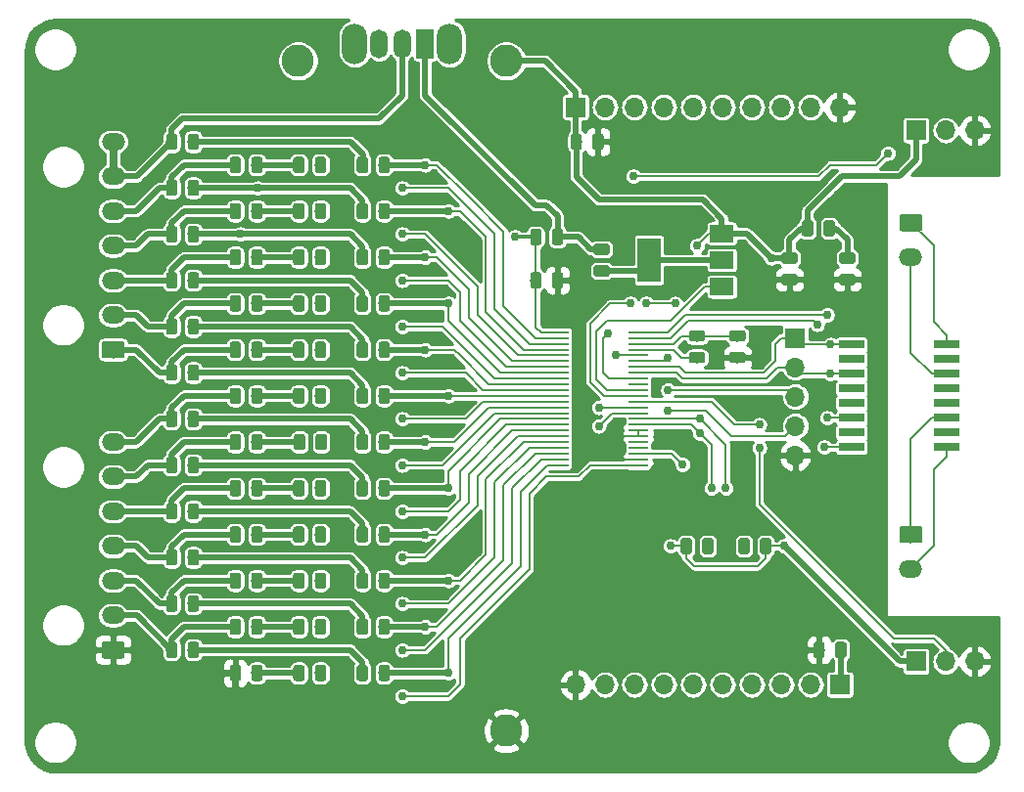
<source format=gbr>
%TF.GenerationSoftware,KiCad,Pcbnew,(5.1.4)-1*%
%TF.CreationDate,2019-10-26T20:50:12-05:00*%
%TF.ProjectId,BPSMinion,4250534d-696e-4696-9f6e-2e6b69636164,rev?*%
%TF.SameCoordinates,Original*%
%TF.FileFunction,Copper,L1,Top*%
%TF.FilePolarity,Positive*%
%FSLAX46Y46*%
G04 Gerber Fmt 4.6, Leading zero omitted, Abs format (unit mm)*
G04 Created by KiCad (PCBNEW (5.1.4)-1) date 2019-10-26 20:50:12*
%MOMM*%
%LPD*%
G04 APERTURE LIST*
%ADD10O,1.700000X1.700000*%
%ADD11R,1.700000X1.700000*%
%ADD12R,2.200000X0.760000*%
%ADD13O,2.020000X1.500000*%
%ADD14C,0.100000*%
%ADD15C,1.500000*%
%ADD16R,1.651000X0.254000*%
%ADD17C,2.800000*%
%ADD18C,0.975000*%
%ADD19R,2.000000X1.500000*%
%ADD20R,2.000000X3.800000*%
%ADD21R,1.500000X2.500000*%
%ADD22O,1.500000X2.500000*%
%ADD23O,2.200000X3.500000*%
%ADD24C,0.762000*%
%ADD25C,0.500000*%
%ADD26C,0.200000*%
%ADD27C,0.300000*%
%ADD28C,0.203200*%
%ADD29C,0.700000*%
%ADD30C,0.254000*%
G04 APERTURE END LIST*
D10*
X165860000Y-58000000D03*
X163320000Y-58000000D03*
X160780000Y-58000000D03*
X158240000Y-58000000D03*
X155700000Y-58000000D03*
X153160000Y-58000000D03*
X150620000Y-58000000D03*
X148080000Y-58000000D03*
X145540000Y-58000000D03*
D11*
X143000000Y-58000000D03*
D10*
X143000000Y-108000000D03*
X145540000Y-108000000D03*
X148080000Y-108000000D03*
X150620000Y-108000000D03*
X153160000Y-108000000D03*
X155700000Y-108000000D03*
X158240000Y-108000000D03*
X160780000Y-108000000D03*
X163320000Y-108000000D03*
D11*
X165860000Y-108000000D03*
D12*
X166872500Y-79825000D03*
X175127500Y-82365000D03*
X166872500Y-78555000D03*
X166872500Y-81095000D03*
X166872500Y-82365000D03*
X175127500Y-81095000D03*
X175127500Y-83635000D03*
X175127500Y-84905000D03*
X166872500Y-84905000D03*
X175127500Y-87445000D03*
X166872500Y-83635000D03*
X166872500Y-86175000D03*
X175127500Y-86175000D03*
X166872500Y-87445000D03*
X175127500Y-79825000D03*
X175127500Y-78555000D03*
D13*
X172000000Y-71000000D03*
D14*
G36*
X172784504Y-67251204D02*
G01*
X172808773Y-67254804D01*
X172832571Y-67260765D01*
X172855671Y-67269030D01*
X172877849Y-67279520D01*
X172898893Y-67292133D01*
X172918598Y-67306747D01*
X172936777Y-67323223D01*
X172953253Y-67341402D01*
X172967867Y-67361107D01*
X172980480Y-67382151D01*
X172990970Y-67404329D01*
X172999235Y-67427429D01*
X173005196Y-67451227D01*
X173008796Y-67475496D01*
X173010000Y-67500000D01*
X173010000Y-68500000D01*
X173008796Y-68524504D01*
X173005196Y-68548773D01*
X172999235Y-68572571D01*
X172990970Y-68595671D01*
X172980480Y-68617849D01*
X172967867Y-68638893D01*
X172953253Y-68658598D01*
X172936777Y-68676777D01*
X172918598Y-68693253D01*
X172898893Y-68707867D01*
X172877849Y-68720480D01*
X172855671Y-68730970D01*
X172832571Y-68739235D01*
X172808773Y-68745196D01*
X172784504Y-68748796D01*
X172760000Y-68750000D01*
X171240000Y-68750000D01*
X171215496Y-68748796D01*
X171191227Y-68745196D01*
X171167429Y-68739235D01*
X171144329Y-68730970D01*
X171122151Y-68720480D01*
X171101107Y-68707867D01*
X171081402Y-68693253D01*
X171063223Y-68676777D01*
X171046747Y-68658598D01*
X171032133Y-68638893D01*
X171019520Y-68617849D01*
X171009030Y-68595671D01*
X171000765Y-68572571D01*
X170994804Y-68548773D01*
X170991204Y-68524504D01*
X170990000Y-68500000D01*
X170990000Y-67500000D01*
X170991204Y-67475496D01*
X170994804Y-67451227D01*
X171000765Y-67427429D01*
X171009030Y-67404329D01*
X171019520Y-67382151D01*
X171032133Y-67361107D01*
X171046747Y-67341402D01*
X171063223Y-67323223D01*
X171081402Y-67306747D01*
X171101107Y-67292133D01*
X171122151Y-67279520D01*
X171144329Y-67269030D01*
X171167429Y-67260765D01*
X171191227Y-67254804D01*
X171215496Y-67251204D01*
X171240000Y-67250000D01*
X172760000Y-67250000D01*
X172784504Y-67251204D01*
X172784504Y-67251204D01*
G37*
D15*
X172000000Y-68000000D03*
D16*
X148429000Y-77499998D03*
X148429000Y-77999999D03*
X148429000Y-78499998D03*
X148429000Y-79000000D03*
X148429000Y-79499999D03*
X148429000Y-79999998D03*
X148429000Y-80499999D03*
X148429000Y-80999998D03*
X148429000Y-81500000D03*
X148429000Y-81999999D03*
X148429000Y-82499998D03*
X148429000Y-82999999D03*
X148429000Y-83499999D03*
X148429000Y-83999997D03*
X148429000Y-84499999D03*
X148429000Y-84999998D03*
X148429000Y-85500000D03*
X148429000Y-85999999D03*
X148429000Y-86499998D03*
X148429000Y-86999999D03*
X148429000Y-87499998D03*
X148429000Y-88000000D03*
X148429000Y-88499999D03*
X148429000Y-88999998D03*
X141571000Y-89000000D03*
X141571000Y-88499999D03*
X141571000Y-88000000D03*
X141571000Y-87499998D03*
X141571000Y-86999999D03*
X141571000Y-86500000D03*
X141571000Y-85999999D03*
X141571000Y-85500000D03*
X141571000Y-84999998D03*
X141571000Y-84499999D03*
X141571000Y-84000000D03*
X141571000Y-83499999D03*
X141571000Y-82999999D03*
X141571000Y-82499998D03*
X141571000Y-81999999D03*
X141571000Y-81500000D03*
X141571000Y-80999998D03*
X141571000Y-80499999D03*
X141571000Y-79999998D03*
X141571000Y-79499999D03*
X141571000Y-79000000D03*
X141571000Y-78499998D03*
X141571000Y-77999999D03*
X141571000Y-77500000D03*
D17*
X137000000Y-54000000D03*
X119000000Y-54000000D03*
D14*
G36*
X121205142Y-106301174D02*
G01*
X121228803Y-106304684D01*
X121252007Y-106310496D01*
X121274529Y-106318554D01*
X121296153Y-106328782D01*
X121316670Y-106341079D01*
X121335883Y-106355329D01*
X121353607Y-106371393D01*
X121369671Y-106389117D01*
X121383921Y-106408330D01*
X121396218Y-106428847D01*
X121406446Y-106450471D01*
X121414504Y-106472993D01*
X121420316Y-106496197D01*
X121423826Y-106519858D01*
X121425000Y-106543750D01*
X121425000Y-107456250D01*
X121423826Y-107480142D01*
X121420316Y-107503803D01*
X121414504Y-107527007D01*
X121406446Y-107549529D01*
X121396218Y-107571153D01*
X121383921Y-107591670D01*
X121369671Y-107610883D01*
X121353607Y-107628607D01*
X121335883Y-107644671D01*
X121316670Y-107658921D01*
X121296153Y-107671218D01*
X121274529Y-107681446D01*
X121252007Y-107689504D01*
X121228803Y-107695316D01*
X121205142Y-107698826D01*
X121181250Y-107700000D01*
X120693750Y-107700000D01*
X120669858Y-107698826D01*
X120646197Y-107695316D01*
X120622993Y-107689504D01*
X120600471Y-107681446D01*
X120578847Y-107671218D01*
X120558330Y-107658921D01*
X120539117Y-107644671D01*
X120521393Y-107628607D01*
X120505329Y-107610883D01*
X120491079Y-107591670D01*
X120478782Y-107571153D01*
X120468554Y-107549529D01*
X120460496Y-107527007D01*
X120454684Y-107503803D01*
X120451174Y-107480142D01*
X120450000Y-107456250D01*
X120450000Y-106543750D01*
X120451174Y-106519858D01*
X120454684Y-106496197D01*
X120460496Y-106472993D01*
X120468554Y-106450471D01*
X120478782Y-106428847D01*
X120491079Y-106408330D01*
X120505329Y-106389117D01*
X120521393Y-106371393D01*
X120539117Y-106355329D01*
X120558330Y-106341079D01*
X120578847Y-106328782D01*
X120600471Y-106318554D01*
X120622993Y-106310496D01*
X120646197Y-106304684D01*
X120669858Y-106301174D01*
X120693750Y-106300000D01*
X121181250Y-106300000D01*
X121205142Y-106301174D01*
X121205142Y-106301174D01*
G37*
D18*
X120937500Y-107000000D03*
D14*
G36*
X119330142Y-106301174D02*
G01*
X119353803Y-106304684D01*
X119377007Y-106310496D01*
X119399529Y-106318554D01*
X119421153Y-106328782D01*
X119441670Y-106341079D01*
X119460883Y-106355329D01*
X119478607Y-106371393D01*
X119494671Y-106389117D01*
X119508921Y-106408330D01*
X119521218Y-106428847D01*
X119531446Y-106450471D01*
X119539504Y-106472993D01*
X119545316Y-106496197D01*
X119548826Y-106519858D01*
X119550000Y-106543750D01*
X119550000Y-107456250D01*
X119548826Y-107480142D01*
X119545316Y-107503803D01*
X119539504Y-107527007D01*
X119531446Y-107549529D01*
X119521218Y-107571153D01*
X119508921Y-107591670D01*
X119494671Y-107610883D01*
X119478607Y-107628607D01*
X119460883Y-107644671D01*
X119441670Y-107658921D01*
X119421153Y-107671218D01*
X119399529Y-107681446D01*
X119377007Y-107689504D01*
X119353803Y-107695316D01*
X119330142Y-107698826D01*
X119306250Y-107700000D01*
X118818750Y-107700000D01*
X118794858Y-107698826D01*
X118771197Y-107695316D01*
X118747993Y-107689504D01*
X118725471Y-107681446D01*
X118703847Y-107671218D01*
X118683330Y-107658921D01*
X118664117Y-107644671D01*
X118646393Y-107628607D01*
X118630329Y-107610883D01*
X118616079Y-107591670D01*
X118603782Y-107571153D01*
X118593554Y-107549529D01*
X118585496Y-107527007D01*
X118579684Y-107503803D01*
X118576174Y-107480142D01*
X118575000Y-107456250D01*
X118575000Y-106543750D01*
X118576174Y-106519858D01*
X118579684Y-106496197D01*
X118585496Y-106472993D01*
X118593554Y-106450471D01*
X118603782Y-106428847D01*
X118616079Y-106408330D01*
X118630329Y-106389117D01*
X118646393Y-106371393D01*
X118664117Y-106355329D01*
X118683330Y-106341079D01*
X118703847Y-106328782D01*
X118725471Y-106318554D01*
X118747993Y-106310496D01*
X118771197Y-106304684D01*
X118794858Y-106301174D01*
X118818750Y-106300000D01*
X119306250Y-106300000D01*
X119330142Y-106301174D01*
X119330142Y-106301174D01*
G37*
D18*
X119062500Y-107000000D03*
D14*
G36*
X121205142Y-102301174D02*
G01*
X121228803Y-102304684D01*
X121252007Y-102310496D01*
X121274529Y-102318554D01*
X121296153Y-102328782D01*
X121316670Y-102341079D01*
X121335883Y-102355329D01*
X121353607Y-102371393D01*
X121369671Y-102389117D01*
X121383921Y-102408330D01*
X121396218Y-102428847D01*
X121406446Y-102450471D01*
X121414504Y-102472993D01*
X121420316Y-102496197D01*
X121423826Y-102519858D01*
X121425000Y-102543750D01*
X121425000Y-103456250D01*
X121423826Y-103480142D01*
X121420316Y-103503803D01*
X121414504Y-103527007D01*
X121406446Y-103549529D01*
X121396218Y-103571153D01*
X121383921Y-103591670D01*
X121369671Y-103610883D01*
X121353607Y-103628607D01*
X121335883Y-103644671D01*
X121316670Y-103658921D01*
X121296153Y-103671218D01*
X121274529Y-103681446D01*
X121252007Y-103689504D01*
X121228803Y-103695316D01*
X121205142Y-103698826D01*
X121181250Y-103700000D01*
X120693750Y-103700000D01*
X120669858Y-103698826D01*
X120646197Y-103695316D01*
X120622993Y-103689504D01*
X120600471Y-103681446D01*
X120578847Y-103671218D01*
X120558330Y-103658921D01*
X120539117Y-103644671D01*
X120521393Y-103628607D01*
X120505329Y-103610883D01*
X120491079Y-103591670D01*
X120478782Y-103571153D01*
X120468554Y-103549529D01*
X120460496Y-103527007D01*
X120454684Y-103503803D01*
X120451174Y-103480142D01*
X120450000Y-103456250D01*
X120450000Y-102543750D01*
X120451174Y-102519858D01*
X120454684Y-102496197D01*
X120460496Y-102472993D01*
X120468554Y-102450471D01*
X120478782Y-102428847D01*
X120491079Y-102408330D01*
X120505329Y-102389117D01*
X120521393Y-102371393D01*
X120539117Y-102355329D01*
X120558330Y-102341079D01*
X120578847Y-102328782D01*
X120600471Y-102318554D01*
X120622993Y-102310496D01*
X120646197Y-102304684D01*
X120669858Y-102301174D01*
X120693750Y-102300000D01*
X121181250Y-102300000D01*
X121205142Y-102301174D01*
X121205142Y-102301174D01*
G37*
D18*
X120937500Y-103000000D03*
D14*
G36*
X119330142Y-102301174D02*
G01*
X119353803Y-102304684D01*
X119377007Y-102310496D01*
X119399529Y-102318554D01*
X119421153Y-102328782D01*
X119441670Y-102341079D01*
X119460883Y-102355329D01*
X119478607Y-102371393D01*
X119494671Y-102389117D01*
X119508921Y-102408330D01*
X119521218Y-102428847D01*
X119531446Y-102450471D01*
X119539504Y-102472993D01*
X119545316Y-102496197D01*
X119548826Y-102519858D01*
X119550000Y-102543750D01*
X119550000Y-103456250D01*
X119548826Y-103480142D01*
X119545316Y-103503803D01*
X119539504Y-103527007D01*
X119531446Y-103549529D01*
X119521218Y-103571153D01*
X119508921Y-103591670D01*
X119494671Y-103610883D01*
X119478607Y-103628607D01*
X119460883Y-103644671D01*
X119441670Y-103658921D01*
X119421153Y-103671218D01*
X119399529Y-103681446D01*
X119377007Y-103689504D01*
X119353803Y-103695316D01*
X119330142Y-103698826D01*
X119306250Y-103700000D01*
X118818750Y-103700000D01*
X118794858Y-103698826D01*
X118771197Y-103695316D01*
X118747993Y-103689504D01*
X118725471Y-103681446D01*
X118703847Y-103671218D01*
X118683330Y-103658921D01*
X118664117Y-103644671D01*
X118646393Y-103628607D01*
X118630329Y-103610883D01*
X118616079Y-103591670D01*
X118603782Y-103571153D01*
X118593554Y-103549529D01*
X118585496Y-103527007D01*
X118579684Y-103503803D01*
X118576174Y-103480142D01*
X118575000Y-103456250D01*
X118575000Y-102543750D01*
X118576174Y-102519858D01*
X118579684Y-102496197D01*
X118585496Y-102472993D01*
X118593554Y-102450471D01*
X118603782Y-102428847D01*
X118616079Y-102408330D01*
X118630329Y-102389117D01*
X118646393Y-102371393D01*
X118664117Y-102355329D01*
X118683330Y-102341079D01*
X118703847Y-102328782D01*
X118725471Y-102318554D01*
X118747993Y-102310496D01*
X118771197Y-102304684D01*
X118794858Y-102301174D01*
X118818750Y-102300000D01*
X119306250Y-102300000D01*
X119330142Y-102301174D01*
X119330142Y-102301174D01*
G37*
D18*
X119062500Y-103000000D03*
D14*
G36*
X121205142Y-98301174D02*
G01*
X121228803Y-98304684D01*
X121252007Y-98310496D01*
X121274529Y-98318554D01*
X121296153Y-98328782D01*
X121316670Y-98341079D01*
X121335883Y-98355329D01*
X121353607Y-98371393D01*
X121369671Y-98389117D01*
X121383921Y-98408330D01*
X121396218Y-98428847D01*
X121406446Y-98450471D01*
X121414504Y-98472993D01*
X121420316Y-98496197D01*
X121423826Y-98519858D01*
X121425000Y-98543750D01*
X121425000Y-99456250D01*
X121423826Y-99480142D01*
X121420316Y-99503803D01*
X121414504Y-99527007D01*
X121406446Y-99549529D01*
X121396218Y-99571153D01*
X121383921Y-99591670D01*
X121369671Y-99610883D01*
X121353607Y-99628607D01*
X121335883Y-99644671D01*
X121316670Y-99658921D01*
X121296153Y-99671218D01*
X121274529Y-99681446D01*
X121252007Y-99689504D01*
X121228803Y-99695316D01*
X121205142Y-99698826D01*
X121181250Y-99700000D01*
X120693750Y-99700000D01*
X120669858Y-99698826D01*
X120646197Y-99695316D01*
X120622993Y-99689504D01*
X120600471Y-99681446D01*
X120578847Y-99671218D01*
X120558330Y-99658921D01*
X120539117Y-99644671D01*
X120521393Y-99628607D01*
X120505329Y-99610883D01*
X120491079Y-99591670D01*
X120478782Y-99571153D01*
X120468554Y-99549529D01*
X120460496Y-99527007D01*
X120454684Y-99503803D01*
X120451174Y-99480142D01*
X120450000Y-99456250D01*
X120450000Y-98543750D01*
X120451174Y-98519858D01*
X120454684Y-98496197D01*
X120460496Y-98472993D01*
X120468554Y-98450471D01*
X120478782Y-98428847D01*
X120491079Y-98408330D01*
X120505329Y-98389117D01*
X120521393Y-98371393D01*
X120539117Y-98355329D01*
X120558330Y-98341079D01*
X120578847Y-98328782D01*
X120600471Y-98318554D01*
X120622993Y-98310496D01*
X120646197Y-98304684D01*
X120669858Y-98301174D01*
X120693750Y-98300000D01*
X121181250Y-98300000D01*
X121205142Y-98301174D01*
X121205142Y-98301174D01*
G37*
D18*
X120937500Y-99000000D03*
D14*
G36*
X119330142Y-98301174D02*
G01*
X119353803Y-98304684D01*
X119377007Y-98310496D01*
X119399529Y-98318554D01*
X119421153Y-98328782D01*
X119441670Y-98341079D01*
X119460883Y-98355329D01*
X119478607Y-98371393D01*
X119494671Y-98389117D01*
X119508921Y-98408330D01*
X119521218Y-98428847D01*
X119531446Y-98450471D01*
X119539504Y-98472993D01*
X119545316Y-98496197D01*
X119548826Y-98519858D01*
X119550000Y-98543750D01*
X119550000Y-99456250D01*
X119548826Y-99480142D01*
X119545316Y-99503803D01*
X119539504Y-99527007D01*
X119531446Y-99549529D01*
X119521218Y-99571153D01*
X119508921Y-99591670D01*
X119494671Y-99610883D01*
X119478607Y-99628607D01*
X119460883Y-99644671D01*
X119441670Y-99658921D01*
X119421153Y-99671218D01*
X119399529Y-99681446D01*
X119377007Y-99689504D01*
X119353803Y-99695316D01*
X119330142Y-99698826D01*
X119306250Y-99700000D01*
X118818750Y-99700000D01*
X118794858Y-99698826D01*
X118771197Y-99695316D01*
X118747993Y-99689504D01*
X118725471Y-99681446D01*
X118703847Y-99671218D01*
X118683330Y-99658921D01*
X118664117Y-99644671D01*
X118646393Y-99628607D01*
X118630329Y-99610883D01*
X118616079Y-99591670D01*
X118603782Y-99571153D01*
X118593554Y-99549529D01*
X118585496Y-99527007D01*
X118579684Y-99503803D01*
X118576174Y-99480142D01*
X118575000Y-99456250D01*
X118575000Y-98543750D01*
X118576174Y-98519858D01*
X118579684Y-98496197D01*
X118585496Y-98472993D01*
X118593554Y-98450471D01*
X118603782Y-98428847D01*
X118616079Y-98408330D01*
X118630329Y-98389117D01*
X118646393Y-98371393D01*
X118664117Y-98355329D01*
X118683330Y-98341079D01*
X118703847Y-98328782D01*
X118725471Y-98318554D01*
X118747993Y-98310496D01*
X118771197Y-98304684D01*
X118794858Y-98301174D01*
X118818750Y-98300000D01*
X119306250Y-98300000D01*
X119330142Y-98301174D01*
X119330142Y-98301174D01*
G37*
D18*
X119062500Y-99000000D03*
D14*
G36*
X121205142Y-94301174D02*
G01*
X121228803Y-94304684D01*
X121252007Y-94310496D01*
X121274529Y-94318554D01*
X121296153Y-94328782D01*
X121316670Y-94341079D01*
X121335883Y-94355329D01*
X121353607Y-94371393D01*
X121369671Y-94389117D01*
X121383921Y-94408330D01*
X121396218Y-94428847D01*
X121406446Y-94450471D01*
X121414504Y-94472993D01*
X121420316Y-94496197D01*
X121423826Y-94519858D01*
X121425000Y-94543750D01*
X121425000Y-95456250D01*
X121423826Y-95480142D01*
X121420316Y-95503803D01*
X121414504Y-95527007D01*
X121406446Y-95549529D01*
X121396218Y-95571153D01*
X121383921Y-95591670D01*
X121369671Y-95610883D01*
X121353607Y-95628607D01*
X121335883Y-95644671D01*
X121316670Y-95658921D01*
X121296153Y-95671218D01*
X121274529Y-95681446D01*
X121252007Y-95689504D01*
X121228803Y-95695316D01*
X121205142Y-95698826D01*
X121181250Y-95700000D01*
X120693750Y-95700000D01*
X120669858Y-95698826D01*
X120646197Y-95695316D01*
X120622993Y-95689504D01*
X120600471Y-95681446D01*
X120578847Y-95671218D01*
X120558330Y-95658921D01*
X120539117Y-95644671D01*
X120521393Y-95628607D01*
X120505329Y-95610883D01*
X120491079Y-95591670D01*
X120478782Y-95571153D01*
X120468554Y-95549529D01*
X120460496Y-95527007D01*
X120454684Y-95503803D01*
X120451174Y-95480142D01*
X120450000Y-95456250D01*
X120450000Y-94543750D01*
X120451174Y-94519858D01*
X120454684Y-94496197D01*
X120460496Y-94472993D01*
X120468554Y-94450471D01*
X120478782Y-94428847D01*
X120491079Y-94408330D01*
X120505329Y-94389117D01*
X120521393Y-94371393D01*
X120539117Y-94355329D01*
X120558330Y-94341079D01*
X120578847Y-94328782D01*
X120600471Y-94318554D01*
X120622993Y-94310496D01*
X120646197Y-94304684D01*
X120669858Y-94301174D01*
X120693750Y-94300000D01*
X121181250Y-94300000D01*
X121205142Y-94301174D01*
X121205142Y-94301174D01*
G37*
D18*
X120937500Y-95000000D03*
D14*
G36*
X119330142Y-94301174D02*
G01*
X119353803Y-94304684D01*
X119377007Y-94310496D01*
X119399529Y-94318554D01*
X119421153Y-94328782D01*
X119441670Y-94341079D01*
X119460883Y-94355329D01*
X119478607Y-94371393D01*
X119494671Y-94389117D01*
X119508921Y-94408330D01*
X119521218Y-94428847D01*
X119531446Y-94450471D01*
X119539504Y-94472993D01*
X119545316Y-94496197D01*
X119548826Y-94519858D01*
X119550000Y-94543750D01*
X119550000Y-95456250D01*
X119548826Y-95480142D01*
X119545316Y-95503803D01*
X119539504Y-95527007D01*
X119531446Y-95549529D01*
X119521218Y-95571153D01*
X119508921Y-95591670D01*
X119494671Y-95610883D01*
X119478607Y-95628607D01*
X119460883Y-95644671D01*
X119441670Y-95658921D01*
X119421153Y-95671218D01*
X119399529Y-95681446D01*
X119377007Y-95689504D01*
X119353803Y-95695316D01*
X119330142Y-95698826D01*
X119306250Y-95700000D01*
X118818750Y-95700000D01*
X118794858Y-95698826D01*
X118771197Y-95695316D01*
X118747993Y-95689504D01*
X118725471Y-95681446D01*
X118703847Y-95671218D01*
X118683330Y-95658921D01*
X118664117Y-95644671D01*
X118646393Y-95628607D01*
X118630329Y-95610883D01*
X118616079Y-95591670D01*
X118603782Y-95571153D01*
X118593554Y-95549529D01*
X118585496Y-95527007D01*
X118579684Y-95503803D01*
X118576174Y-95480142D01*
X118575000Y-95456250D01*
X118575000Y-94543750D01*
X118576174Y-94519858D01*
X118579684Y-94496197D01*
X118585496Y-94472993D01*
X118593554Y-94450471D01*
X118603782Y-94428847D01*
X118616079Y-94408330D01*
X118630329Y-94389117D01*
X118646393Y-94371393D01*
X118664117Y-94355329D01*
X118683330Y-94341079D01*
X118703847Y-94328782D01*
X118725471Y-94318554D01*
X118747993Y-94310496D01*
X118771197Y-94304684D01*
X118794858Y-94301174D01*
X118818750Y-94300000D01*
X119306250Y-94300000D01*
X119330142Y-94301174D01*
X119330142Y-94301174D01*
G37*
D18*
X119062500Y-95000000D03*
D14*
G36*
X121205142Y-90301174D02*
G01*
X121228803Y-90304684D01*
X121252007Y-90310496D01*
X121274529Y-90318554D01*
X121296153Y-90328782D01*
X121316670Y-90341079D01*
X121335883Y-90355329D01*
X121353607Y-90371393D01*
X121369671Y-90389117D01*
X121383921Y-90408330D01*
X121396218Y-90428847D01*
X121406446Y-90450471D01*
X121414504Y-90472993D01*
X121420316Y-90496197D01*
X121423826Y-90519858D01*
X121425000Y-90543750D01*
X121425000Y-91456250D01*
X121423826Y-91480142D01*
X121420316Y-91503803D01*
X121414504Y-91527007D01*
X121406446Y-91549529D01*
X121396218Y-91571153D01*
X121383921Y-91591670D01*
X121369671Y-91610883D01*
X121353607Y-91628607D01*
X121335883Y-91644671D01*
X121316670Y-91658921D01*
X121296153Y-91671218D01*
X121274529Y-91681446D01*
X121252007Y-91689504D01*
X121228803Y-91695316D01*
X121205142Y-91698826D01*
X121181250Y-91700000D01*
X120693750Y-91700000D01*
X120669858Y-91698826D01*
X120646197Y-91695316D01*
X120622993Y-91689504D01*
X120600471Y-91681446D01*
X120578847Y-91671218D01*
X120558330Y-91658921D01*
X120539117Y-91644671D01*
X120521393Y-91628607D01*
X120505329Y-91610883D01*
X120491079Y-91591670D01*
X120478782Y-91571153D01*
X120468554Y-91549529D01*
X120460496Y-91527007D01*
X120454684Y-91503803D01*
X120451174Y-91480142D01*
X120450000Y-91456250D01*
X120450000Y-90543750D01*
X120451174Y-90519858D01*
X120454684Y-90496197D01*
X120460496Y-90472993D01*
X120468554Y-90450471D01*
X120478782Y-90428847D01*
X120491079Y-90408330D01*
X120505329Y-90389117D01*
X120521393Y-90371393D01*
X120539117Y-90355329D01*
X120558330Y-90341079D01*
X120578847Y-90328782D01*
X120600471Y-90318554D01*
X120622993Y-90310496D01*
X120646197Y-90304684D01*
X120669858Y-90301174D01*
X120693750Y-90300000D01*
X121181250Y-90300000D01*
X121205142Y-90301174D01*
X121205142Y-90301174D01*
G37*
D18*
X120937500Y-91000000D03*
D14*
G36*
X119330142Y-90301174D02*
G01*
X119353803Y-90304684D01*
X119377007Y-90310496D01*
X119399529Y-90318554D01*
X119421153Y-90328782D01*
X119441670Y-90341079D01*
X119460883Y-90355329D01*
X119478607Y-90371393D01*
X119494671Y-90389117D01*
X119508921Y-90408330D01*
X119521218Y-90428847D01*
X119531446Y-90450471D01*
X119539504Y-90472993D01*
X119545316Y-90496197D01*
X119548826Y-90519858D01*
X119550000Y-90543750D01*
X119550000Y-91456250D01*
X119548826Y-91480142D01*
X119545316Y-91503803D01*
X119539504Y-91527007D01*
X119531446Y-91549529D01*
X119521218Y-91571153D01*
X119508921Y-91591670D01*
X119494671Y-91610883D01*
X119478607Y-91628607D01*
X119460883Y-91644671D01*
X119441670Y-91658921D01*
X119421153Y-91671218D01*
X119399529Y-91681446D01*
X119377007Y-91689504D01*
X119353803Y-91695316D01*
X119330142Y-91698826D01*
X119306250Y-91700000D01*
X118818750Y-91700000D01*
X118794858Y-91698826D01*
X118771197Y-91695316D01*
X118747993Y-91689504D01*
X118725471Y-91681446D01*
X118703847Y-91671218D01*
X118683330Y-91658921D01*
X118664117Y-91644671D01*
X118646393Y-91628607D01*
X118630329Y-91610883D01*
X118616079Y-91591670D01*
X118603782Y-91571153D01*
X118593554Y-91549529D01*
X118585496Y-91527007D01*
X118579684Y-91503803D01*
X118576174Y-91480142D01*
X118575000Y-91456250D01*
X118575000Y-90543750D01*
X118576174Y-90519858D01*
X118579684Y-90496197D01*
X118585496Y-90472993D01*
X118593554Y-90450471D01*
X118603782Y-90428847D01*
X118616079Y-90408330D01*
X118630329Y-90389117D01*
X118646393Y-90371393D01*
X118664117Y-90355329D01*
X118683330Y-90341079D01*
X118703847Y-90328782D01*
X118725471Y-90318554D01*
X118747993Y-90310496D01*
X118771197Y-90304684D01*
X118794858Y-90301174D01*
X118818750Y-90300000D01*
X119306250Y-90300000D01*
X119330142Y-90301174D01*
X119330142Y-90301174D01*
G37*
D18*
X119062500Y-91000000D03*
D14*
G36*
X121267642Y-86301174D02*
G01*
X121291303Y-86304684D01*
X121314507Y-86310496D01*
X121337029Y-86318554D01*
X121358653Y-86328782D01*
X121379170Y-86341079D01*
X121398383Y-86355329D01*
X121416107Y-86371393D01*
X121432171Y-86389117D01*
X121446421Y-86408330D01*
X121458718Y-86428847D01*
X121468946Y-86450471D01*
X121477004Y-86472993D01*
X121482816Y-86496197D01*
X121486326Y-86519858D01*
X121487500Y-86543750D01*
X121487500Y-87456250D01*
X121486326Y-87480142D01*
X121482816Y-87503803D01*
X121477004Y-87527007D01*
X121468946Y-87549529D01*
X121458718Y-87571153D01*
X121446421Y-87591670D01*
X121432171Y-87610883D01*
X121416107Y-87628607D01*
X121398383Y-87644671D01*
X121379170Y-87658921D01*
X121358653Y-87671218D01*
X121337029Y-87681446D01*
X121314507Y-87689504D01*
X121291303Y-87695316D01*
X121267642Y-87698826D01*
X121243750Y-87700000D01*
X120756250Y-87700000D01*
X120732358Y-87698826D01*
X120708697Y-87695316D01*
X120685493Y-87689504D01*
X120662971Y-87681446D01*
X120641347Y-87671218D01*
X120620830Y-87658921D01*
X120601617Y-87644671D01*
X120583893Y-87628607D01*
X120567829Y-87610883D01*
X120553579Y-87591670D01*
X120541282Y-87571153D01*
X120531054Y-87549529D01*
X120522996Y-87527007D01*
X120517184Y-87503803D01*
X120513674Y-87480142D01*
X120512500Y-87456250D01*
X120512500Y-86543750D01*
X120513674Y-86519858D01*
X120517184Y-86496197D01*
X120522996Y-86472993D01*
X120531054Y-86450471D01*
X120541282Y-86428847D01*
X120553579Y-86408330D01*
X120567829Y-86389117D01*
X120583893Y-86371393D01*
X120601617Y-86355329D01*
X120620830Y-86341079D01*
X120641347Y-86328782D01*
X120662971Y-86318554D01*
X120685493Y-86310496D01*
X120708697Y-86304684D01*
X120732358Y-86301174D01*
X120756250Y-86300000D01*
X121243750Y-86300000D01*
X121267642Y-86301174D01*
X121267642Y-86301174D01*
G37*
D18*
X121000000Y-87000000D03*
D14*
G36*
X119392642Y-86301174D02*
G01*
X119416303Y-86304684D01*
X119439507Y-86310496D01*
X119462029Y-86318554D01*
X119483653Y-86328782D01*
X119504170Y-86341079D01*
X119523383Y-86355329D01*
X119541107Y-86371393D01*
X119557171Y-86389117D01*
X119571421Y-86408330D01*
X119583718Y-86428847D01*
X119593946Y-86450471D01*
X119602004Y-86472993D01*
X119607816Y-86496197D01*
X119611326Y-86519858D01*
X119612500Y-86543750D01*
X119612500Y-87456250D01*
X119611326Y-87480142D01*
X119607816Y-87503803D01*
X119602004Y-87527007D01*
X119593946Y-87549529D01*
X119583718Y-87571153D01*
X119571421Y-87591670D01*
X119557171Y-87610883D01*
X119541107Y-87628607D01*
X119523383Y-87644671D01*
X119504170Y-87658921D01*
X119483653Y-87671218D01*
X119462029Y-87681446D01*
X119439507Y-87689504D01*
X119416303Y-87695316D01*
X119392642Y-87698826D01*
X119368750Y-87700000D01*
X118881250Y-87700000D01*
X118857358Y-87698826D01*
X118833697Y-87695316D01*
X118810493Y-87689504D01*
X118787971Y-87681446D01*
X118766347Y-87671218D01*
X118745830Y-87658921D01*
X118726617Y-87644671D01*
X118708893Y-87628607D01*
X118692829Y-87610883D01*
X118678579Y-87591670D01*
X118666282Y-87571153D01*
X118656054Y-87549529D01*
X118647996Y-87527007D01*
X118642184Y-87503803D01*
X118638674Y-87480142D01*
X118637500Y-87456250D01*
X118637500Y-86543750D01*
X118638674Y-86519858D01*
X118642184Y-86496197D01*
X118647996Y-86472993D01*
X118656054Y-86450471D01*
X118666282Y-86428847D01*
X118678579Y-86408330D01*
X118692829Y-86389117D01*
X118708893Y-86371393D01*
X118726617Y-86355329D01*
X118745830Y-86341079D01*
X118766347Y-86328782D01*
X118787971Y-86318554D01*
X118810493Y-86310496D01*
X118833697Y-86304684D01*
X118857358Y-86301174D01*
X118881250Y-86300000D01*
X119368750Y-86300000D01*
X119392642Y-86301174D01*
X119392642Y-86301174D01*
G37*
D18*
X119125000Y-87000000D03*
D14*
G36*
X121205142Y-82301174D02*
G01*
X121228803Y-82304684D01*
X121252007Y-82310496D01*
X121274529Y-82318554D01*
X121296153Y-82328782D01*
X121316670Y-82341079D01*
X121335883Y-82355329D01*
X121353607Y-82371393D01*
X121369671Y-82389117D01*
X121383921Y-82408330D01*
X121396218Y-82428847D01*
X121406446Y-82450471D01*
X121414504Y-82472993D01*
X121420316Y-82496197D01*
X121423826Y-82519858D01*
X121425000Y-82543750D01*
X121425000Y-83456250D01*
X121423826Y-83480142D01*
X121420316Y-83503803D01*
X121414504Y-83527007D01*
X121406446Y-83549529D01*
X121396218Y-83571153D01*
X121383921Y-83591670D01*
X121369671Y-83610883D01*
X121353607Y-83628607D01*
X121335883Y-83644671D01*
X121316670Y-83658921D01*
X121296153Y-83671218D01*
X121274529Y-83681446D01*
X121252007Y-83689504D01*
X121228803Y-83695316D01*
X121205142Y-83698826D01*
X121181250Y-83700000D01*
X120693750Y-83700000D01*
X120669858Y-83698826D01*
X120646197Y-83695316D01*
X120622993Y-83689504D01*
X120600471Y-83681446D01*
X120578847Y-83671218D01*
X120558330Y-83658921D01*
X120539117Y-83644671D01*
X120521393Y-83628607D01*
X120505329Y-83610883D01*
X120491079Y-83591670D01*
X120478782Y-83571153D01*
X120468554Y-83549529D01*
X120460496Y-83527007D01*
X120454684Y-83503803D01*
X120451174Y-83480142D01*
X120450000Y-83456250D01*
X120450000Y-82543750D01*
X120451174Y-82519858D01*
X120454684Y-82496197D01*
X120460496Y-82472993D01*
X120468554Y-82450471D01*
X120478782Y-82428847D01*
X120491079Y-82408330D01*
X120505329Y-82389117D01*
X120521393Y-82371393D01*
X120539117Y-82355329D01*
X120558330Y-82341079D01*
X120578847Y-82328782D01*
X120600471Y-82318554D01*
X120622993Y-82310496D01*
X120646197Y-82304684D01*
X120669858Y-82301174D01*
X120693750Y-82300000D01*
X121181250Y-82300000D01*
X121205142Y-82301174D01*
X121205142Y-82301174D01*
G37*
D18*
X120937500Y-83000000D03*
D14*
G36*
X119330142Y-82301174D02*
G01*
X119353803Y-82304684D01*
X119377007Y-82310496D01*
X119399529Y-82318554D01*
X119421153Y-82328782D01*
X119441670Y-82341079D01*
X119460883Y-82355329D01*
X119478607Y-82371393D01*
X119494671Y-82389117D01*
X119508921Y-82408330D01*
X119521218Y-82428847D01*
X119531446Y-82450471D01*
X119539504Y-82472993D01*
X119545316Y-82496197D01*
X119548826Y-82519858D01*
X119550000Y-82543750D01*
X119550000Y-83456250D01*
X119548826Y-83480142D01*
X119545316Y-83503803D01*
X119539504Y-83527007D01*
X119531446Y-83549529D01*
X119521218Y-83571153D01*
X119508921Y-83591670D01*
X119494671Y-83610883D01*
X119478607Y-83628607D01*
X119460883Y-83644671D01*
X119441670Y-83658921D01*
X119421153Y-83671218D01*
X119399529Y-83681446D01*
X119377007Y-83689504D01*
X119353803Y-83695316D01*
X119330142Y-83698826D01*
X119306250Y-83700000D01*
X118818750Y-83700000D01*
X118794858Y-83698826D01*
X118771197Y-83695316D01*
X118747993Y-83689504D01*
X118725471Y-83681446D01*
X118703847Y-83671218D01*
X118683330Y-83658921D01*
X118664117Y-83644671D01*
X118646393Y-83628607D01*
X118630329Y-83610883D01*
X118616079Y-83591670D01*
X118603782Y-83571153D01*
X118593554Y-83549529D01*
X118585496Y-83527007D01*
X118579684Y-83503803D01*
X118576174Y-83480142D01*
X118575000Y-83456250D01*
X118575000Y-82543750D01*
X118576174Y-82519858D01*
X118579684Y-82496197D01*
X118585496Y-82472993D01*
X118593554Y-82450471D01*
X118603782Y-82428847D01*
X118616079Y-82408330D01*
X118630329Y-82389117D01*
X118646393Y-82371393D01*
X118664117Y-82355329D01*
X118683330Y-82341079D01*
X118703847Y-82328782D01*
X118725471Y-82318554D01*
X118747993Y-82310496D01*
X118771197Y-82304684D01*
X118794858Y-82301174D01*
X118818750Y-82300000D01*
X119306250Y-82300000D01*
X119330142Y-82301174D01*
X119330142Y-82301174D01*
G37*
D18*
X119062500Y-83000000D03*
D14*
G36*
X121205142Y-78301174D02*
G01*
X121228803Y-78304684D01*
X121252007Y-78310496D01*
X121274529Y-78318554D01*
X121296153Y-78328782D01*
X121316670Y-78341079D01*
X121335883Y-78355329D01*
X121353607Y-78371393D01*
X121369671Y-78389117D01*
X121383921Y-78408330D01*
X121396218Y-78428847D01*
X121406446Y-78450471D01*
X121414504Y-78472993D01*
X121420316Y-78496197D01*
X121423826Y-78519858D01*
X121425000Y-78543750D01*
X121425000Y-79456250D01*
X121423826Y-79480142D01*
X121420316Y-79503803D01*
X121414504Y-79527007D01*
X121406446Y-79549529D01*
X121396218Y-79571153D01*
X121383921Y-79591670D01*
X121369671Y-79610883D01*
X121353607Y-79628607D01*
X121335883Y-79644671D01*
X121316670Y-79658921D01*
X121296153Y-79671218D01*
X121274529Y-79681446D01*
X121252007Y-79689504D01*
X121228803Y-79695316D01*
X121205142Y-79698826D01*
X121181250Y-79700000D01*
X120693750Y-79700000D01*
X120669858Y-79698826D01*
X120646197Y-79695316D01*
X120622993Y-79689504D01*
X120600471Y-79681446D01*
X120578847Y-79671218D01*
X120558330Y-79658921D01*
X120539117Y-79644671D01*
X120521393Y-79628607D01*
X120505329Y-79610883D01*
X120491079Y-79591670D01*
X120478782Y-79571153D01*
X120468554Y-79549529D01*
X120460496Y-79527007D01*
X120454684Y-79503803D01*
X120451174Y-79480142D01*
X120450000Y-79456250D01*
X120450000Y-78543750D01*
X120451174Y-78519858D01*
X120454684Y-78496197D01*
X120460496Y-78472993D01*
X120468554Y-78450471D01*
X120478782Y-78428847D01*
X120491079Y-78408330D01*
X120505329Y-78389117D01*
X120521393Y-78371393D01*
X120539117Y-78355329D01*
X120558330Y-78341079D01*
X120578847Y-78328782D01*
X120600471Y-78318554D01*
X120622993Y-78310496D01*
X120646197Y-78304684D01*
X120669858Y-78301174D01*
X120693750Y-78300000D01*
X121181250Y-78300000D01*
X121205142Y-78301174D01*
X121205142Y-78301174D01*
G37*
D18*
X120937500Y-79000000D03*
D14*
G36*
X119330142Y-78301174D02*
G01*
X119353803Y-78304684D01*
X119377007Y-78310496D01*
X119399529Y-78318554D01*
X119421153Y-78328782D01*
X119441670Y-78341079D01*
X119460883Y-78355329D01*
X119478607Y-78371393D01*
X119494671Y-78389117D01*
X119508921Y-78408330D01*
X119521218Y-78428847D01*
X119531446Y-78450471D01*
X119539504Y-78472993D01*
X119545316Y-78496197D01*
X119548826Y-78519858D01*
X119550000Y-78543750D01*
X119550000Y-79456250D01*
X119548826Y-79480142D01*
X119545316Y-79503803D01*
X119539504Y-79527007D01*
X119531446Y-79549529D01*
X119521218Y-79571153D01*
X119508921Y-79591670D01*
X119494671Y-79610883D01*
X119478607Y-79628607D01*
X119460883Y-79644671D01*
X119441670Y-79658921D01*
X119421153Y-79671218D01*
X119399529Y-79681446D01*
X119377007Y-79689504D01*
X119353803Y-79695316D01*
X119330142Y-79698826D01*
X119306250Y-79700000D01*
X118818750Y-79700000D01*
X118794858Y-79698826D01*
X118771197Y-79695316D01*
X118747993Y-79689504D01*
X118725471Y-79681446D01*
X118703847Y-79671218D01*
X118683330Y-79658921D01*
X118664117Y-79644671D01*
X118646393Y-79628607D01*
X118630329Y-79610883D01*
X118616079Y-79591670D01*
X118603782Y-79571153D01*
X118593554Y-79549529D01*
X118585496Y-79527007D01*
X118579684Y-79503803D01*
X118576174Y-79480142D01*
X118575000Y-79456250D01*
X118575000Y-78543750D01*
X118576174Y-78519858D01*
X118579684Y-78496197D01*
X118585496Y-78472993D01*
X118593554Y-78450471D01*
X118603782Y-78428847D01*
X118616079Y-78408330D01*
X118630329Y-78389117D01*
X118646393Y-78371393D01*
X118664117Y-78355329D01*
X118683330Y-78341079D01*
X118703847Y-78328782D01*
X118725471Y-78318554D01*
X118747993Y-78310496D01*
X118771197Y-78304684D01*
X118794858Y-78301174D01*
X118818750Y-78300000D01*
X119306250Y-78300000D01*
X119330142Y-78301174D01*
X119330142Y-78301174D01*
G37*
D18*
X119062500Y-79000000D03*
D14*
G36*
X121205142Y-74301174D02*
G01*
X121228803Y-74304684D01*
X121252007Y-74310496D01*
X121274529Y-74318554D01*
X121296153Y-74328782D01*
X121316670Y-74341079D01*
X121335883Y-74355329D01*
X121353607Y-74371393D01*
X121369671Y-74389117D01*
X121383921Y-74408330D01*
X121396218Y-74428847D01*
X121406446Y-74450471D01*
X121414504Y-74472993D01*
X121420316Y-74496197D01*
X121423826Y-74519858D01*
X121425000Y-74543750D01*
X121425000Y-75456250D01*
X121423826Y-75480142D01*
X121420316Y-75503803D01*
X121414504Y-75527007D01*
X121406446Y-75549529D01*
X121396218Y-75571153D01*
X121383921Y-75591670D01*
X121369671Y-75610883D01*
X121353607Y-75628607D01*
X121335883Y-75644671D01*
X121316670Y-75658921D01*
X121296153Y-75671218D01*
X121274529Y-75681446D01*
X121252007Y-75689504D01*
X121228803Y-75695316D01*
X121205142Y-75698826D01*
X121181250Y-75700000D01*
X120693750Y-75700000D01*
X120669858Y-75698826D01*
X120646197Y-75695316D01*
X120622993Y-75689504D01*
X120600471Y-75681446D01*
X120578847Y-75671218D01*
X120558330Y-75658921D01*
X120539117Y-75644671D01*
X120521393Y-75628607D01*
X120505329Y-75610883D01*
X120491079Y-75591670D01*
X120478782Y-75571153D01*
X120468554Y-75549529D01*
X120460496Y-75527007D01*
X120454684Y-75503803D01*
X120451174Y-75480142D01*
X120450000Y-75456250D01*
X120450000Y-74543750D01*
X120451174Y-74519858D01*
X120454684Y-74496197D01*
X120460496Y-74472993D01*
X120468554Y-74450471D01*
X120478782Y-74428847D01*
X120491079Y-74408330D01*
X120505329Y-74389117D01*
X120521393Y-74371393D01*
X120539117Y-74355329D01*
X120558330Y-74341079D01*
X120578847Y-74328782D01*
X120600471Y-74318554D01*
X120622993Y-74310496D01*
X120646197Y-74304684D01*
X120669858Y-74301174D01*
X120693750Y-74300000D01*
X121181250Y-74300000D01*
X121205142Y-74301174D01*
X121205142Y-74301174D01*
G37*
D18*
X120937500Y-75000000D03*
D14*
G36*
X119330142Y-74301174D02*
G01*
X119353803Y-74304684D01*
X119377007Y-74310496D01*
X119399529Y-74318554D01*
X119421153Y-74328782D01*
X119441670Y-74341079D01*
X119460883Y-74355329D01*
X119478607Y-74371393D01*
X119494671Y-74389117D01*
X119508921Y-74408330D01*
X119521218Y-74428847D01*
X119531446Y-74450471D01*
X119539504Y-74472993D01*
X119545316Y-74496197D01*
X119548826Y-74519858D01*
X119550000Y-74543750D01*
X119550000Y-75456250D01*
X119548826Y-75480142D01*
X119545316Y-75503803D01*
X119539504Y-75527007D01*
X119531446Y-75549529D01*
X119521218Y-75571153D01*
X119508921Y-75591670D01*
X119494671Y-75610883D01*
X119478607Y-75628607D01*
X119460883Y-75644671D01*
X119441670Y-75658921D01*
X119421153Y-75671218D01*
X119399529Y-75681446D01*
X119377007Y-75689504D01*
X119353803Y-75695316D01*
X119330142Y-75698826D01*
X119306250Y-75700000D01*
X118818750Y-75700000D01*
X118794858Y-75698826D01*
X118771197Y-75695316D01*
X118747993Y-75689504D01*
X118725471Y-75681446D01*
X118703847Y-75671218D01*
X118683330Y-75658921D01*
X118664117Y-75644671D01*
X118646393Y-75628607D01*
X118630329Y-75610883D01*
X118616079Y-75591670D01*
X118603782Y-75571153D01*
X118593554Y-75549529D01*
X118585496Y-75527007D01*
X118579684Y-75503803D01*
X118576174Y-75480142D01*
X118575000Y-75456250D01*
X118575000Y-74543750D01*
X118576174Y-74519858D01*
X118579684Y-74496197D01*
X118585496Y-74472993D01*
X118593554Y-74450471D01*
X118603782Y-74428847D01*
X118616079Y-74408330D01*
X118630329Y-74389117D01*
X118646393Y-74371393D01*
X118664117Y-74355329D01*
X118683330Y-74341079D01*
X118703847Y-74328782D01*
X118725471Y-74318554D01*
X118747993Y-74310496D01*
X118771197Y-74304684D01*
X118794858Y-74301174D01*
X118818750Y-74300000D01*
X119306250Y-74300000D01*
X119330142Y-74301174D01*
X119330142Y-74301174D01*
G37*
D18*
X119062500Y-75000000D03*
D14*
G36*
X121205142Y-70301174D02*
G01*
X121228803Y-70304684D01*
X121252007Y-70310496D01*
X121274529Y-70318554D01*
X121296153Y-70328782D01*
X121316670Y-70341079D01*
X121335883Y-70355329D01*
X121353607Y-70371393D01*
X121369671Y-70389117D01*
X121383921Y-70408330D01*
X121396218Y-70428847D01*
X121406446Y-70450471D01*
X121414504Y-70472993D01*
X121420316Y-70496197D01*
X121423826Y-70519858D01*
X121425000Y-70543750D01*
X121425000Y-71456250D01*
X121423826Y-71480142D01*
X121420316Y-71503803D01*
X121414504Y-71527007D01*
X121406446Y-71549529D01*
X121396218Y-71571153D01*
X121383921Y-71591670D01*
X121369671Y-71610883D01*
X121353607Y-71628607D01*
X121335883Y-71644671D01*
X121316670Y-71658921D01*
X121296153Y-71671218D01*
X121274529Y-71681446D01*
X121252007Y-71689504D01*
X121228803Y-71695316D01*
X121205142Y-71698826D01*
X121181250Y-71700000D01*
X120693750Y-71700000D01*
X120669858Y-71698826D01*
X120646197Y-71695316D01*
X120622993Y-71689504D01*
X120600471Y-71681446D01*
X120578847Y-71671218D01*
X120558330Y-71658921D01*
X120539117Y-71644671D01*
X120521393Y-71628607D01*
X120505329Y-71610883D01*
X120491079Y-71591670D01*
X120478782Y-71571153D01*
X120468554Y-71549529D01*
X120460496Y-71527007D01*
X120454684Y-71503803D01*
X120451174Y-71480142D01*
X120450000Y-71456250D01*
X120450000Y-70543750D01*
X120451174Y-70519858D01*
X120454684Y-70496197D01*
X120460496Y-70472993D01*
X120468554Y-70450471D01*
X120478782Y-70428847D01*
X120491079Y-70408330D01*
X120505329Y-70389117D01*
X120521393Y-70371393D01*
X120539117Y-70355329D01*
X120558330Y-70341079D01*
X120578847Y-70328782D01*
X120600471Y-70318554D01*
X120622993Y-70310496D01*
X120646197Y-70304684D01*
X120669858Y-70301174D01*
X120693750Y-70300000D01*
X121181250Y-70300000D01*
X121205142Y-70301174D01*
X121205142Y-70301174D01*
G37*
D18*
X120937500Y-71000000D03*
D14*
G36*
X119330142Y-70301174D02*
G01*
X119353803Y-70304684D01*
X119377007Y-70310496D01*
X119399529Y-70318554D01*
X119421153Y-70328782D01*
X119441670Y-70341079D01*
X119460883Y-70355329D01*
X119478607Y-70371393D01*
X119494671Y-70389117D01*
X119508921Y-70408330D01*
X119521218Y-70428847D01*
X119531446Y-70450471D01*
X119539504Y-70472993D01*
X119545316Y-70496197D01*
X119548826Y-70519858D01*
X119550000Y-70543750D01*
X119550000Y-71456250D01*
X119548826Y-71480142D01*
X119545316Y-71503803D01*
X119539504Y-71527007D01*
X119531446Y-71549529D01*
X119521218Y-71571153D01*
X119508921Y-71591670D01*
X119494671Y-71610883D01*
X119478607Y-71628607D01*
X119460883Y-71644671D01*
X119441670Y-71658921D01*
X119421153Y-71671218D01*
X119399529Y-71681446D01*
X119377007Y-71689504D01*
X119353803Y-71695316D01*
X119330142Y-71698826D01*
X119306250Y-71700000D01*
X118818750Y-71700000D01*
X118794858Y-71698826D01*
X118771197Y-71695316D01*
X118747993Y-71689504D01*
X118725471Y-71681446D01*
X118703847Y-71671218D01*
X118683330Y-71658921D01*
X118664117Y-71644671D01*
X118646393Y-71628607D01*
X118630329Y-71610883D01*
X118616079Y-71591670D01*
X118603782Y-71571153D01*
X118593554Y-71549529D01*
X118585496Y-71527007D01*
X118579684Y-71503803D01*
X118576174Y-71480142D01*
X118575000Y-71456250D01*
X118575000Y-70543750D01*
X118576174Y-70519858D01*
X118579684Y-70496197D01*
X118585496Y-70472993D01*
X118593554Y-70450471D01*
X118603782Y-70428847D01*
X118616079Y-70408330D01*
X118630329Y-70389117D01*
X118646393Y-70371393D01*
X118664117Y-70355329D01*
X118683330Y-70341079D01*
X118703847Y-70328782D01*
X118725471Y-70318554D01*
X118747993Y-70310496D01*
X118771197Y-70304684D01*
X118794858Y-70301174D01*
X118818750Y-70300000D01*
X119306250Y-70300000D01*
X119330142Y-70301174D01*
X119330142Y-70301174D01*
G37*
D18*
X119062500Y-71000000D03*
D14*
G36*
X126705142Y-106301174D02*
G01*
X126728803Y-106304684D01*
X126752007Y-106310496D01*
X126774529Y-106318554D01*
X126796153Y-106328782D01*
X126816670Y-106341079D01*
X126835883Y-106355329D01*
X126853607Y-106371393D01*
X126869671Y-106389117D01*
X126883921Y-106408330D01*
X126896218Y-106428847D01*
X126906446Y-106450471D01*
X126914504Y-106472993D01*
X126920316Y-106496197D01*
X126923826Y-106519858D01*
X126925000Y-106543750D01*
X126925000Y-107456250D01*
X126923826Y-107480142D01*
X126920316Y-107503803D01*
X126914504Y-107527007D01*
X126906446Y-107549529D01*
X126896218Y-107571153D01*
X126883921Y-107591670D01*
X126869671Y-107610883D01*
X126853607Y-107628607D01*
X126835883Y-107644671D01*
X126816670Y-107658921D01*
X126796153Y-107671218D01*
X126774529Y-107681446D01*
X126752007Y-107689504D01*
X126728803Y-107695316D01*
X126705142Y-107698826D01*
X126681250Y-107700000D01*
X126193750Y-107700000D01*
X126169858Y-107698826D01*
X126146197Y-107695316D01*
X126122993Y-107689504D01*
X126100471Y-107681446D01*
X126078847Y-107671218D01*
X126058330Y-107658921D01*
X126039117Y-107644671D01*
X126021393Y-107628607D01*
X126005329Y-107610883D01*
X125991079Y-107591670D01*
X125978782Y-107571153D01*
X125968554Y-107549529D01*
X125960496Y-107527007D01*
X125954684Y-107503803D01*
X125951174Y-107480142D01*
X125950000Y-107456250D01*
X125950000Y-106543750D01*
X125951174Y-106519858D01*
X125954684Y-106496197D01*
X125960496Y-106472993D01*
X125968554Y-106450471D01*
X125978782Y-106428847D01*
X125991079Y-106408330D01*
X126005329Y-106389117D01*
X126021393Y-106371393D01*
X126039117Y-106355329D01*
X126058330Y-106341079D01*
X126078847Y-106328782D01*
X126100471Y-106318554D01*
X126122993Y-106310496D01*
X126146197Y-106304684D01*
X126169858Y-106301174D01*
X126193750Y-106300000D01*
X126681250Y-106300000D01*
X126705142Y-106301174D01*
X126705142Y-106301174D01*
G37*
D18*
X126437500Y-107000000D03*
D14*
G36*
X124830142Y-106301174D02*
G01*
X124853803Y-106304684D01*
X124877007Y-106310496D01*
X124899529Y-106318554D01*
X124921153Y-106328782D01*
X124941670Y-106341079D01*
X124960883Y-106355329D01*
X124978607Y-106371393D01*
X124994671Y-106389117D01*
X125008921Y-106408330D01*
X125021218Y-106428847D01*
X125031446Y-106450471D01*
X125039504Y-106472993D01*
X125045316Y-106496197D01*
X125048826Y-106519858D01*
X125050000Y-106543750D01*
X125050000Y-107456250D01*
X125048826Y-107480142D01*
X125045316Y-107503803D01*
X125039504Y-107527007D01*
X125031446Y-107549529D01*
X125021218Y-107571153D01*
X125008921Y-107591670D01*
X124994671Y-107610883D01*
X124978607Y-107628607D01*
X124960883Y-107644671D01*
X124941670Y-107658921D01*
X124921153Y-107671218D01*
X124899529Y-107681446D01*
X124877007Y-107689504D01*
X124853803Y-107695316D01*
X124830142Y-107698826D01*
X124806250Y-107700000D01*
X124318750Y-107700000D01*
X124294858Y-107698826D01*
X124271197Y-107695316D01*
X124247993Y-107689504D01*
X124225471Y-107681446D01*
X124203847Y-107671218D01*
X124183330Y-107658921D01*
X124164117Y-107644671D01*
X124146393Y-107628607D01*
X124130329Y-107610883D01*
X124116079Y-107591670D01*
X124103782Y-107571153D01*
X124093554Y-107549529D01*
X124085496Y-107527007D01*
X124079684Y-107503803D01*
X124076174Y-107480142D01*
X124075000Y-107456250D01*
X124075000Y-106543750D01*
X124076174Y-106519858D01*
X124079684Y-106496197D01*
X124085496Y-106472993D01*
X124093554Y-106450471D01*
X124103782Y-106428847D01*
X124116079Y-106408330D01*
X124130329Y-106389117D01*
X124146393Y-106371393D01*
X124164117Y-106355329D01*
X124183330Y-106341079D01*
X124203847Y-106328782D01*
X124225471Y-106318554D01*
X124247993Y-106310496D01*
X124271197Y-106304684D01*
X124294858Y-106301174D01*
X124318750Y-106300000D01*
X124806250Y-106300000D01*
X124830142Y-106301174D01*
X124830142Y-106301174D01*
G37*
D18*
X124562500Y-107000000D03*
D14*
G36*
X121205142Y-66301174D02*
G01*
X121228803Y-66304684D01*
X121252007Y-66310496D01*
X121274529Y-66318554D01*
X121296153Y-66328782D01*
X121316670Y-66341079D01*
X121335883Y-66355329D01*
X121353607Y-66371393D01*
X121369671Y-66389117D01*
X121383921Y-66408330D01*
X121396218Y-66428847D01*
X121406446Y-66450471D01*
X121414504Y-66472993D01*
X121420316Y-66496197D01*
X121423826Y-66519858D01*
X121425000Y-66543750D01*
X121425000Y-67456250D01*
X121423826Y-67480142D01*
X121420316Y-67503803D01*
X121414504Y-67527007D01*
X121406446Y-67549529D01*
X121396218Y-67571153D01*
X121383921Y-67591670D01*
X121369671Y-67610883D01*
X121353607Y-67628607D01*
X121335883Y-67644671D01*
X121316670Y-67658921D01*
X121296153Y-67671218D01*
X121274529Y-67681446D01*
X121252007Y-67689504D01*
X121228803Y-67695316D01*
X121205142Y-67698826D01*
X121181250Y-67700000D01*
X120693750Y-67700000D01*
X120669858Y-67698826D01*
X120646197Y-67695316D01*
X120622993Y-67689504D01*
X120600471Y-67681446D01*
X120578847Y-67671218D01*
X120558330Y-67658921D01*
X120539117Y-67644671D01*
X120521393Y-67628607D01*
X120505329Y-67610883D01*
X120491079Y-67591670D01*
X120478782Y-67571153D01*
X120468554Y-67549529D01*
X120460496Y-67527007D01*
X120454684Y-67503803D01*
X120451174Y-67480142D01*
X120450000Y-67456250D01*
X120450000Y-66543750D01*
X120451174Y-66519858D01*
X120454684Y-66496197D01*
X120460496Y-66472993D01*
X120468554Y-66450471D01*
X120478782Y-66428847D01*
X120491079Y-66408330D01*
X120505329Y-66389117D01*
X120521393Y-66371393D01*
X120539117Y-66355329D01*
X120558330Y-66341079D01*
X120578847Y-66328782D01*
X120600471Y-66318554D01*
X120622993Y-66310496D01*
X120646197Y-66304684D01*
X120669858Y-66301174D01*
X120693750Y-66300000D01*
X121181250Y-66300000D01*
X121205142Y-66301174D01*
X121205142Y-66301174D01*
G37*
D18*
X120937500Y-67000000D03*
D14*
G36*
X119330142Y-66301174D02*
G01*
X119353803Y-66304684D01*
X119377007Y-66310496D01*
X119399529Y-66318554D01*
X119421153Y-66328782D01*
X119441670Y-66341079D01*
X119460883Y-66355329D01*
X119478607Y-66371393D01*
X119494671Y-66389117D01*
X119508921Y-66408330D01*
X119521218Y-66428847D01*
X119531446Y-66450471D01*
X119539504Y-66472993D01*
X119545316Y-66496197D01*
X119548826Y-66519858D01*
X119550000Y-66543750D01*
X119550000Y-67456250D01*
X119548826Y-67480142D01*
X119545316Y-67503803D01*
X119539504Y-67527007D01*
X119531446Y-67549529D01*
X119521218Y-67571153D01*
X119508921Y-67591670D01*
X119494671Y-67610883D01*
X119478607Y-67628607D01*
X119460883Y-67644671D01*
X119441670Y-67658921D01*
X119421153Y-67671218D01*
X119399529Y-67681446D01*
X119377007Y-67689504D01*
X119353803Y-67695316D01*
X119330142Y-67698826D01*
X119306250Y-67700000D01*
X118818750Y-67700000D01*
X118794858Y-67698826D01*
X118771197Y-67695316D01*
X118747993Y-67689504D01*
X118725471Y-67681446D01*
X118703847Y-67671218D01*
X118683330Y-67658921D01*
X118664117Y-67644671D01*
X118646393Y-67628607D01*
X118630329Y-67610883D01*
X118616079Y-67591670D01*
X118603782Y-67571153D01*
X118593554Y-67549529D01*
X118585496Y-67527007D01*
X118579684Y-67503803D01*
X118576174Y-67480142D01*
X118575000Y-67456250D01*
X118575000Y-66543750D01*
X118576174Y-66519858D01*
X118579684Y-66496197D01*
X118585496Y-66472993D01*
X118593554Y-66450471D01*
X118603782Y-66428847D01*
X118616079Y-66408330D01*
X118630329Y-66389117D01*
X118646393Y-66371393D01*
X118664117Y-66355329D01*
X118683330Y-66341079D01*
X118703847Y-66328782D01*
X118725471Y-66318554D01*
X118747993Y-66310496D01*
X118771197Y-66304684D01*
X118794858Y-66301174D01*
X118818750Y-66300000D01*
X119306250Y-66300000D01*
X119330142Y-66301174D01*
X119330142Y-66301174D01*
G37*
D18*
X119062500Y-67000000D03*
D14*
G36*
X121205142Y-62301174D02*
G01*
X121228803Y-62304684D01*
X121252007Y-62310496D01*
X121274529Y-62318554D01*
X121296153Y-62328782D01*
X121316670Y-62341079D01*
X121335883Y-62355329D01*
X121353607Y-62371393D01*
X121369671Y-62389117D01*
X121383921Y-62408330D01*
X121396218Y-62428847D01*
X121406446Y-62450471D01*
X121414504Y-62472993D01*
X121420316Y-62496197D01*
X121423826Y-62519858D01*
X121425000Y-62543750D01*
X121425000Y-63456250D01*
X121423826Y-63480142D01*
X121420316Y-63503803D01*
X121414504Y-63527007D01*
X121406446Y-63549529D01*
X121396218Y-63571153D01*
X121383921Y-63591670D01*
X121369671Y-63610883D01*
X121353607Y-63628607D01*
X121335883Y-63644671D01*
X121316670Y-63658921D01*
X121296153Y-63671218D01*
X121274529Y-63681446D01*
X121252007Y-63689504D01*
X121228803Y-63695316D01*
X121205142Y-63698826D01*
X121181250Y-63700000D01*
X120693750Y-63700000D01*
X120669858Y-63698826D01*
X120646197Y-63695316D01*
X120622993Y-63689504D01*
X120600471Y-63681446D01*
X120578847Y-63671218D01*
X120558330Y-63658921D01*
X120539117Y-63644671D01*
X120521393Y-63628607D01*
X120505329Y-63610883D01*
X120491079Y-63591670D01*
X120478782Y-63571153D01*
X120468554Y-63549529D01*
X120460496Y-63527007D01*
X120454684Y-63503803D01*
X120451174Y-63480142D01*
X120450000Y-63456250D01*
X120450000Y-62543750D01*
X120451174Y-62519858D01*
X120454684Y-62496197D01*
X120460496Y-62472993D01*
X120468554Y-62450471D01*
X120478782Y-62428847D01*
X120491079Y-62408330D01*
X120505329Y-62389117D01*
X120521393Y-62371393D01*
X120539117Y-62355329D01*
X120558330Y-62341079D01*
X120578847Y-62328782D01*
X120600471Y-62318554D01*
X120622993Y-62310496D01*
X120646197Y-62304684D01*
X120669858Y-62301174D01*
X120693750Y-62300000D01*
X121181250Y-62300000D01*
X121205142Y-62301174D01*
X121205142Y-62301174D01*
G37*
D18*
X120937500Y-63000000D03*
D14*
G36*
X119330142Y-62301174D02*
G01*
X119353803Y-62304684D01*
X119377007Y-62310496D01*
X119399529Y-62318554D01*
X119421153Y-62328782D01*
X119441670Y-62341079D01*
X119460883Y-62355329D01*
X119478607Y-62371393D01*
X119494671Y-62389117D01*
X119508921Y-62408330D01*
X119521218Y-62428847D01*
X119531446Y-62450471D01*
X119539504Y-62472993D01*
X119545316Y-62496197D01*
X119548826Y-62519858D01*
X119550000Y-62543750D01*
X119550000Y-63456250D01*
X119548826Y-63480142D01*
X119545316Y-63503803D01*
X119539504Y-63527007D01*
X119531446Y-63549529D01*
X119521218Y-63571153D01*
X119508921Y-63591670D01*
X119494671Y-63610883D01*
X119478607Y-63628607D01*
X119460883Y-63644671D01*
X119441670Y-63658921D01*
X119421153Y-63671218D01*
X119399529Y-63681446D01*
X119377007Y-63689504D01*
X119353803Y-63695316D01*
X119330142Y-63698826D01*
X119306250Y-63700000D01*
X118818750Y-63700000D01*
X118794858Y-63698826D01*
X118771197Y-63695316D01*
X118747993Y-63689504D01*
X118725471Y-63681446D01*
X118703847Y-63671218D01*
X118683330Y-63658921D01*
X118664117Y-63644671D01*
X118646393Y-63628607D01*
X118630329Y-63610883D01*
X118616079Y-63591670D01*
X118603782Y-63571153D01*
X118593554Y-63549529D01*
X118585496Y-63527007D01*
X118579684Y-63503803D01*
X118576174Y-63480142D01*
X118575000Y-63456250D01*
X118575000Y-62543750D01*
X118576174Y-62519858D01*
X118579684Y-62496197D01*
X118585496Y-62472993D01*
X118593554Y-62450471D01*
X118603782Y-62428847D01*
X118616079Y-62408330D01*
X118630329Y-62389117D01*
X118646393Y-62371393D01*
X118664117Y-62355329D01*
X118683330Y-62341079D01*
X118703847Y-62328782D01*
X118725471Y-62318554D01*
X118747993Y-62310496D01*
X118771197Y-62304684D01*
X118794858Y-62301174D01*
X118818750Y-62300000D01*
X119306250Y-62300000D01*
X119330142Y-62301174D01*
X119330142Y-62301174D01*
G37*
D18*
X119062500Y-63000000D03*
D14*
G36*
X126705142Y-102301174D02*
G01*
X126728803Y-102304684D01*
X126752007Y-102310496D01*
X126774529Y-102318554D01*
X126796153Y-102328782D01*
X126816670Y-102341079D01*
X126835883Y-102355329D01*
X126853607Y-102371393D01*
X126869671Y-102389117D01*
X126883921Y-102408330D01*
X126896218Y-102428847D01*
X126906446Y-102450471D01*
X126914504Y-102472993D01*
X126920316Y-102496197D01*
X126923826Y-102519858D01*
X126925000Y-102543750D01*
X126925000Y-103456250D01*
X126923826Y-103480142D01*
X126920316Y-103503803D01*
X126914504Y-103527007D01*
X126906446Y-103549529D01*
X126896218Y-103571153D01*
X126883921Y-103591670D01*
X126869671Y-103610883D01*
X126853607Y-103628607D01*
X126835883Y-103644671D01*
X126816670Y-103658921D01*
X126796153Y-103671218D01*
X126774529Y-103681446D01*
X126752007Y-103689504D01*
X126728803Y-103695316D01*
X126705142Y-103698826D01*
X126681250Y-103700000D01*
X126193750Y-103700000D01*
X126169858Y-103698826D01*
X126146197Y-103695316D01*
X126122993Y-103689504D01*
X126100471Y-103681446D01*
X126078847Y-103671218D01*
X126058330Y-103658921D01*
X126039117Y-103644671D01*
X126021393Y-103628607D01*
X126005329Y-103610883D01*
X125991079Y-103591670D01*
X125978782Y-103571153D01*
X125968554Y-103549529D01*
X125960496Y-103527007D01*
X125954684Y-103503803D01*
X125951174Y-103480142D01*
X125950000Y-103456250D01*
X125950000Y-102543750D01*
X125951174Y-102519858D01*
X125954684Y-102496197D01*
X125960496Y-102472993D01*
X125968554Y-102450471D01*
X125978782Y-102428847D01*
X125991079Y-102408330D01*
X126005329Y-102389117D01*
X126021393Y-102371393D01*
X126039117Y-102355329D01*
X126058330Y-102341079D01*
X126078847Y-102328782D01*
X126100471Y-102318554D01*
X126122993Y-102310496D01*
X126146197Y-102304684D01*
X126169858Y-102301174D01*
X126193750Y-102300000D01*
X126681250Y-102300000D01*
X126705142Y-102301174D01*
X126705142Y-102301174D01*
G37*
D18*
X126437500Y-103000000D03*
D14*
G36*
X124830142Y-102301174D02*
G01*
X124853803Y-102304684D01*
X124877007Y-102310496D01*
X124899529Y-102318554D01*
X124921153Y-102328782D01*
X124941670Y-102341079D01*
X124960883Y-102355329D01*
X124978607Y-102371393D01*
X124994671Y-102389117D01*
X125008921Y-102408330D01*
X125021218Y-102428847D01*
X125031446Y-102450471D01*
X125039504Y-102472993D01*
X125045316Y-102496197D01*
X125048826Y-102519858D01*
X125050000Y-102543750D01*
X125050000Y-103456250D01*
X125048826Y-103480142D01*
X125045316Y-103503803D01*
X125039504Y-103527007D01*
X125031446Y-103549529D01*
X125021218Y-103571153D01*
X125008921Y-103591670D01*
X124994671Y-103610883D01*
X124978607Y-103628607D01*
X124960883Y-103644671D01*
X124941670Y-103658921D01*
X124921153Y-103671218D01*
X124899529Y-103681446D01*
X124877007Y-103689504D01*
X124853803Y-103695316D01*
X124830142Y-103698826D01*
X124806250Y-103700000D01*
X124318750Y-103700000D01*
X124294858Y-103698826D01*
X124271197Y-103695316D01*
X124247993Y-103689504D01*
X124225471Y-103681446D01*
X124203847Y-103671218D01*
X124183330Y-103658921D01*
X124164117Y-103644671D01*
X124146393Y-103628607D01*
X124130329Y-103610883D01*
X124116079Y-103591670D01*
X124103782Y-103571153D01*
X124093554Y-103549529D01*
X124085496Y-103527007D01*
X124079684Y-103503803D01*
X124076174Y-103480142D01*
X124075000Y-103456250D01*
X124075000Y-102543750D01*
X124076174Y-102519858D01*
X124079684Y-102496197D01*
X124085496Y-102472993D01*
X124093554Y-102450471D01*
X124103782Y-102428847D01*
X124116079Y-102408330D01*
X124130329Y-102389117D01*
X124146393Y-102371393D01*
X124164117Y-102355329D01*
X124183330Y-102341079D01*
X124203847Y-102328782D01*
X124225471Y-102318554D01*
X124247993Y-102310496D01*
X124271197Y-102304684D01*
X124294858Y-102301174D01*
X124318750Y-102300000D01*
X124806250Y-102300000D01*
X124830142Y-102301174D01*
X124830142Y-102301174D01*
G37*
D18*
X124562500Y-103000000D03*
D14*
G36*
X126705142Y-98301174D02*
G01*
X126728803Y-98304684D01*
X126752007Y-98310496D01*
X126774529Y-98318554D01*
X126796153Y-98328782D01*
X126816670Y-98341079D01*
X126835883Y-98355329D01*
X126853607Y-98371393D01*
X126869671Y-98389117D01*
X126883921Y-98408330D01*
X126896218Y-98428847D01*
X126906446Y-98450471D01*
X126914504Y-98472993D01*
X126920316Y-98496197D01*
X126923826Y-98519858D01*
X126925000Y-98543750D01*
X126925000Y-99456250D01*
X126923826Y-99480142D01*
X126920316Y-99503803D01*
X126914504Y-99527007D01*
X126906446Y-99549529D01*
X126896218Y-99571153D01*
X126883921Y-99591670D01*
X126869671Y-99610883D01*
X126853607Y-99628607D01*
X126835883Y-99644671D01*
X126816670Y-99658921D01*
X126796153Y-99671218D01*
X126774529Y-99681446D01*
X126752007Y-99689504D01*
X126728803Y-99695316D01*
X126705142Y-99698826D01*
X126681250Y-99700000D01*
X126193750Y-99700000D01*
X126169858Y-99698826D01*
X126146197Y-99695316D01*
X126122993Y-99689504D01*
X126100471Y-99681446D01*
X126078847Y-99671218D01*
X126058330Y-99658921D01*
X126039117Y-99644671D01*
X126021393Y-99628607D01*
X126005329Y-99610883D01*
X125991079Y-99591670D01*
X125978782Y-99571153D01*
X125968554Y-99549529D01*
X125960496Y-99527007D01*
X125954684Y-99503803D01*
X125951174Y-99480142D01*
X125950000Y-99456250D01*
X125950000Y-98543750D01*
X125951174Y-98519858D01*
X125954684Y-98496197D01*
X125960496Y-98472993D01*
X125968554Y-98450471D01*
X125978782Y-98428847D01*
X125991079Y-98408330D01*
X126005329Y-98389117D01*
X126021393Y-98371393D01*
X126039117Y-98355329D01*
X126058330Y-98341079D01*
X126078847Y-98328782D01*
X126100471Y-98318554D01*
X126122993Y-98310496D01*
X126146197Y-98304684D01*
X126169858Y-98301174D01*
X126193750Y-98300000D01*
X126681250Y-98300000D01*
X126705142Y-98301174D01*
X126705142Y-98301174D01*
G37*
D18*
X126437500Y-99000000D03*
D14*
G36*
X124830142Y-98301174D02*
G01*
X124853803Y-98304684D01*
X124877007Y-98310496D01*
X124899529Y-98318554D01*
X124921153Y-98328782D01*
X124941670Y-98341079D01*
X124960883Y-98355329D01*
X124978607Y-98371393D01*
X124994671Y-98389117D01*
X125008921Y-98408330D01*
X125021218Y-98428847D01*
X125031446Y-98450471D01*
X125039504Y-98472993D01*
X125045316Y-98496197D01*
X125048826Y-98519858D01*
X125050000Y-98543750D01*
X125050000Y-99456250D01*
X125048826Y-99480142D01*
X125045316Y-99503803D01*
X125039504Y-99527007D01*
X125031446Y-99549529D01*
X125021218Y-99571153D01*
X125008921Y-99591670D01*
X124994671Y-99610883D01*
X124978607Y-99628607D01*
X124960883Y-99644671D01*
X124941670Y-99658921D01*
X124921153Y-99671218D01*
X124899529Y-99681446D01*
X124877007Y-99689504D01*
X124853803Y-99695316D01*
X124830142Y-99698826D01*
X124806250Y-99700000D01*
X124318750Y-99700000D01*
X124294858Y-99698826D01*
X124271197Y-99695316D01*
X124247993Y-99689504D01*
X124225471Y-99681446D01*
X124203847Y-99671218D01*
X124183330Y-99658921D01*
X124164117Y-99644671D01*
X124146393Y-99628607D01*
X124130329Y-99610883D01*
X124116079Y-99591670D01*
X124103782Y-99571153D01*
X124093554Y-99549529D01*
X124085496Y-99527007D01*
X124079684Y-99503803D01*
X124076174Y-99480142D01*
X124075000Y-99456250D01*
X124075000Y-98543750D01*
X124076174Y-98519858D01*
X124079684Y-98496197D01*
X124085496Y-98472993D01*
X124093554Y-98450471D01*
X124103782Y-98428847D01*
X124116079Y-98408330D01*
X124130329Y-98389117D01*
X124146393Y-98371393D01*
X124164117Y-98355329D01*
X124183330Y-98341079D01*
X124203847Y-98328782D01*
X124225471Y-98318554D01*
X124247993Y-98310496D01*
X124271197Y-98304684D01*
X124294858Y-98301174D01*
X124318750Y-98300000D01*
X124806250Y-98300000D01*
X124830142Y-98301174D01*
X124830142Y-98301174D01*
G37*
D18*
X124562500Y-99000000D03*
D14*
G36*
X126705142Y-94301174D02*
G01*
X126728803Y-94304684D01*
X126752007Y-94310496D01*
X126774529Y-94318554D01*
X126796153Y-94328782D01*
X126816670Y-94341079D01*
X126835883Y-94355329D01*
X126853607Y-94371393D01*
X126869671Y-94389117D01*
X126883921Y-94408330D01*
X126896218Y-94428847D01*
X126906446Y-94450471D01*
X126914504Y-94472993D01*
X126920316Y-94496197D01*
X126923826Y-94519858D01*
X126925000Y-94543750D01*
X126925000Y-95456250D01*
X126923826Y-95480142D01*
X126920316Y-95503803D01*
X126914504Y-95527007D01*
X126906446Y-95549529D01*
X126896218Y-95571153D01*
X126883921Y-95591670D01*
X126869671Y-95610883D01*
X126853607Y-95628607D01*
X126835883Y-95644671D01*
X126816670Y-95658921D01*
X126796153Y-95671218D01*
X126774529Y-95681446D01*
X126752007Y-95689504D01*
X126728803Y-95695316D01*
X126705142Y-95698826D01*
X126681250Y-95700000D01*
X126193750Y-95700000D01*
X126169858Y-95698826D01*
X126146197Y-95695316D01*
X126122993Y-95689504D01*
X126100471Y-95681446D01*
X126078847Y-95671218D01*
X126058330Y-95658921D01*
X126039117Y-95644671D01*
X126021393Y-95628607D01*
X126005329Y-95610883D01*
X125991079Y-95591670D01*
X125978782Y-95571153D01*
X125968554Y-95549529D01*
X125960496Y-95527007D01*
X125954684Y-95503803D01*
X125951174Y-95480142D01*
X125950000Y-95456250D01*
X125950000Y-94543750D01*
X125951174Y-94519858D01*
X125954684Y-94496197D01*
X125960496Y-94472993D01*
X125968554Y-94450471D01*
X125978782Y-94428847D01*
X125991079Y-94408330D01*
X126005329Y-94389117D01*
X126021393Y-94371393D01*
X126039117Y-94355329D01*
X126058330Y-94341079D01*
X126078847Y-94328782D01*
X126100471Y-94318554D01*
X126122993Y-94310496D01*
X126146197Y-94304684D01*
X126169858Y-94301174D01*
X126193750Y-94300000D01*
X126681250Y-94300000D01*
X126705142Y-94301174D01*
X126705142Y-94301174D01*
G37*
D18*
X126437500Y-95000000D03*
D14*
G36*
X124830142Y-94301174D02*
G01*
X124853803Y-94304684D01*
X124877007Y-94310496D01*
X124899529Y-94318554D01*
X124921153Y-94328782D01*
X124941670Y-94341079D01*
X124960883Y-94355329D01*
X124978607Y-94371393D01*
X124994671Y-94389117D01*
X125008921Y-94408330D01*
X125021218Y-94428847D01*
X125031446Y-94450471D01*
X125039504Y-94472993D01*
X125045316Y-94496197D01*
X125048826Y-94519858D01*
X125050000Y-94543750D01*
X125050000Y-95456250D01*
X125048826Y-95480142D01*
X125045316Y-95503803D01*
X125039504Y-95527007D01*
X125031446Y-95549529D01*
X125021218Y-95571153D01*
X125008921Y-95591670D01*
X124994671Y-95610883D01*
X124978607Y-95628607D01*
X124960883Y-95644671D01*
X124941670Y-95658921D01*
X124921153Y-95671218D01*
X124899529Y-95681446D01*
X124877007Y-95689504D01*
X124853803Y-95695316D01*
X124830142Y-95698826D01*
X124806250Y-95700000D01*
X124318750Y-95700000D01*
X124294858Y-95698826D01*
X124271197Y-95695316D01*
X124247993Y-95689504D01*
X124225471Y-95681446D01*
X124203847Y-95671218D01*
X124183330Y-95658921D01*
X124164117Y-95644671D01*
X124146393Y-95628607D01*
X124130329Y-95610883D01*
X124116079Y-95591670D01*
X124103782Y-95571153D01*
X124093554Y-95549529D01*
X124085496Y-95527007D01*
X124079684Y-95503803D01*
X124076174Y-95480142D01*
X124075000Y-95456250D01*
X124075000Y-94543750D01*
X124076174Y-94519858D01*
X124079684Y-94496197D01*
X124085496Y-94472993D01*
X124093554Y-94450471D01*
X124103782Y-94428847D01*
X124116079Y-94408330D01*
X124130329Y-94389117D01*
X124146393Y-94371393D01*
X124164117Y-94355329D01*
X124183330Y-94341079D01*
X124203847Y-94328782D01*
X124225471Y-94318554D01*
X124247993Y-94310496D01*
X124271197Y-94304684D01*
X124294858Y-94301174D01*
X124318750Y-94300000D01*
X124806250Y-94300000D01*
X124830142Y-94301174D01*
X124830142Y-94301174D01*
G37*
D18*
X124562500Y-95000000D03*
D14*
G36*
X126705142Y-90301174D02*
G01*
X126728803Y-90304684D01*
X126752007Y-90310496D01*
X126774529Y-90318554D01*
X126796153Y-90328782D01*
X126816670Y-90341079D01*
X126835883Y-90355329D01*
X126853607Y-90371393D01*
X126869671Y-90389117D01*
X126883921Y-90408330D01*
X126896218Y-90428847D01*
X126906446Y-90450471D01*
X126914504Y-90472993D01*
X126920316Y-90496197D01*
X126923826Y-90519858D01*
X126925000Y-90543750D01*
X126925000Y-91456250D01*
X126923826Y-91480142D01*
X126920316Y-91503803D01*
X126914504Y-91527007D01*
X126906446Y-91549529D01*
X126896218Y-91571153D01*
X126883921Y-91591670D01*
X126869671Y-91610883D01*
X126853607Y-91628607D01*
X126835883Y-91644671D01*
X126816670Y-91658921D01*
X126796153Y-91671218D01*
X126774529Y-91681446D01*
X126752007Y-91689504D01*
X126728803Y-91695316D01*
X126705142Y-91698826D01*
X126681250Y-91700000D01*
X126193750Y-91700000D01*
X126169858Y-91698826D01*
X126146197Y-91695316D01*
X126122993Y-91689504D01*
X126100471Y-91681446D01*
X126078847Y-91671218D01*
X126058330Y-91658921D01*
X126039117Y-91644671D01*
X126021393Y-91628607D01*
X126005329Y-91610883D01*
X125991079Y-91591670D01*
X125978782Y-91571153D01*
X125968554Y-91549529D01*
X125960496Y-91527007D01*
X125954684Y-91503803D01*
X125951174Y-91480142D01*
X125950000Y-91456250D01*
X125950000Y-90543750D01*
X125951174Y-90519858D01*
X125954684Y-90496197D01*
X125960496Y-90472993D01*
X125968554Y-90450471D01*
X125978782Y-90428847D01*
X125991079Y-90408330D01*
X126005329Y-90389117D01*
X126021393Y-90371393D01*
X126039117Y-90355329D01*
X126058330Y-90341079D01*
X126078847Y-90328782D01*
X126100471Y-90318554D01*
X126122993Y-90310496D01*
X126146197Y-90304684D01*
X126169858Y-90301174D01*
X126193750Y-90300000D01*
X126681250Y-90300000D01*
X126705142Y-90301174D01*
X126705142Y-90301174D01*
G37*
D18*
X126437500Y-91000000D03*
D14*
G36*
X124830142Y-90301174D02*
G01*
X124853803Y-90304684D01*
X124877007Y-90310496D01*
X124899529Y-90318554D01*
X124921153Y-90328782D01*
X124941670Y-90341079D01*
X124960883Y-90355329D01*
X124978607Y-90371393D01*
X124994671Y-90389117D01*
X125008921Y-90408330D01*
X125021218Y-90428847D01*
X125031446Y-90450471D01*
X125039504Y-90472993D01*
X125045316Y-90496197D01*
X125048826Y-90519858D01*
X125050000Y-90543750D01*
X125050000Y-91456250D01*
X125048826Y-91480142D01*
X125045316Y-91503803D01*
X125039504Y-91527007D01*
X125031446Y-91549529D01*
X125021218Y-91571153D01*
X125008921Y-91591670D01*
X124994671Y-91610883D01*
X124978607Y-91628607D01*
X124960883Y-91644671D01*
X124941670Y-91658921D01*
X124921153Y-91671218D01*
X124899529Y-91681446D01*
X124877007Y-91689504D01*
X124853803Y-91695316D01*
X124830142Y-91698826D01*
X124806250Y-91700000D01*
X124318750Y-91700000D01*
X124294858Y-91698826D01*
X124271197Y-91695316D01*
X124247993Y-91689504D01*
X124225471Y-91681446D01*
X124203847Y-91671218D01*
X124183330Y-91658921D01*
X124164117Y-91644671D01*
X124146393Y-91628607D01*
X124130329Y-91610883D01*
X124116079Y-91591670D01*
X124103782Y-91571153D01*
X124093554Y-91549529D01*
X124085496Y-91527007D01*
X124079684Y-91503803D01*
X124076174Y-91480142D01*
X124075000Y-91456250D01*
X124075000Y-90543750D01*
X124076174Y-90519858D01*
X124079684Y-90496197D01*
X124085496Y-90472993D01*
X124093554Y-90450471D01*
X124103782Y-90428847D01*
X124116079Y-90408330D01*
X124130329Y-90389117D01*
X124146393Y-90371393D01*
X124164117Y-90355329D01*
X124183330Y-90341079D01*
X124203847Y-90328782D01*
X124225471Y-90318554D01*
X124247993Y-90310496D01*
X124271197Y-90304684D01*
X124294858Y-90301174D01*
X124318750Y-90300000D01*
X124806250Y-90300000D01*
X124830142Y-90301174D01*
X124830142Y-90301174D01*
G37*
D18*
X124562500Y-91000000D03*
D14*
G36*
X157480142Y-79201174D02*
G01*
X157503803Y-79204684D01*
X157527007Y-79210496D01*
X157549529Y-79218554D01*
X157571153Y-79228782D01*
X157591670Y-79241079D01*
X157610883Y-79255329D01*
X157628607Y-79271393D01*
X157644671Y-79289117D01*
X157658921Y-79308330D01*
X157671218Y-79328847D01*
X157681446Y-79350471D01*
X157689504Y-79372993D01*
X157695316Y-79396197D01*
X157698826Y-79419858D01*
X157700000Y-79443750D01*
X157700000Y-79931250D01*
X157698826Y-79955142D01*
X157695316Y-79978803D01*
X157689504Y-80002007D01*
X157681446Y-80024529D01*
X157671218Y-80046153D01*
X157658921Y-80066670D01*
X157644671Y-80085883D01*
X157628607Y-80103607D01*
X157610883Y-80119671D01*
X157591670Y-80133921D01*
X157571153Y-80146218D01*
X157549529Y-80156446D01*
X157527007Y-80164504D01*
X157503803Y-80170316D01*
X157480142Y-80173826D01*
X157456250Y-80175000D01*
X156543750Y-80175000D01*
X156519858Y-80173826D01*
X156496197Y-80170316D01*
X156472993Y-80164504D01*
X156450471Y-80156446D01*
X156428847Y-80146218D01*
X156408330Y-80133921D01*
X156389117Y-80119671D01*
X156371393Y-80103607D01*
X156355329Y-80085883D01*
X156341079Y-80066670D01*
X156328782Y-80046153D01*
X156318554Y-80024529D01*
X156310496Y-80002007D01*
X156304684Y-79978803D01*
X156301174Y-79955142D01*
X156300000Y-79931250D01*
X156300000Y-79443750D01*
X156301174Y-79419858D01*
X156304684Y-79396197D01*
X156310496Y-79372993D01*
X156318554Y-79350471D01*
X156328782Y-79328847D01*
X156341079Y-79308330D01*
X156355329Y-79289117D01*
X156371393Y-79271393D01*
X156389117Y-79255329D01*
X156408330Y-79241079D01*
X156428847Y-79228782D01*
X156450471Y-79218554D01*
X156472993Y-79210496D01*
X156496197Y-79204684D01*
X156519858Y-79201174D01*
X156543750Y-79200000D01*
X157456250Y-79200000D01*
X157480142Y-79201174D01*
X157480142Y-79201174D01*
G37*
D18*
X157000000Y-79687500D03*
D14*
G36*
X157480142Y-77326174D02*
G01*
X157503803Y-77329684D01*
X157527007Y-77335496D01*
X157549529Y-77343554D01*
X157571153Y-77353782D01*
X157591670Y-77366079D01*
X157610883Y-77380329D01*
X157628607Y-77396393D01*
X157644671Y-77414117D01*
X157658921Y-77433330D01*
X157671218Y-77453847D01*
X157681446Y-77475471D01*
X157689504Y-77497993D01*
X157695316Y-77521197D01*
X157698826Y-77544858D01*
X157700000Y-77568750D01*
X157700000Y-78056250D01*
X157698826Y-78080142D01*
X157695316Y-78103803D01*
X157689504Y-78127007D01*
X157681446Y-78149529D01*
X157671218Y-78171153D01*
X157658921Y-78191670D01*
X157644671Y-78210883D01*
X157628607Y-78228607D01*
X157610883Y-78244671D01*
X157591670Y-78258921D01*
X157571153Y-78271218D01*
X157549529Y-78281446D01*
X157527007Y-78289504D01*
X157503803Y-78295316D01*
X157480142Y-78298826D01*
X157456250Y-78300000D01*
X156543750Y-78300000D01*
X156519858Y-78298826D01*
X156496197Y-78295316D01*
X156472993Y-78289504D01*
X156450471Y-78281446D01*
X156428847Y-78271218D01*
X156408330Y-78258921D01*
X156389117Y-78244671D01*
X156371393Y-78228607D01*
X156355329Y-78210883D01*
X156341079Y-78191670D01*
X156328782Y-78171153D01*
X156318554Y-78149529D01*
X156310496Y-78127007D01*
X156304684Y-78103803D01*
X156301174Y-78080142D01*
X156300000Y-78056250D01*
X156300000Y-77568750D01*
X156301174Y-77544858D01*
X156304684Y-77521197D01*
X156310496Y-77497993D01*
X156318554Y-77475471D01*
X156328782Y-77453847D01*
X156341079Y-77433330D01*
X156355329Y-77414117D01*
X156371393Y-77396393D01*
X156389117Y-77380329D01*
X156408330Y-77366079D01*
X156428847Y-77353782D01*
X156450471Y-77343554D01*
X156472993Y-77335496D01*
X156496197Y-77329684D01*
X156519858Y-77326174D01*
X156543750Y-77325000D01*
X157456250Y-77325000D01*
X157480142Y-77326174D01*
X157480142Y-77326174D01*
G37*
D18*
X157000000Y-77812500D03*
D14*
G36*
X157830142Y-95301174D02*
G01*
X157853803Y-95304684D01*
X157877007Y-95310496D01*
X157899529Y-95318554D01*
X157921153Y-95328782D01*
X157941670Y-95341079D01*
X157960883Y-95355329D01*
X157978607Y-95371393D01*
X157994671Y-95389117D01*
X158008921Y-95408330D01*
X158021218Y-95428847D01*
X158031446Y-95450471D01*
X158039504Y-95472993D01*
X158045316Y-95496197D01*
X158048826Y-95519858D01*
X158050000Y-95543750D01*
X158050000Y-96456250D01*
X158048826Y-96480142D01*
X158045316Y-96503803D01*
X158039504Y-96527007D01*
X158031446Y-96549529D01*
X158021218Y-96571153D01*
X158008921Y-96591670D01*
X157994671Y-96610883D01*
X157978607Y-96628607D01*
X157960883Y-96644671D01*
X157941670Y-96658921D01*
X157921153Y-96671218D01*
X157899529Y-96681446D01*
X157877007Y-96689504D01*
X157853803Y-96695316D01*
X157830142Y-96698826D01*
X157806250Y-96700000D01*
X157318750Y-96700000D01*
X157294858Y-96698826D01*
X157271197Y-96695316D01*
X157247993Y-96689504D01*
X157225471Y-96681446D01*
X157203847Y-96671218D01*
X157183330Y-96658921D01*
X157164117Y-96644671D01*
X157146393Y-96628607D01*
X157130329Y-96610883D01*
X157116079Y-96591670D01*
X157103782Y-96571153D01*
X157093554Y-96549529D01*
X157085496Y-96527007D01*
X157079684Y-96503803D01*
X157076174Y-96480142D01*
X157075000Y-96456250D01*
X157075000Y-95543750D01*
X157076174Y-95519858D01*
X157079684Y-95496197D01*
X157085496Y-95472993D01*
X157093554Y-95450471D01*
X157103782Y-95428847D01*
X157116079Y-95408330D01*
X157130329Y-95389117D01*
X157146393Y-95371393D01*
X157164117Y-95355329D01*
X157183330Y-95341079D01*
X157203847Y-95328782D01*
X157225471Y-95318554D01*
X157247993Y-95310496D01*
X157271197Y-95304684D01*
X157294858Y-95301174D01*
X157318750Y-95300000D01*
X157806250Y-95300000D01*
X157830142Y-95301174D01*
X157830142Y-95301174D01*
G37*
D18*
X157562500Y-96000000D03*
D14*
G36*
X159705142Y-95301174D02*
G01*
X159728803Y-95304684D01*
X159752007Y-95310496D01*
X159774529Y-95318554D01*
X159796153Y-95328782D01*
X159816670Y-95341079D01*
X159835883Y-95355329D01*
X159853607Y-95371393D01*
X159869671Y-95389117D01*
X159883921Y-95408330D01*
X159896218Y-95428847D01*
X159906446Y-95450471D01*
X159914504Y-95472993D01*
X159920316Y-95496197D01*
X159923826Y-95519858D01*
X159925000Y-95543750D01*
X159925000Y-96456250D01*
X159923826Y-96480142D01*
X159920316Y-96503803D01*
X159914504Y-96527007D01*
X159906446Y-96549529D01*
X159896218Y-96571153D01*
X159883921Y-96591670D01*
X159869671Y-96610883D01*
X159853607Y-96628607D01*
X159835883Y-96644671D01*
X159816670Y-96658921D01*
X159796153Y-96671218D01*
X159774529Y-96681446D01*
X159752007Y-96689504D01*
X159728803Y-96695316D01*
X159705142Y-96698826D01*
X159681250Y-96700000D01*
X159193750Y-96700000D01*
X159169858Y-96698826D01*
X159146197Y-96695316D01*
X159122993Y-96689504D01*
X159100471Y-96681446D01*
X159078847Y-96671218D01*
X159058330Y-96658921D01*
X159039117Y-96644671D01*
X159021393Y-96628607D01*
X159005329Y-96610883D01*
X158991079Y-96591670D01*
X158978782Y-96571153D01*
X158968554Y-96549529D01*
X158960496Y-96527007D01*
X158954684Y-96503803D01*
X158951174Y-96480142D01*
X158950000Y-96456250D01*
X158950000Y-95543750D01*
X158951174Y-95519858D01*
X158954684Y-95496197D01*
X158960496Y-95472993D01*
X158968554Y-95450471D01*
X158978782Y-95428847D01*
X158991079Y-95408330D01*
X159005329Y-95389117D01*
X159021393Y-95371393D01*
X159039117Y-95355329D01*
X159058330Y-95341079D01*
X159078847Y-95328782D01*
X159100471Y-95318554D01*
X159122993Y-95310496D01*
X159146197Y-95304684D01*
X159169858Y-95301174D01*
X159193750Y-95300000D01*
X159681250Y-95300000D01*
X159705142Y-95301174D01*
X159705142Y-95301174D01*
G37*
D18*
X159437500Y-96000000D03*
D14*
G36*
X154705142Y-95301174D02*
G01*
X154728803Y-95304684D01*
X154752007Y-95310496D01*
X154774529Y-95318554D01*
X154796153Y-95328782D01*
X154816670Y-95341079D01*
X154835883Y-95355329D01*
X154853607Y-95371393D01*
X154869671Y-95389117D01*
X154883921Y-95408330D01*
X154896218Y-95428847D01*
X154906446Y-95450471D01*
X154914504Y-95472993D01*
X154920316Y-95496197D01*
X154923826Y-95519858D01*
X154925000Y-95543750D01*
X154925000Y-96456250D01*
X154923826Y-96480142D01*
X154920316Y-96503803D01*
X154914504Y-96527007D01*
X154906446Y-96549529D01*
X154896218Y-96571153D01*
X154883921Y-96591670D01*
X154869671Y-96610883D01*
X154853607Y-96628607D01*
X154835883Y-96644671D01*
X154816670Y-96658921D01*
X154796153Y-96671218D01*
X154774529Y-96681446D01*
X154752007Y-96689504D01*
X154728803Y-96695316D01*
X154705142Y-96698826D01*
X154681250Y-96700000D01*
X154193750Y-96700000D01*
X154169858Y-96698826D01*
X154146197Y-96695316D01*
X154122993Y-96689504D01*
X154100471Y-96681446D01*
X154078847Y-96671218D01*
X154058330Y-96658921D01*
X154039117Y-96644671D01*
X154021393Y-96628607D01*
X154005329Y-96610883D01*
X153991079Y-96591670D01*
X153978782Y-96571153D01*
X153968554Y-96549529D01*
X153960496Y-96527007D01*
X153954684Y-96503803D01*
X153951174Y-96480142D01*
X153950000Y-96456250D01*
X153950000Y-95543750D01*
X153951174Y-95519858D01*
X153954684Y-95496197D01*
X153960496Y-95472993D01*
X153968554Y-95450471D01*
X153978782Y-95428847D01*
X153991079Y-95408330D01*
X154005329Y-95389117D01*
X154021393Y-95371393D01*
X154039117Y-95355329D01*
X154058330Y-95341079D01*
X154078847Y-95328782D01*
X154100471Y-95318554D01*
X154122993Y-95310496D01*
X154146197Y-95304684D01*
X154169858Y-95301174D01*
X154193750Y-95300000D01*
X154681250Y-95300000D01*
X154705142Y-95301174D01*
X154705142Y-95301174D01*
G37*
D18*
X154437500Y-96000000D03*
D14*
G36*
X152830142Y-95301174D02*
G01*
X152853803Y-95304684D01*
X152877007Y-95310496D01*
X152899529Y-95318554D01*
X152921153Y-95328782D01*
X152941670Y-95341079D01*
X152960883Y-95355329D01*
X152978607Y-95371393D01*
X152994671Y-95389117D01*
X153008921Y-95408330D01*
X153021218Y-95428847D01*
X153031446Y-95450471D01*
X153039504Y-95472993D01*
X153045316Y-95496197D01*
X153048826Y-95519858D01*
X153050000Y-95543750D01*
X153050000Y-96456250D01*
X153048826Y-96480142D01*
X153045316Y-96503803D01*
X153039504Y-96527007D01*
X153031446Y-96549529D01*
X153021218Y-96571153D01*
X153008921Y-96591670D01*
X152994671Y-96610883D01*
X152978607Y-96628607D01*
X152960883Y-96644671D01*
X152941670Y-96658921D01*
X152921153Y-96671218D01*
X152899529Y-96681446D01*
X152877007Y-96689504D01*
X152853803Y-96695316D01*
X152830142Y-96698826D01*
X152806250Y-96700000D01*
X152318750Y-96700000D01*
X152294858Y-96698826D01*
X152271197Y-96695316D01*
X152247993Y-96689504D01*
X152225471Y-96681446D01*
X152203847Y-96671218D01*
X152183330Y-96658921D01*
X152164117Y-96644671D01*
X152146393Y-96628607D01*
X152130329Y-96610883D01*
X152116079Y-96591670D01*
X152103782Y-96571153D01*
X152093554Y-96549529D01*
X152085496Y-96527007D01*
X152079684Y-96503803D01*
X152076174Y-96480142D01*
X152075000Y-96456250D01*
X152075000Y-95543750D01*
X152076174Y-95519858D01*
X152079684Y-95496197D01*
X152085496Y-95472993D01*
X152093554Y-95450471D01*
X152103782Y-95428847D01*
X152116079Y-95408330D01*
X152130329Y-95389117D01*
X152146393Y-95371393D01*
X152164117Y-95355329D01*
X152183330Y-95341079D01*
X152203847Y-95328782D01*
X152225471Y-95318554D01*
X152247993Y-95310496D01*
X152271197Y-95304684D01*
X152294858Y-95301174D01*
X152318750Y-95300000D01*
X152806250Y-95300000D01*
X152830142Y-95301174D01*
X152830142Y-95301174D01*
G37*
D18*
X152562500Y-96000000D03*
D14*
G36*
X153980142Y-79201174D02*
G01*
X154003803Y-79204684D01*
X154027007Y-79210496D01*
X154049529Y-79218554D01*
X154071153Y-79228782D01*
X154091670Y-79241079D01*
X154110883Y-79255329D01*
X154128607Y-79271393D01*
X154144671Y-79289117D01*
X154158921Y-79308330D01*
X154171218Y-79328847D01*
X154181446Y-79350471D01*
X154189504Y-79372993D01*
X154195316Y-79396197D01*
X154198826Y-79419858D01*
X154200000Y-79443750D01*
X154200000Y-79931250D01*
X154198826Y-79955142D01*
X154195316Y-79978803D01*
X154189504Y-80002007D01*
X154181446Y-80024529D01*
X154171218Y-80046153D01*
X154158921Y-80066670D01*
X154144671Y-80085883D01*
X154128607Y-80103607D01*
X154110883Y-80119671D01*
X154091670Y-80133921D01*
X154071153Y-80146218D01*
X154049529Y-80156446D01*
X154027007Y-80164504D01*
X154003803Y-80170316D01*
X153980142Y-80173826D01*
X153956250Y-80175000D01*
X153043750Y-80175000D01*
X153019858Y-80173826D01*
X152996197Y-80170316D01*
X152972993Y-80164504D01*
X152950471Y-80156446D01*
X152928847Y-80146218D01*
X152908330Y-80133921D01*
X152889117Y-80119671D01*
X152871393Y-80103607D01*
X152855329Y-80085883D01*
X152841079Y-80066670D01*
X152828782Y-80046153D01*
X152818554Y-80024529D01*
X152810496Y-80002007D01*
X152804684Y-79978803D01*
X152801174Y-79955142D01*
X152800000Y-79931250D01*
X152800000Y-79443750D01*
X152801174Y-79419858D01*
X152804684Y-79396197D01*
X152810496Y-79372993D01*
X152818554Y-79350471D01*
X152828782Y-79328847D01*
X152841079Y-79308330D01*
X152855329Y-79289117D01*
X152871393Y-79271393D01*
X152889117Y-79255329D01*
X152908330Y-79241079D01*
X152928847Y-79228782D01*
X152950471Y-79218554D01*
X152972993Y-79210496D01*
X152996197Y-79204684D01*
X153019858Y-79201174D01*
X153043750Y-79200000D01*
X153956250Y-79200000D01*
X153980142Y-79201174D01*
X153980142Y-79201174D01*
G37*
D18*
X153500000Y-79687500D03*
D14*
G36*
X153980142Y-77326174D02*
G01*
X154003803Y-77329684D01*
X154027007Y-77335496D01*
X154049529Y-77343554D01*
X154071153Y-77353782D01*
X154091670Y-77366079D01*
X154110883Y-77380329D01*
X154128607Y-77396393D01*
X154144671Y-77414117D01*
X154158921Y-77433330D01*
X154171218Y-77453847D01*
X154181446Y-77475471D01*
X154189504Y-77497993D01*
X154195316Y-77521197D01*
X154198826Y-77544858D01*
X154200000Y-77568750D01*
X154200000Y-78056250D01*
X154198826Y-78080142D01*
X154195316Y-78103803D01*
X154189504Y-78127007D01*
X154181446Y-78149529D01*
X154171218Y-78171153D01*
X154158921Y-78191670D01*
X154144671Y-78210883D01*
X154128607Y-78228607D01*
X154110883Y-78244671D01*
X154091670Y-78258921D01*
X154071153Y-78271218D01*
X154049529Y-78281446D01*
X154027007Y-78289504D01*
X154003803Y-78295316D01*
X153980142Y-78298826D01*
X153956250Y-78300000D01*
X153043750Y-78300000D01*
X153019858Y-78298826D01*
X152996197Y-78295316D01*
X152972993Y-78289504D01*
X152950471Y-78281446D01*
X152928847Y-78271218D01*
X152908330Y-78258921D01*
X152889117Y-78244671D01*
X152871393Y-78228607D01*
X152855329Y-78210883D01*
X152841079Y-78191670D01*
X152828782Y-78171153D01*
X152818554Y-78149529D01*
X152810496Y-78127007D01*
X152804684Y-78103803D01*
X152801174Y-78080142D01*
X152800000Y-78056250D01*
X152800000Y-77568750D01*
X152801174Y-77544858D01*
X152804684Y-77521197D01*
X152810496Y-77497993D01*
X152818554Y-77475471D01*
X152828782Y-77453847D01*
X152841079Y-77433330D01*
X152855329Y-77414117D01*
X152871393Y-77396393D01*
X152889117Y-77380329D01*
X152908330Y-77366079D01*
X152928847Y-77353782D01*
X152950471Y-77343554D01*
X152972993Y-77335496D01*
X152996197Y-77329684D01*
X153019858Y-77326174D01*
X153043750Y-77325000D01*
X153956250Y-77325000D01*
X153980142Y-77326174D01*
X153980142Y-77326174D01*
G37*
D18*
X153500000Y-77812500D03*
D14*
G36*
X126705142Y-86301174D02*
G01*
X126728803Y-86304684D01*
X126752007Y-86310496D01*
X126774529Y-86318554D01*
X126796153Y-86328782D01*
X126816670Y-86341079D01*
X126835883Y-86355329D01*
X126853607Y-86371393D01*
X126869671Y-86389117D01*
X126883921Y-86408330D01*
X126896218Y-86428847D01*
X126906446Y-86450471D01*
X126914504Y-86472993D01*
X126920316Y-86496197D01*
X126923826Y-86519858D01*
X126925000Y-86543750D01*
X126925000Y-87456250D01*
X126923826Y-87480142D01*
X126920316Y-87503803D01*
X126914504Y-87527007D01*
X126906446Y-87549529D01*
X126896218Y-87571153D01*
X126883921Y-87591670D01*
X126869671Y-87610883D01*
X126853607Y-87628607D01*
X126835883Y-87644671D01*
X126816670Y-87658921D01*
X126796153Y-87671218D01*
X126774529Y-87681446D01*
X126752007Y-87689504D01*
X126728803Y-87695316D01*
X126705142Y-87698826D01*
X126681250Y-87700000D01*
X126193750Y-87700000D01*
X126169858Y-87698826D01*
X126146197Y-87695316D01*
X126122993Y-87689504D01*
X126100471Y-87681446D01*
X126078847Y-87671218D01*
X126058330Y-87658921D01*
X126039117Y-87644671D01*
X126021393Y-87628607D01*
X126005329Y-87610883D01*
X125991079Y-87591670D01*
X125978782Y-87571153D01*
X125968554Y-87549529D01*
X125960496Y-87527007D01*
X125954684Y-87503803D01*
X125951174Y-87480142D01*
X125950000Y-87456250D01*
X125950000Y-86543750D01*
X125951174Y-86519858D01*
X125954684Y-86496197D01*
X125960496Y-86472993D01*
X125968554Y-86450471D01*
X125978782Y-86428847D01*
X125991079Y-86408330D01*
X126005329Y-86389117D01*
X126021393Y-86371393D01*
X126039117Y-86355329D01*
X126058330Y-86341079D01*
X126078847Y-86328782D01*
X126100471Y-86318554D01*
X126122993Y-86310496D01*
X126146197Y-86304684D01*
X126169858Y-86301174D01*
X126193750Y-86300000D01*
X126681250Y-86300000D01*
X126705142Y-86301174D01*
X126705142Y-86301174D01*
G37*
D18*
X126437500Y-87000000D03*
D14*
G36*
X124830142Y-86301174D02*
G01*
X124853803Y-86304684D01*
X124877007Y-86310496D01*
X124899529Y-86318554D01*
X124921153Y-86328782D01*
X124941670Y-86341079D01*
X124960883Y-86355329D01*
X124978607Y-86371393D01*
X124994671Y-86389117D01*
X125008921Y-86408330D01*
X125021218Y-86428847D01*
X125031446Y-86450471D01*
X125039504Y-86472993D01*
X125045316Y-86496197D01*
X125048826Y-86519858D01*
X125050000Y-86543750D01*
X125050000Y-87456250D01*
X125048826Y-87480142D01*
X125045316Y-87503803D01*
X125039504Y-87527007D01*
X125031446Y-87549529D01*
X125021218Y-87571153D01*
X125008921Y-87591670D01*
X124994671Y-87610883D01*
X124978607Y-87628607D01*
X124960883Y-87644671D01*
X124941670Y-87658921D01*
X124921153Y-87671218D01*
X124899529Y-87681446D01*
X124877007Y-87689504D01*
X124853803Y-87695316D01*
X124830142Y-87698826D01*
X124806250Y-87700000D01*
X124318750Y-87700000D01*
X124294858Y-87698826D01*
X124271197Y-87695316D01*
X124247993Y-87689504D01*
X124225471Y-87681446D01*
X124203847Y-87671218D01*
X124183330Y-87658921D01*
X124164117Y-87644671D01*
X124146393Y-87628607D01*
X124130329Y-87610883D01*
X124116079Y-87591670D01*
X124103782Y-87571153D01*
X124093554Y-87549529D01*
X124085496Y-87527007D01*
X124079684Y-87503803D01*
X124076174Y-87480142D01*
X124075000Y-87456250D01*
X124075000Y-86543750D01*
X124076174Y-86519858D01*
X124079684Y-86496197D01*
X124085496Y-86472993D01*
X124093554Y-86450471D01*
X124103782Y-86428847D01*
X124116079Y-86408330D01*
X124130329Y-86389117D01*
X124146393Y-86371393D01*
X124164117Y-86355329D01*
X124183330Y-86341079D01*
X124203847Y-86328782D01*
X124225471Y-86318554D01*
X124247993Y-86310496D01*
X124271197Y-86304684D01*
X124294858Y-86301174D01*
X124318750Y-86300000D01*
X124806250Y-86300000D01*
X124830142Y-86301174D01*
X124830142Y-86301174D01*
G37*
D18*
X124562500Y-87000000D03*
D14*
G36*
X126705142Y-82301174D02*
G01*
X126728803Y-82304684D01*
X126752007Y-82310496D01*
X126774529Y-82318554D01*
X126796153Y-82328782D01*
X126816670Y-82341079D01*
X126835883Y-82355329D01*
X126853607Y-82371393D01*
X126869671Y-82389117D01*
X126883921Y-82408330D01*
X126896218Y-82428847D01*
X126906446Y-82450471D01*
X126914504Y-82472993D01*
X126920316Y-82496197D01*
X126923826Y-82519858D01*
X126925000Y-82543750D01*
X126925000Y-83456250D01*
X126923826Y-83480142D01*
X126920316Y-83503803D01*
X126914504Y-83527007D01*
X126906446Y-83549529D01*
X126896218Y-83571153D01*
X126883921Y-83591670D01*
X126869671Y-83610883D01*
X126853607Y-83628607D01*
X126835883Y-83644671D01*
X126816670Y-83658921D01*
X126796153Y-83671218D01*
X126774529Y-83681446D01*
X126752007Y-83689504D01*
X126728803Y-83695316D01*
X126705142Y-83698826D01*
X126681250Y-83700000D01*
X126193750Y-83700000D01*
X126169858Y-83698826D01*
X126146197Y-83695316D01*
X126122993Y-83689504D01*
X126100471Y-83681446D01*
X126078847Y-83671218D01*
X126058330Y-83658921D01*
X126039117Y-83644671D01*
X126021393Y-83628607D01*
X126005329Y-83610883D01*
X125991079Y-83591670D01*
X125978782Y-83571153D01*
X125968554Y-83549529D01*
X125960496Y-83527007D01*
X125954684Y-83503803D01*
X125951174Y-83480142D01*
X125950000Y-83456250D01*
X125950000Y-82543750D01*
X125951174Y-82519858D01*
X125954684Y-82496197D01*
X125960496Y-82472993D01*
X125968554Y-82450471D01*
X125978782Y-82428847D01*
X125991079Y-82408330D01*
X126005329Y-82389117D01*
X126021393Y-82371393D01*
X126039117Y-82355329D01*
X126058330Y-82341079D01*
X126078847Y-82328782D01*
X126100471Y-82318554D01*
X126122993Y-82310496D01*
X126146197Y-82304684D01*
X126169858Y-82301174D01*
X126193750Y-82300000D01*
X126681250Y-82300000D01*
X126705142Y-82301174D01*
X126705142Y-82301174D01*
G37*
D18*
X126437500Y-83000000D03*
D14*
G36*
X124830142Y-82301174D02*
G01*
X124853803Y-82304684D01*
X124877007Y-82310496D01*
X124899529Y-82318554D01*
X124921153Y-82328782D01*
X124941670Y-82341079D01*
X124960883Y-82355329D01*
X124978607Y-82371393D01*
X124994671Y-82389117D01*
X125008921Y-82408330D01*
X125021218Y-82428847D01*
X125031446Y-82450471D01*
X125039504Y-82472993D01*
X125045316Y-82496197D01*
X125048826Y-82519858D01*
X125050000Y-82543750D01*
X125050000Y-83456250D01*
X125048826Y-83480142D01*
X125045316Y-83503803D01*
X125039504Y-83527007D01*
X125031446Y-83549529D01*
X125021218Y-83571153D01*
X125008921Y-83591670D01*
X124994671Y-83610883D01*
X124978607Y-83628607D01*
X124960883Y-83644671D01*
X124941670Y-83658921D01*
X124921153Y-83671218D01*
X124899529Y-83681446D01*
X124877007Y-83689504D01*
X124853803Y-83695316D01*
X124830142Y-83698826D01*
X124806250Y-83700000D01*
X124318750Y-83700000D01*
X124294858Y-83698826D01*
X124271197Y-83695316D01*
X124247993Y-83689504D01*
X124225471Y-83681446D01*
X124203847Y-83671218D01*
X124183330Y-83658921D01*
X124164117Y-83644671D01*
X124146393Y-83628607D01*
X124130329Y-83610883D01*
X124116079Y-83591670D01*
X124103782Y-83571153D01*
X124093554Y-83549529D01*
X124085496Y-83527007D01*
X124079684Y-83503803D01*
X124076174Y-83480142D01*
X124075000Y-83456250D01*
X124075000Y-82543750D01*
X124076174Y-82519858D01*
X124079684Y-82496197D01*
X124085496Y-82472993D01*
X124093554Y-82450471D01*
X124103782Y-82428847D01*
X124116079Y-82408330D01*
X124130329Y-82389117D01*
X124146393Y-82371393D01*
X124164117Y-82355329D01*
X124183330Y-82341079D01*
X124203847Y-82328782D01*
X124225471Y-82318554D01*
X124247993Y-82310496D01*
X124271197Y-82304684D01*
X124294858Y-82301174D01*
X124318750Y-82300000D01*
X124806250Y-82300000D01*
X124830142Y-82301174D01*
X124830142Y-82301174D01*
G37*
D18*
X124562500Y-83000000D03*
D14*
G36*
X126705142Y-78301174D02*
G01*
X126728803Y-78304684D01*
X126752007Y-78310496D01*
X126774529Y-78318554D01*
X126796153Y-78328782D01*
X126816670Y-78341079D01*
X126835883Y-78355329D01*
X126853607Y-78371393D01*
X126869671Y-78389117D01*
X126883921Y-78408330D01*
X126896218Y-78428847D01*
X126906446Y-78450471D01*
X126914504Y-78472993D01*
X126920316Y-78496197D01*
X126923826Y-78519858D01*
X126925000Y-78543750D01*
X126925000Y-79456250D01*
X126923826Y-79480142D01*
X126920316Y-79503803D01*
X126914504Y-79527007D01*
X126906446Y-79549529D01*
X126896218Y-79571153D01*
X126883921Y-79591670D01*
X126869671Y-79610883D01*
X126853607Y-79628607D01*
X126835883Y-79644671D01*
X126816670Y-79658921D01*
X126796153Y-79671218D01*
X126774529Y-79681446D01*
X126752007Y-79689504D01*
X126728803Y-79695316D01*
X126705142Y-79698826D01*
X126681250Y-79700000D01*
X126193750Y-79700000D01*
X126169858Y-79698826D01*
X126146197Y-79695316D01*
X126122993Y-79689504D01*
X126100471Y-79681446D01*
X126078847Y-79671218D01*
X126058330Y-79658921D01*
X126039117Y-79644671D01*
X126021393Y-79628607D01*
X126005329Y-79610883D01*
X125991079Y-79591670D01*
X125978782Y-79571153D01*
X125968554Y-79549529D01*
X125960496Y-79527007D01*
X125954684Y-79503803D01*
X125951174Y-79480142D01*
X125950000Y-79456250D01*
X125950000Y-78543750D01*
X125951174Y-78519858D01*
X125954684Y-78496197D01*
X125960496Y-78472993D01*
X125968554Y-78450471D01*
X125978782Y-78428847D01*
X125991079Y-78408330D01*
X126005329Y-78389117D01*
X126021393Y-78371393D01*
X126039117Y-78355329D01*
X126058330Y-78341079D01*
X126078847Y-78328782D01*
X126100471Y-78318554D01*
X126122993Y-78310496D01*
X126146197Y-78304684D01*
X126169858Y-78301174D01*
X126193750Y-78300000D01*
X126681250Y-78300000D01*
X126705142Y-78301174D01*
X126705142Y-78301174D01*
G37*
D18*
X126437500Y-79000000D03*
D14*
G36*
X124830142Y-78301174D02*
G01*
X124853803Y-78304684D01*
X124877007Y-78310496D01*
X124899529Y-78318554D01*
X124921153Y-78328782D01*
X124941670Y-78341079D01*
X124960883Y-78355329D01*
X124978607Y-78371393D01*
X124994671Y-78389117D01*
X125008921Y-78408330D01*
X125021218Y-78428847D01*
X125031446Y-78450471D01*
X125039504Y-78472993D01*
X125045316Y-78496197D01*
X125048826Y-78519858D01*
X125050000Y-78543750D01*
X125050000Y-79456250D01*
X125048826Y-79480142D01*
X125045316Y-79503803D01*
X125039504Y-79527007D01*
X125031446Y-79549529D01*
X125021218Y-79571153D01*
X125008921Y-79591670D01*
X124994671Y-79610883D01*
X124978607Y-79628607D01*
X124960883Y-79644671D01*
X124941670Y-79658921D01*
X124921153Y-79671218D01*
X124899529Y-79681446D01*
X124877007Y-79689504D01*
X124853803Y-79695316D01*
X124830142Y-79698826D01*
X124806250Y-79700000D01*
X124318750Y-79700000D01*
X124294858Y-79698826D01*
X124271197Y-79695316D01*
X124247993Y-79689504D01*
X124225471Y-79681446D01*
X124203847Y-79671218D01*
X124183330Y-79658921D01*
X124164117Y-79644671D01*
X124146393Y-79628607D01*
X124130329Y-79610883D01*
X124116079Y-79591670D01*
X124103782Y-79571153D01*
X124093554Y-79549529D01*
X124085496Y-79527007D01*
X124079684Y-79503803D01*
X124076174Y-79480142D01*
X124075000Y-79456250D01*
X124075000Y-78543750D01*
X124076174Y-78519858D01*
X124079684Y-78496197D01*
X124085496Y-78472993D01*
X124093554Y-78450471D01*
X124103782Y-78428847D01*
X124116079Y-78408330D01*
X124130329Y-78389117D01*
X124146393Y-78371393D01*
X124164117Y-78355329D01*
X124183330Y-78341079D01*
X124203847Y-78328782D01*
X124225471Y-78318554D01*
X124247993Y-78310496D01*
X124271197Y-78304684D01*
X124294858Y-78301174D01*
X124318750Y-78300000D01*
X124806250Y-78300000D01*
X124830142Y-78301174D01*
X124830142Y-78301174D01*
G37*
D18*
X124562500Y-79000000D03*
D14*
G36*
X126705142Y-74301174D02*
G01*
X126728803Y-74304684D01*
X126752007Y-74310496D01*
X126774529Y-74318554D01*
X126796153Y-74328782D01*
X126816670Y-74341079D01*
X126835883Y-74355329D01*
X126853607Y-74371393D01*
X126869671Y-74389117D01*
X126883921Y-74408330D01*
X126896218Y-74428847D01*
X126906446Y-74450471D01*
X126914504Y-74472993D01*
X126920316Y-74496197D01*
X126923826Y-74519858D01*
X126925000Y-74543750D01*
X126925000Y-75456250D01*
X126923826Y-75480142D01*
X126920316Y-75503803D01*
X126914504Y-75527007D01*
X126906446Y-75549529D01*
X126896218Y-75571153D01*
X126883921Y-75591670D01*
X126869671Y-75610883D01*
X126853607Y-75628607D01*
X126835883Y-75644671D01*
X126816670Y-75658921D01*
X126796153Y-75671218D01*
X126774529Y-75681446D01*
X126752007Y-75689504D01*
X126728803Y-75695316D01*
X126705142Y-75698826D01*
X126681250Y-75700000D01*
X126193750Y-75700000D01*
X126169858Y-75698826D01*
X126146197Y-75695316D01*
X126122993Y-75689504D01*
X126100471Y-75681446D01*
X126078847Y-75671218D01*
X126058330Y-75658921D01*
X126039117Y-75644671D01*
X126021393Y-75628607D01*
X126005329Y-75610883D01*
X125991079Y-75591670D01*
X125978782Y-75571153D01*
X125968554Y-75549529D01*
X125960496Y-75527007D01*
X125954684Y-75503803D01*
X125951174Y-75480142D01*
X125950000Y-75456250D01*
X125950000Y-74543750D01*
X125951174Y-74519858D01*
X125954684Y-74496197D01*
X125960496Y-74472993D01*
X125968554Y-74450471D01*
X125978782Y-74428847D01*
X125991079Y-74408330D01*
X126005329Y-74389117D01*
X126021393Y-74371393D01*
X126039117Y-74355329D01*
X126058330Y-74341079D01*
X126078847Y-74328782D01*
X126100471Y-74318554D01*
X126122993Y-74310496D01*
X126146197Y-74304684D01*
X126169858Y-74301174D01*
X126193750Y-74300000D01*
X126681250Y-74300000D01*
X126705142Y-74301174D01*
X126705142Y-74301174D01*
G37*
D18*
X126437500Y-75000000D03*
D14*
G36*
X124830142Y-74301174D02*
G01*
X124853803Y-74304684D01*
X124877007Y-74310496D01*
X124899529Y-74318554D01*
X124921153Y-74328782D01*
X124941670Y-74341079D01*
X124960883Y-74355329D01*
X124978607Y-74371393D01*
X124994671Y-74389117D01*
X125008921Y-74408330D01*
X125021218Y-74428847D01*
X125031446Y-74450471D01*
X125039504Y-74472993D01*
X125045316Y-74496197D01*
X125048826Y-74519858D01*
X125050000Y-74543750D01*
X125050000Y-75456250D01*
X125048826Y-75480142D01*
X125045316Y-75503803D01*
X125039504Y-75527007D01*
X125031446Y-75549529D01*
X125021218Y-75571153D01*
X125008921Y-75591670D01*
X124994671Y-75610883D01*
X124978607Y-75628607D01*
X124960883Y-75644671D01*
X124941670Y-75658921D01*
X124921153Y-75671218D01*
X124899529Y-75681446D01*
X124877007Y-75689504D01*
X124853803Y-75695316D01*
X124830142Y-75698826D01*
X124806250Y-75700000D01*
X124318750Y-75700000D01*
X124294858Y-75698826D01*
X124271197Y-75695316D01*
X124247993Y-75689504D01*
X124225471Y-75681446D01*
X124203847Y-75671218D01*
X124183330Y-75658921D01*
X124164117Y-75644671D01*
X124146393Y-75628607D01*
X124130329Y-75610883D01*
X124116079Y-75591670D01*
X124103782Y-75571153D01*
X124093554Y-75549529D01*
X124085496Y-75527007D01*
X124079684Y-75503803D01*
X124076174Y-75480142D01*
X124075000Y-75456250D01*
X124075000Y-74543750D01*
X124076174Y-74519858D01*
X124079684Y-74496197D01*
X124085496Y-74472993D01*
X124093554Y-74450471D01*
X124103782Y-74428847D01*
X124116079Y-74408330D01*
X124130329Y-74389117D01*
X124146393Y-74371393D01*
X124164117Y-74355329D01*
X124183330Y-74341079D01*
X124203847Y-74328782D01*
X124225471Y-74318554D01*
X124247993Y-74310496D01*
X124271197Y-74304684D01*
X124294858Y-74301174D01*
X124318750Y-74300000D01*
X124806250Y-74300000D01*
X124830142Y-74301174D01*
X124830142Y-74301174D01*
G37*
D18*
X124562500Y-75000000D03*
D14*
G36*
X141705142Y-68551174D02*
G01*
X141728803Y-68554684D01*
X141752007Y-68560496D01*
X141774529Y-68568554D01*
X141796153Y-68578782D01*
X141816670Y-68591079D01*
X141835883Y-68605329D01*
X141853607Y-68621393D01*
X141869671Y-68639117D01*
X141883921Y-68658330D01*
X141896218Y-68678847D01*
X141906446Y-68700471D01*
X141914504Y-68722993D01*
X141920316Y-68746197D01*
X141923826Y-68769858D01*
X141925000Y-68793750D01*
X141925000Y-69706250D01*
X141923826Y-69730142D01*
X141920316Y-69753803D01*
X141914504Y-69777007D01*
X141906446Y-69799529D01*
X141896218Y-69821153D01*
X141883921Y-69841670D01*
X141869671Y-69860883D01*
X141853607Y-69878607D01*
X141835883Y-69894671D01*
X141816670Y-69908921D01*
X141796153Y-69921218D01*
X141774529Y-69931446D01*
X141752007Y-69939504D01*
X141728803Y-69945316D01*
X141705142Y-69948826D01*
X141681250Y-69950000D01*
X141193750Y-69950000D01*
X141169858Y-69948826D01*
X141146197Y-69945316D01*
X141122993Y-69939504D01*
X141100471Y-69931446D01*
X141078847Y-69921218D01*
X141058330Y-69908921D01*
X141039117Y-69894671D01*
X141021393Y-69878607D01*
X141005329Y-69860883D01*
X140991079Y-69841670D01*
X140978782Y-69821153D01*
X140968554Y-69799529D01*
X140960496Y-69777007D01*
X140954684Y-69753803D01*
X140951174Y-69730142D01*
X140950000Y-69706250D01*
X140950000Y-68793750D01*
X140951174Y-68769858D01*
X140954684Y-68746197D01*
X140960496Y-68722993D01*
X140968554Y-68700471D01*
X140978782Y-68678847D01*
X140991079Y-68658330D01*
X141005329Y-68639117D01*
X141021393Y-68621393D01*
X141039117Y-68605329D01*
X141058330Y-68591079D01*
X141078847Y-68578782D01*
X141100471Y-68568554D01*
X141122993Y-68560496D01*
X141146197Y-68554684D01*
X141169858Y-68551174D01*
X141193750Y-68550000D01*
X141681250Y-68550000D01*
X141705142Y-68551174D01*
X141705142Y-68551174D01*
G37*
D18*
X141437500Y-69250000D03*
D14*
G36*
X139830142Y-68551174D02*
G01*
X139853803Y-68554684D01*
X139877007Y-68560496D01*
X139899529Y-68568554D01*
X139921153Y-68578782D01*
X139941670Y-68591079D01*
X139960883Y-68605329D01*
X139978607Y-68621393D01*
X139994671Y-68639117D01*
X140008921Y-68658330D01*
X140021218Y-68678847D01*
X140031446Y-68700471D01*
X140039504Y-68722993D01*
X140045316Y-68746197D01*
X140048826Y-68769858D01*
X140050000Y-68793750D01*
X140050000Y-69706250D01*
X140048826Y-69730142D01*
X140045316Y-69753803D01*
X140039504Y-69777007D01*
X140031446Y-69799529D01*
X140021218Y-69821153D01*
X140008921Y-69841670D01*
X139994671Y-69860883D01*
X139978607Y-69878607D01*
X139960883Y-69894671D01*
X139941670Y-69908921D01*
X139921153Y-69921218D01*
X139899529Y-69931446D01*
X139877007Y-69939504D01*
X139853803Y-69945316D01*
X139830142Y-69948826D01*
X139806250Y-69950000D01*
X139318750Y-69950000D01*
X139294858Y-69948826D01*
X139271197Y-69945316D01*
X139247993Y-69939504D01*
X139225471Y-69931446D01*
X139203847Y-69921218D01*
X139183330Y-69908921D01*
X139164117Y-69894671D01*
X139146393Y-69878607D01*
X139130329Y-69860883D01*
X139116079Y-69841670D01*
X139103782Y-69821153D01*
X139093554Y-69799529D01*
X139085496Y-69777007D01*
X139079684Y-69753803D01*
X139076174Y-69730142D01*
X139075000Y-69706250D01*
X139075000Y-68793750D01*
X139076174Y-68769858D01*
X139079684Y-68746197D01*
X139085496Y-68722993D01*
X139093554Y-68700471D01*
X139103782Y-68678847D01*
X139116079Y-68658330D01*
X139130329Y-68639117D01*
X139146393Y-68621393D01*
X139164117Y-68605329D01*
X139183330Y-68591079D01*
X139203847Y-68578782D01*
X139225471Y-68568554D01*
X139247993Y-68560496D01*
X139271197Y-68554684D01*
X139294858Y-68551174D01*
X139318750Y-68550000D01*
X139806250Y-68550000D01*
X139830142Y-68551174D01*
X139830142Y-68551174D01*
G37*
D18*
X139562500Y-69250000D03*
D14*
G36*
X145730142Y-69826174D02*
G01*
X145753803Y-69829684D01*
X145777007Y-69835496D01*
X145799529Y-69843554D01*
X145821153Y-69853782D01*
X145841670Y-69866079D01*
X145860883Y-69880329D01*
X145878607Y-69896393D01*
X145894671Y-69914117D01*
X145908921Y-69933330D01*
X145921218Y-69953847D01*
X145931446Y-69975471D01*
X145939504Y-69997993D01*
X145945316Y-70021197D01*
X145948826Y-70044858D01*
X145950000Y-70068750D01*
X145950000Y-70556250D01*
X145948826Y-70580142D01*
X145945316Y-70603803D01*
X145939504Y-70627007D01*
X145931446Y-70649529D01*
X145921218Y-70671153D01*
X145908921Y-70691670D01*
X145894671Y-70710883D01*
X145878607Y-70728607D01*
X145860883Y-70744671D01*
X145841670Y-70758921D01*
X145821153Y-70771218D01*
X145799529Y-70781446D01*
X145777007Y-70789504D01*
X145753803Y-70795316D01*
X145730142Y-70798826D01*
X145706250Y-70800000D01*
X144793750Y-70800000D01*
X144769858Y-70798826D01*
X144746197Y-70795316D01*
X144722993Y-70789504D01*
X144700471Y-70781446D01*
X144678847Y-70771218D01*
X144658330Y-70758921D01*
X144639117Y-70744671D01*
X144621393Y-70728607D01*
X144605329Y-70710883D01*
X144591079Y-70691670D01*
X144578782Y-70671153D01*
X144568554Y-70649529D01*
X144560496Y-70627007D01*
X144554684Y-70603803D01*
X144551174Y-70580142D01*
X144550000Y-70556250D01*
X144550000Y-70068750D01*
X144551174Y-70044858D01*
X144554684Y-70021197D01*
X144560496Y-69997993D01*
X144568554Y-69975471D01*
X144578782Y-69953847D01*
X144591079Y-69933330D01*
X144605329Y-69914117D01*
X144621393Y-69896393D01*
X144639117Y-69880329D01*
X144658330Y-69866079D01*
X144678847Y-69853782D01*
X144700471Y-69843554D01*
X144722993Y-69835496D01*
X144746197Y-69829684D01*
X144769858Y-69826174D01*
X144793750Y-69825000D01*
X145706250Y-69825000D01*
X145730142Y-69826174D01*
X145730142Y-69826174D01*
G37*
D18*
X145250000Y-70312500D03*
D14*
G36*
X145730142Y-71701174D02*
G01*
X145753803Y-71704684D01*
X145777007Y-71710496D01*
X145799529Y-71718554D01*
X145821153Y-71728782D01*
X145841670Y-71741079D01*
X145860883Y-71755329D01*
X145878607Y-71771393D01*
X145894671Y-71789117D01*
X145908921Y-71808330D01*
X145921218Y-71828847D01*
X145931446Y-71850471D01*
X145939504Y-71872993D01*
X145945316Y-71896197D01*
X145948826Y-71919858D01*
X145950000Y-71943750D01*
X145950000Y-72431250D01*
X145948826Y-72455142D01*
X145945316Y-72478803D01*
X145939504Y-72502007D01*
X145931446Y-72524529D01*
X145921218Y-72546153D01*
X145908921Y-72566670D01*
X145894671Y-72585883D01*
X145878607Y-72603607D01*
X145860883Y-72619671D01*
X145841670Y-72633921D01*
X145821153Y-72646218D01*
X145799529Y-72656446D01*
X145777007Y-72664504D01*
X145753803Y-72670316D01*
X145730142Y-72673826D01*
X145706250Y-72675000D01*
X144793750Y-72675000D01*
X144769858Y-72673826D01*
X144746197Y-72670316D01*
X144722993Y-72664504D01*
X144700471Y-72656446D01*
X144678847Y-72646218D01*
X144658330Y-72633921D01*
X144639117Y-72619671D01*
X144621393Y-72603607D01*
X144605329Y-72585883D01*
X144591079Y-72566670D01*
X144578782Y-72546153D01*
X144568554Y-72524529D01*
X144560496Y-72502007D01*
X144554684Y-72478803D01*
X144551174Y-72455142D01*
X144550000Y-72431250D01*
X144550000Y-71943750D01*
X144551174Y-71919858D01*
X144554684Y-71896197D01*
X144560496Y-71872993D01*
X144568554Y-71850471D01*
X144578782Y-71828847D01*
X144591079Y-71808330D01*
X144605329Y-71789117D01*
X144621393Y-71771393D01*
X144639117Y-71755329D01*
X144658330Y-71741079D01*
X144678847Y-71728782D01*
X144700471Y-71718554D01*
X144722993Y-71710496D01*
X144746197Y-71704684D01*
X144769858Y-71701174D01*
X144793750Y-71700000D01*
X145706250Y-71700000D01*
X145730142Y-71701174D01*
X145730142Y-71701174D01*
G37*
D18*
X145250000Y-72187500D03*
D14*
G36*
X126705142Y-70301174D02*
G01*
X126728803Y-70304684D01*
X126752007Y-70310496D01*
X126774529Y-70318554D01*
X126796153Y-70328782D01*
X126816670Y-70341079D01*
X126835883Y-70355329D01*
X126853607Y-70371393D01*
X126869671Y-70389117D01*
X126883921Y-70408330D01*
X126896218Y-70428847D01*
X126906446Y-70450471D01*
X126914504Y-70472993D01*
X126920316Y-70496197D01*
X126923826Y-70519858D01*
X126925000Y-70543750D01*
X126925000Y-71456250D01*
X126923826Y-71480142D01*
X126920316Y-71503803D01*
X126914504Y-71527007D01*
X126906446Y-71549529D01*
X126896218Y-71571153D01*
X126883921Y-71591670D01*
X126869671Y-71610883D01*
X126853607Y-71628607D01*
X126835883Y-71644671D01*
X126816670Y-71658921D01*
X126796153Y-71671218D01*
X126774529Y-71681446D01*
X126752007Y-71689504D01*
X126728803Y-71695316D01*
X126705142Y-71698826D01*
X126681250Y-71700000D01*
X126193750Y-71700000D01*
X126169858Y-71698826D01*
X126146197Y-71695316D01*
X126122993Y-71689504D01*
X126100471Y-71681446D01*
X126078847Y-71671218D01*
X126058330Y-71658921D01*
X126039117Y-71644671D01*
X126021393Y-71628607D01*
X126005329Y-71610883D01*
X125991079Y-71591670D01*
X125978782Y-71571153D01*
X125968554Y-71549529D01*
X125960496Y-71527007D01*
X125954684Y-71503803D01*
X125951174Y-71480142D01*
X125950000Y-71456250D01*
X125950000Y-70543750D01*
X125951174Y-70519858D01*
X125954684Y-70496197D01*
X125960496Y-70472993D01*
X125968554Y-70450471D01*
X125978782Y-70428847D01*
X125991079Y-70408330D01*
X126005329Y-70389117D01*
X126021393Y-70371393D01*
X126039117Y-70355329D01*
X126058330Y-70341079D01*
X126078847Y-70328782D01*
X126100471Y-70318554D01*
X126122993Y-70310496D01*
X126146197Y-70304684D01*
X126169858Y-70301174D01*
X126193750Y-70300000D01*
X126681250Y-70300000D01*
X126705142Y-70301174D01*
X126705142Y-70301174D01*
G37*
D18*
X126437500Y-71000000D03*
D14*
G36*
X124830142Y-70301174D02*
G01*
X124853803Y-70304684D01*
X124877007Y-70310496D01*
X124899529Y-70318554D01*
X124921153Y-70328782D01*
X124941670Y-70341079D01*
X124960883Y-70355329D01*
X124978607Y-70371393D01*
X124994671Y-70389117D01*
X125008921Y-70408330D01*
X125021218Y-70428847D01*
X125031446Y-70450471D01*
X125039504Y-70472993D01*
X125045316Y-70496197D01*
X125048826Y-70519858D01*
X125050000Y-70543750D01*
X125050000Y-71456250D01*
X125048826Y-71480142D01*
X125045316Y-71503803D01*
X125039504Y-71527007D01*
X125031446Y-71549529D01*
X125021218Y-71571153D01*
X125008921Y-71591670D01*
X124994671Y-71610883D01*
X124978607Y-71628607D01*
X124960883Y-71644671D01*
X124941670Y-71658921D01*
X124921153Y-71671218D01*
X124899529Y-71681446D01*
X124877007Y-71689504D01*
X124853803Y-71695316D01*
X124830142Y-71698826D01*
X124806250Y-71700000D01*
X124318750Y-71700000D01*
X124294858Y-71698826D01*
X124271197Y-71695316D01*
X124247993Y-71689504D01*
X124225471Y-71681446D01*
X124203847Y-71671218D01*
X124183330Y-71658921D01*
X124164117Y-71644671D01*
X124146393Y-71628607D01*
X124130329Y-71610883D01*
X124116079Y-71591670D01*
X124103782Y-71571153D01*
X124093554Y-71549529D01*
X124085496Y-71527007D01*
X124079684Y-71503803D01*
X124076174Y-71480142D01*
X124075000Y-71456250D01*
X124075000Y-70543750D01*
X124076174Y-70519858D01*
X124079684Y-70496197D01*
X124085496Y-70472993D01*
X124093554Y-70450471D01*
X124103782Y-70428847D01*
X124116079Y-70408330D01*
X124130329Y-70389117D01*
X124146393Y-70371393D01*
X124164117Y-70355329D01*
X124183330Y-70341079D01*
X124203847Y-70328782D01*
X124225471Y-70318554D01*
X124247993Y-70310496D01*
X124271197Y-70304684D01*
X124294858Y-70301174D01*
X124318750Y-70300000D01*
X124806250Y-70300000D01*
X124830142Y-70301174D01*
X124830142Y-70301174D01*
G37*
D18*
X124562500Y-71000000D03*
D14*
G36*
X126705142Y-66301174D02*
G01*
X126728803Y-66304684D01*
X126752007Y-66310496D01*
X126774529Y-66318554D01*
X126796153Y-66328782D01*
X126816670Y-66341079D01*
X126835883Y-66355329D01*
X126853607Y-66371393D01*
X126869671Y-66389117D01*
X126883921Y-66408330D01*
X126896218Y-66428847D01*
X126906446Y-66450471D01*
X126914504Y-66472993D01*
X126920316Y-66496197D01*
X126923826Y-66519858D01*
X126925000Y-66543750D01*
X126925000Y-67456250D01*
X126923826Y-67480142D01*
X126920316Y-67503803D01*
X126914504Y-67527007D01*
X126906446Y-67549529D01*
X126896218Y-67571153D01*
X126883921Y-67591670D01*
X126869671Y-67610883D01*
X126853607Y-67628607D01*
X126835883Y-67644671D01*
X126816670Y-67658921D01*
X126796153Y-67671218D01*
X126774529Y-67681446D01*
X126752007Y-67689504D01*
X126728803Y-67695316D01*
X126705142Y-67698826D01*
X126681250Y-67700000D01*
X126193750Y-67700000D01*
X126169858Y-67698826D01*
X126146197Y-67695316D01*
X126122993Y-67689504D01*
X126100471Y-67681446D01*
X126078847Y-67671218D01*
X126058330Y-67658921D01*
X126039117Y-67644671D01*
X126021393Y-67628607D01*
X126005329Y-67610883D01*
X125991079Y-67591670D01*
X125978782Y-67571153D01*
X125968554Y-67549529D01*
X125960496Y-67527007D01*
X125954684Y-67503803D01*
X125951174Y-67480142D01*
X125950000Y-67456250D01*
X125950000Y-66543750D01*
X125951174Y-66519858D01*
X125954684Y-66496197D01*
X125960496Y-66472993D01*
X125968554Y-66450471D01*
X125978782Y-66428847D01*
X125991079Y-66408330D01*
X126005329Y-66389117D01*
X126021393Y-66371393D01*
X126039117Y-66355329D01*
X126058330Y-66341079D01*
X126078847Y-66328782D01*
X126100471Y-66318554D01*
X126122993Y-66310496D01*
X126146197Y-66304684D01*
X126169858Y-66301174D01*
X126193750Y-66300000D01*
X126681250Y-66300000D01*
X126705142Y-66301174D01*
X126705142Y-66301174D01*
G37*
D18*
X126437500Y-67000000D03*
D14*
G36*
X124830142Y-66301174D02*
G01*
X124853803Y-66304684D01*
X124877007Y-66310496D01*
X124899529Y-66318554D01*
X124921153Y-66328782D01*
X124941670Y-66341079D01*
X124960883Y-66355329D01*
X124978607Y-66371393D01*
X124994671Y-66389117D01*
X125008921Y-66408330D01*
X125021218Y-66428847D01*
X125031446Y-66450471D01*
X125039504Y-66472993D01*
X125045316Y-66496197D01*
X125048826Y-66519858D01*
X125050000Y-66543750D01*
X125050000Y-67456250D01*
X125048826Y-67480142D01*
X125045316Y-67503803D01*
X125039504Y-67527007D01*
X125031446Y-67549529D01*
X125021218Y-67571153D01*
X125008921Y-67591670D01*
X124994671Y-67610883D01*
X124978607Y-67628607D01*
X124960883Y-67644671D01*
X124941670Y-67658921D01*
X124921153Y-67671218D01*
X124899529Y-67681446D01*
X124877007Y-67689504D01*
X124853803Y-67695316D01*
X124830142Y-67698826D01*
X124806250Y-67700000D01*
X124318750Y-67700000D01*
X124294858Y-67698826D01*
X124271197Y-67695316D01*
X124247993Y-67689504D01*
X124225471Y-67681446D01*
X124203847Y-67671218D01*
X124183330Y-67658921D01*
X124164117Y-67644671D01*
X124146393Y-67628607D01*
X124130329Y-67610883D01*
X124116079Y-67591670D01*
X124103782Y-67571153D01*
X124093554Y-67549529D01*
X124085496Y-67527007D01*
X124079684Y-67503803D01*
X124076174Y-67480142D01*
X124075000Y-67456250D01*
X124075000Y-66543750D01*
X124076174Y-66519858D01*
X124079684Y-66496197D01*
X124085496Y-66472993D01*
X124093554Y-66450471D01*
X124103782Y-66428847D01*
X124116079Y-66408330D01*
X124130329Y-66389117D01*
X124146393Y-66371393D01*
X124164117Y-66355329D01*
X124183330Y-66341079D01*
X124203847Y-66328782D01*
X124225471Y-66318554D01*
X124247993Y-66310496D01*
X124271197Y-66304684D01*
X124294858Y-66301174D01*
X124318750Y-66300000D01*
X124806250Y-66300000D01*
X124830142Y-66301174D01*
X124830142Y-66301174D01*
G37*
D18*
X124562500Y-67000000D03*
D14*
G36*
X126705142Y-62301174D02*
G01*
X126728803Y-62304684D01*
X126752007Y-62310496D01*
X126774529Y-62318554D01*
X126796153Y-62328782D01*
X126816670Y-62341079D01*
X126835883Y-62355329D01*
X126853607Y-62371393D01*
X126869671Y-62389117D01*
X126883921Y-62408330D01*
X126896218Y-62428847D01*
X126906446Y-62450471D01*
X126914504Y-62472993D01*
X126920316Y-62496197D01*
X126923826Y-62519858D01*
X126925000Y-62543750D01*
X126925000Y-63456250D01*
X126923826Y-63480142D01*
X126920316Y-63503803D01*
X126914504Y-63527007D01*
X126906446Y-63549529D01*
X126896218Y-63571153D01*
X126883921Y-63591670D01*
X126869671Y-63610883D01*
X126853607Y-63628607D01*
X126835883Y-63644671D01*
X126816670Y-63658921D01*
X126796153Y-63671218D01*
X126774529Y-63681446D01*
X126752007Y-63689504D01*
X126728803Y-63695316D01*
X126705142Y-63698826D01*
X126681250Y-63700000D01*
X126193750Y-63700000D01*
X126169858Y-63698826D01*
X126146197Y-63695316D01*
X126122993Y-63689504D01*
X126100471Y-63681446D01*
X126078847Y-63671218D01*
X126058330Y-63658921D01*
X126039117Y-63644671D01*
X126021393Y-63628607D01*
X126005329Y-63610883D01*
X125991079Y-63591670D01*
X125978782Y-63571153D01*
X125968554Y-63549529D01*
X125960496Y-63527007D01*
X125954684Y-63503803D01*
X125951174Y-63480142D01*
X125950000Y-63456250D01*
X125950000Y-62543750D01*
X125951174Y-62519858D01*
X125954684Y-62496197D01*
X125960496Y-62472993D01*
X125968554Y-62450471D01*
X125978782Y-62428847D01*
X125991079Y-62408330D01*
X126005329Y-62389117D01*
X126021393Y-62371393D01*
X126039117Y-62355329D01*
X126058330Y-62341079D01*
X126078847Y-62328782D01*
X126100471Y-62318554D01*
X126122993Y-62310496D01*
X126146197Y-62304684D01*
X126169858Y-62301174D01*
X126193750Y-62300000D01*
X126681250Y-62300000D01*
X126705142Y-62301174D01*
X126705142Y-62301174D01*
G37*
D18*
X126437500Y-63000000D03*
D14*
G36*
X124830142Y-62301174D02*
G01*
X124853803Y-62304684D01*
X124877007Y-62310496D01*
X124899529Y-62318554D01*
X124921153Y-62328782D01*
X124941670Y-62341079D01*
X124960883Y-62355329D01*
X124978607Y-62371393D01*
X124994671Y-62389117D01*
X125008921Y-62408330D01*
X125021218Y-62428847D01*
X125031446Y-62450471D01*
X125039504Y-62472993D01*
X125045316Y-62496197D01*
X125048826Y-62519858D01*
X125050000Y-62543750D01*
X125050000Y-63456250D01*
X125048826Y-63480142D01*
X125045316Y-63503803D01*
X125039504Y-63527007D01*
X125031446Y-63549529D01*
X125021218Y-63571153D01*
X125008921Y-63591670D01*
X124994671Y-63610883D01*
X124978607Y-63628607D01*
X124960883Y-63644671D01*
X124941670Y-63658921D01*
X124921153Y-63671218D01*
X124899529Y-63681446D01*
X124877007Y-63689504D01*
X124853803Y-63695316D01*
X124830142Y-63698826D01*
X124806250Y-63700000D01*
X124318750Y-63700000D01*
X124294858Y-63698826D01*
X124271197Y-63695316D01*
X124247993Y-63689504D01*
X124225471Y-63681446D01*
X124203847Y-63671218D01*
X124183330Y-63658921D01*
X124164117Y-63644671D01*
X124146393Y-63628607D01*
X124130329Y-63610883D01*
X124116079Y-63591670D01*
X124103782Y-63571153D01*
X124093554Y-63549529D01*
X124085496Y-63527007D01*
X124079684Y-63503803D01*
X124076174Y-63480142D01*
X124075000Y-63456250D01*
X124075000Y-62543750D01*
X124076174Y-62519858D01*
X124079684Y-62496197D01*
X124085496Y-62472993D01*
X124093554Y-62450471D01*
X124103782Y-62428847D01*
X124116079Y-62408330D01*
X124130329Y-62389117D01*
X124146393Y-62371393D01*
X124164117Y-62355329D01*
X124183330Y-62341079D01*
X124203847Y-62328782D01*
X124225471Y-62318554D01*
X124247993Y-62310496D01*
X124271197Y-62304684D01*
X124294858Y-62301174D01*
X124318750Y-62300000D01*
X124806250Y-62300000D01*
X124830142Y-62301174D01*
X124830142Y-62301174D01*
G37*
D18*
X124562500Y-63000000D03*
D14*
G36*
X165205142Y-67801174D02*
G01*
X165228803Y-67804684D01*
X165252007Y-67810496D01*
X165274529Y-67818554D01*
X165296153Y-67828782D01*
X165316670Y-67841079D01*
X165335883Y-67855329D01*
X165353607Y-67871393D01*
X165369671Y-67889117D01*
X165383921Y-67908330D01*
X165396218Y-67928847D01*
X165406446Y-67950471D01*
X165414504Y-67972993D01*
X165420316Y-67996197D01*
X165423826Y-68019858D01*
X165425000Y-68043750D01*
X165425000Y-68956250D01*
X165423826Y-68980142D01*
X165420316Y-69003803D01*
X165414504Y-69027007D01*
X165406446Y-69049529D01*
X165396218Y-69071153D01*
X165383921Y-69091670D01*
X165369671Y-69110883D01*
X165353607Y-69128607D01*
X165335883Y-69144671D01*
X165316670Y-69158921D01*
X165296153Y-69171218D01*
X165274529Y-69181446D01*
X165252007Y-69189504D01*
X165228803Y-69195316D01*
X165205142Y-69198826D01*
X165181250Y-69200000D01*
X164693750Y-69200000D01*
X164669858Y-69198826D01*
X164646197Y-69195316D01*
X164622993Y-69189504D01*
X164600471Y-69181446D01*
X164578847Y-69171218D01*
X164558330Y-69158921D01*
X164539117Y-69144671D01*
X164521393Y-69128607D01*
X164505329Y-69110883D01*
X164491079Y-69091670D01*
X164478782Y-69071153D01*
X164468554Y-69049529D01*
X164460496Y-69027007D01*
X164454684Y-69003803D01*
X164451174Y-68980142D01*
X164450000Y-68956250D01*
X164450000Y-68043750D01*
X164451174Y-68019858D01*
X164454684Y-67996197D01*
X164460496Y-67972993D01*
X164468554Y-67950471D01*
X164478782Y-67928847D01*
X164491079Y-67908330D01*
X164505329Y-67889117D01*
X164521393Y-67871393D01*
X164539117Y-67855329D01*
X164558330Y-67841079D01*
X164578847Y-67828782D01*
X164600471Y-67818554D01*
X164622993Y-67810496D01*
X164646197Y-67804684D01*
X164669858Y-67801174D01*
X164693750Y-67800000D01*
X165181250Y-67800000D01*
X165205142Y-67801174D01*
X165205142Y-67801174D01*
G37*
D18*
X164937500Y-68500000D03*
D14*
G36*
X163330142Y-67801174D02*
G01*
X163353803Y-67804684D01*
X163377007Y-67810496D01*
X163399529Y-67818554D01*
X163421153Y-67828782D01*
X163441670Y-67841079D01*
X163460883Y-67855329D01*
X163478607Y-67871393D01*
X163494671Y-67889117D01*
X163508921Y-67908330D01*
X163521218Y-67928847D01*
X163531446Y-67950471D01*
X163539504Y-67972993D01*
X163545316Y-67996197D01*
X163548826Y-68019858D01*
X163550000Y-68043750D01*
X163550000Y-68956250D01*
X163548826Y-68980142D01*
X163545316Y-69003803D01*
X163539504Y-69027007D01*
X163531446Y-69049529D01*
X163521218Y-69071153D01*
X163508921Y-69091670D01*
X163494671Y-69110883D01*
X163478607Y-69128607D01*
X163460883Y-69144671D01*
X163441670Y-69158921D01*
X163421153Y-69171218D01*
X163399529Y-69181446D01*
X163377007Y-69189504D01*
X163353803Y-69195316D01*
X163330142Y-69198826D01*
X163306250Y-69200000D01*
X162818750Y-69200000D01*
X162794858Y-69198826D01*
X162771197Y-69195316D01*
X162747993Y-69189504D01*
X162725471Y-69181446D01*
X162703847Y-69171218D01*
X162683330Y-69158921D01*
X162664117Y-69144671D01*
X162646393Y-69128607D01*
X162630329Y-69110883D01*
X162616079Y-69091670D01*
X162603782Y-69071153D01*
X162593554Y-69049529D01*
X162585496Y-69027007D01*
X162579684Y-69003803D01*
X162576174Y-68980142D01*
X162575000Y-68956250D01*
X162575000Y-68043750D01*
X162576174Y-68019858D01*
X162579684Y-67996197D01*
X162585496Y-67972993D01*
X162593554Y-67950471D01*
X162603782Y-67928847D01*
X162616079Y-67908330D01*
X162630329Y-67889117D01*
X162646393Y-67871393D01*
X162664117Y-67855329D01*
X162683330Y-67841079D01*
X162703847Y-67828782D01*
X162725471Y-67818554D01*
X162747993Y-67810496D01*
X162771197Y-67804684D01*
X162794858Y-67801174D01*
X162818750Y-67800000D01*
X163306250Y-67800000D01*
X163330142Y-67801174D01*
X163330142Y-67801174D01*
G37*
D18*
X163062500Y-68500000D03*
D19*
X155650000Y-73550000D03*
X155650000Y-68950000D03*
X155650000Y-71250000D03*
D20*
X149350000Y-71250000D03*
D14*
G36*
X110205142Y-104301174D02*
G01*
X110228803Y-104304684D01*
X110252007Y-104310496D01*
X110274529Y-104318554D01*
X110296153Y-104328782D01*
X110316670Y-104341079D01*
X110335883Y-104355329D01*
X110353607Y-104371393D01*
X110369671Y-104389117D01*
X110383921Y-104408330D01*
X110396218Y-104428847D01*
X110406446Y-104450471D01*
X110414504Y-104472993D01*
X110420316Y-104496197D01*
X110423826Y-104519858D01*
X110425000Y-104543750D01*
X110425000Y-105456250D01*
X110423826Y-105480142D01*
X110420316Y-105503803D01*
X110414504Y-105527007D01*
X110406446Y-105549529D01*
X110396218Y-105571153D01*
X110383921Y-105591670D01*
X110369671Y-105610883D01*
X110353607Y-105628607D01*
X110335883Y-105644671D01*
X110316670Y-105658921D01*
X110296153Y-105671218D01*
X110274529Y-105681446D01*
X110252007Y-105689504D01*
X110228803Y-105695316D01*
X110205142Y-105698826D01*
X110181250Y-105700000D01*
X109693750Y-105700000D01*
X109669858Y-105698826D01*
X109646197Y-105695316D01*
X109622993Y-105689504D01*
X109600471Y-105681446D01*
X109578847Y-105671218D01*
X109558330Y-105658921D01*
X109539117Y-105644671D01*
X109521393Y-105628607D01*
X109505329Y-105610883D01*
X109491079Y-105591670D01*
X109478782Y-105571153D01*
X109468554Y-105549529D01*
X109460496Y-105527007D01*
X109454684Y-105503803D01*
X109451174Y-105480142D01*
X109450000Y-105456250D01*
X109450000Y-104543750D01*
X109451174Y-104519858D01*
X109454684Y-104496197D01*
X109460496Y-104472993D01*
X109468554Y-104450471D01*
X109478782Y-104428847D01*
X109491079Y-104408330D01*
X109505329Y-104389117D01*
X109521393Y-104371393D01*
X109539117Y-104355329D01*
X109558330Y-104341079D01*
X109578847Y-104328782D01*
X109600471Y-104318554D01*
X109622993Y-104310496D01*
X109646197Y-104304684D01*
X109669858Y-104301174D01*
X109693750Y-104300000D01*
X110181250Y-104300000D01*
X110205142Y-104301174D01*
X110205142Y-104301174D01*
G37*
D18*
X109937500Y-105000000D03*
D14*
G36*
X108330142Y-104301174D02*
G01*
X108353803Y-104304684D01*
X108377007Y-104310496D01*
X108399529Y-104318554D01*
X108421153Y-104328782D01*
X108441670Y-104341079D01*
X108460883Y-104355329D01*
X108478607Y-104371393D01*
X108494671Y-104389117D01*
X108508921Y-104408330D01*
X108521218Y-104428847D01*
X108531446Y-104450471D01*
X108539504Y-104472993D01*
X108545316Y-104496197D01*
X108548826Y-104519858D01*
X108550000Y-104543750D01*
X108550000Y-105456250D01*
X108548826Y-105480142D01*
X108545316Y-105503803D01*
X108539504Y-105527007D01*
X108531446Y-105549529D01*
X108521218Y-105571153D01*
X108508921Y-105591670D01*
X108494671Y-105610883D01*
X108478607Y-105628607D01*
X108460883Y-105644671D01*
X108441670Y-105658921D01*
X108421153Y-105671218D01*
X108399529Y-105681446D01*
X108377007Y-105689504D01*
X108353803Y-105695316D01*
X108330142Y-105698826D01*
X108306250Y-105700000D01*
X107818750Y-105700000D01*
X107794858Y-105698826D01*
X107771197Y-105695316D01*
X107747993Y-105689504D01*
X107725471Y-105681446D01*
X107703847Y-105671218D01*
X107683330Y-105658921D01*
X107664117Y-105644671D01*
X107646393Y-105628607D01*
X107630329Y-105610883D01*
X107616079Y-105591670D01*
X107603782Y-105571153D01*
X107593554Y-105549529D01*
X107585496Y-105527007D01*
X107579684Y-105503803D01*
X107576174Y-105480142D01*
X107575000Y-105456250D01*
X107575000Y-104543750D01*
X107576174Y-104519858D01*
X107579684Y-104496197D01*
X107585496Y-104472993D01*
X107593554Y-104450471D01*
X107603782Y-104428847D01*
X107616079Y-104408330D01*
X107630329Y-104389117D01*
X107646393Y-104371393D01*
X107664117Y-104355329D01*
X107683330Y-104341079D01*
X107703847Y-104328782D01*
X107725471Y-104318554D01*
X107747993Y-104310496D01*
X107771197Y-104304684D01*
X107794858Y-104301174D01*
X107818750Y-104300000D01*
X108306250Y-104300000D01*
X108330142Y-104301174D01*
X108330142Y-104301174D01*
G37*
D18*
X108062500Y-105000000D03*
D14*
G36*
X110205142Y-100301174D02*
G01*
X110228803Y-100304684D01*
X110252007Y-100310496D01*
X110274529Y-100318554D01*
X110296153Y-100328782D01*
X110316670Y-100341079D01*
X110335883Y-100355329D01*
X110353607Y-100371393D01*
X110369671Y-100389117D01*
X110383921Y-100408330D01*
X110396218Y-100428847D01*
X110406446Y-100450471D01*
X110414504Y-100472993D01*
X110420316Y-100496197D01*
X110423826Y-100519858D01*
X110425000Y-100543750D01*
X110425000Y-101456250D01*
X110423826Y-101480142D01*
X110420316Y-101503803D01*
X110414504Y-101527007D01*
X110406446Y-101549529D01*
X110396218Y-101571153D01*
X110383921Y-101591670D01*
X110369671Y-101610883D01*
X110353607Y-101628607D01*
X110335883Y-101644671D01*
X110316670Y-101658921D01*
X110296153Y-101671218D01*
X110274529Y-101681446D01*
X110252007Y-101689504D01*
X110228803Y-101695316D01*
X110205142Y-101698826D01*
X110181250Y-101700000D01*
X109693750Y-101700000D01*
X109669858Y-101698826D01*
X109646197Y-101695316D01*
X109622993Y-101689504D01*
X109600471Y-101681446D01*
X109578847Y-101671218D01*
X109558330Y-101658921D01*
X109539117Y-101644671D01*
X109521393Y-101628607D01*
X109505329Y-101610883D01*
X109491079Y-101591670D01*
X109478782Y-101571153D01*
X109468554Y-101549529D01*
X109460496Y-101527007D01*
X109454684Y-101503803D01*
X109451174Y-101480142D01*
X109450000Y-101456250D01*
X109450000Y-100543750D01*
X109451174Y-100519858D01*
X109454684Y-100496197D01*
X109460496Y-100472993D01*
X109468554Y-100450471D01*
X109478782Y-100428847D01*
X109491079Y-100408330D01*
X109505329Y-100389117D01*
X109521393Y-100371393D01*
X109539117Y-100355329D01*
X109558330Y-100341079D01*
X109578847Y-100328782D01*
X109600471Y-100318554D01*
X109622993Y-100310496D01*
X109646197Y-100304684D01*
X109669858Y-100301174D01*
X109693750Y-100300000D01*
X110181250Y-100300000D01*
X110205142Y-100301174D01*
X110205142Y-100301174D01*
G37*
D18*
X109937500Y-101000000D03*
D14*
G36*
X108330142Y-100301174D02*
G01*
X108353803Y-100304684D01*
X108377007Y-100310496D01*
X108399529Y-100318554D01*
X108421153Y-100328782D01*
X108441670Y-100341079D01*
X108460883Y-100355329D01*
X108478607Y-100371393D01*
X108494671Y-100389117D01*
X108508921Y-100408330D01*
X108521218Y-100428847D01*
X108531446Y-100450471D01*
X108539504Y-100472993D01*
X108545316Y-100496197D01*
X108548826Y-100519858D01*
X108550000Y-100543750D01*
X108550000Y-101456250D01*
X108548826Y-101480142D01*
X108545316Y-101503803D01*
X108539504Y-101527007D01*
X108531446Y-101549529D01*
X108521218Y-101571153D01*
X108508921Y-101591670D01*
X108494671Y-101610883D01*
X108478607Y-101628607D01*
X108460883Y-101644671D01*
X108441670Y-101658921D01*
X108421153Y-101671218D01*
X108399529Y-101681446D01*
X108377007Y-101689504D01*
X108353803Y-101695316D01*
X108330142Y-101698826D01*
X108306250Y-101700000D01*
X107818750Y-101700000D01*
X107794858Y-101698826D01*
X107771197Y-101695316D01*
X107747993Y-101689504D01*
X107725471Y-101681446D01*
X107703847Y-101671218D01*
X107683330Y-101658921D01*
X107664117Y-101644671D01*
X107646393Y-101628607D01*
X107630329Y-101610883D01*
X107616079Y-101591670D01*
X107603782Y-101571153D01*
X107593554Y-101549529D01*
X107585496Y-101527007D01*
X107579684Y-101503803D01*
X107576174Y-101480142D01*
X107575000Y-101456250D01*
X107575000Y-100543750D01*
X107576174Y-100519858D01*
X107579684Y-100496197D01*
X107585496Y-100472993D01*
X107593554Y-100450471D01*
X107603782Y-100428847D01*
X107616079Y-100408330D01*
X107630329Y-100389117D01*
X107646393Y-100371393D01*
X107664117Y-100355329D01*
X107683330Y-100341079D01*
X107703847Y-100328782D01*
X107725471Y-100318554D01*
X107747993Y-100310496D01*
X107771197Y-100304684D01*
X107794858Y-100301174D01*
X107818750Y-100300000D01*
X108306250Y-100300000D01*
X108330142Y-100301174D01*
X108330142Y-100301174D01*
G37*
D18*
X108062500Y-101000000D03*
D14*
G36*
X110205142Y-96301174D02*
G01*
X110228803Y-96304684D01*
X110252007Y-96310496D01*
X110274529Y-96318554D01*
X110296153Y-96328782D01*
X110316670Y-96341079D01*
X110335883Y-96355329D01*
X110353607Y-96371393D01*
X110369671Y-96389117D01*
X110383921Y-96408330D01*
X110396218Y-96428847D01*
X110406446Y-96450471D01*
X110414504Y-96472993D01*
X110420316Y-96496197D01*
X110423826Y-96519858D01*
X110425000Y-96543750D01*
X110425000Y-97456250D01*
X110423826Y-97480142D01*
X110420316Y-97503803D01*
X110414504Y-97527007D01*
X110406446Y-97549529D01*
X110396218Y-97571153D01*
X110383921Y-97591670D01*
X110369671Y-97610883D01*
X110353607Y-97628607D01*
X110335883Y-97644671D01*
X110316670Y-97658921D01*
X110296153Y-97671218D01*
X110274529Y-97681446D01*
X110252007Y-97689504D01*
X110228803Y-97695316D01*
X110205142Y-97698826D01*
X110181250Y-97700000D01*
X109693750Y-97700000D01*
X109669858Y-97698826D01*
X109646197Y-97695316D01*
X109622993Y-97689504D01*
X109600471Y-97681446D01*
X109578847Y-97671218D01*
X109558330Y-97658921D01*
X109539117Y-97644671D01*
X109521393Y-97628607D01*
X109505329Y-97610883D01*
X109491079Y-97591670D01*
X109478782Y-97571153D01*
X109468554Y-97549529D01*
X109460496Y-97527007D01*
X109454684Y-97503803D01*
X109451174Y-97480142D01*
X109450000Y-97456250D01*
X109450000Y-96543750D01*
X109451174Y-96519858D01*
X109454684Y-96496197D01*
X109460496Y-96472993D01*
X109468554Y-96450471D01*
X109478782Y-96428847D01*
X109491079Y-96408330D01*
X109505329Y-96389117D01*
X109521393Y-96371393D01*
X109539117Y-96355329D01*
X109558330Y-96341079D01*
X109578847Y-96328782D01*
X109600471Y-96318554D01*
X109622993Y-96310496D01*
X109646197Y-96304684D01*
X109669858Y-96301174D01*
X109693750Y-96300000D01*
X110181250Y-96300000D01*
X110205142Y-96301174D01*
X110205142Y-96301174D01*
G37*
D18*
X109937500Y-97000000D03*
D14*
G36*
X108330142Y-96301174D02*
G01*
X108353803Y-96304684D01*
X108377007Y-96310496D01*
X108399529Y-96318554D01*
X108421153Y-96328782D01*
X108441670Y-96341079D01*
X108460883Y-96355329D01*
X108478607Y-96371393D01*
X108494671Y-96389117D01*
X108508921Y-96408330D01*
X108521218Y-96428847D01*
X108531446Y-96450471D01*
X108539504Y-96472993D01*
X108545316Y-96496197D01*
X108548826Y-96519858D01*
X108550000Y-96543750D01*
X108550000Y-97456250D01*
X108548826Y-97480142D01*
X108545316Y-97503803D01*
X108539504Y-97527007D01*
X108531446Y-97549529D01*
X108521218Y-97571153D01*
X108508921Y-97591670D01*
X108494671Y-97610883D01*
X108478607Y-97628607D01*
X108460883Y-97644671D01*
X108441670Y-97658921D01*
X108421153Y-97671218D01*
X108399529Y-97681446D01*
X108377007Y-97689504D01*
X108353803Y-97695316D01*
X108330142Y-97698826D01*
X108306250Y-97700000D01*
X107818750Y-97700000D01*
X107794858Y-97698826D01*
X107771197Y-97695316D01*
X107747993Y-97689504D01*
X107725471Y-97681446D01*
X107703847Y-97671218D01*
X107683330Y-97658921D01*
X107664117Y-97644671D01*
X107646393Y-97628607D01*
X107630329Y-97610883D01*
X107616079Y-97591670D01*
X107603782Y-97571153D01*
X107593554Y-97549529D01*
X107585496Y-97527007D01*
X107579684Y-97503803D01*
X107576174Y-97480142D01*
X107575000Y-97456250D01*
X107575000Y-96543750D01*
X107576174Y-96519858D01*
X107579684Y-96496197D01*
X107585496Y-96472993D01*
X107593554Y-96450471D01*
X107603782Y-96428847D01*
X107616079Y-96408330D01*
X107630329Y-96389117D01*
X107646393Y-96371393D01*
X107664117Y-96355329D01*
X107683330Y-96341079D01*
X107703847Y-96328782D01*
X107725471Y-96318554D01*
X107747993Y-96310496D01*
X107771197Y-96304684D01*
X107794858Y-96301174D01*
X107818750Y-96300000D01*
X108306250Y-96300000D01*
X108330142Y-96301174D01*
X108330142Y-96301174D01*
G37*
D18*
X108062500Y-97000000D03*
D14*
G36*
X110205142Y-92301174D02*
G01*
X110228803Y-92304684D01*
X110252007Y-92310496D01*
X110274529Y-92318554D01*
X110296153Y-92328782D01*
X110316670Y-92341079D01*
X110335883Y-92355329D01*
X110353607Y-92371393D01*
X110369671Y-92389117D01*
X110383921Y-92408330D01*
X110396218Y-92428847D01*
X110406446Y-92450471D01*
X110414504Y-92472993D01*
X110420316Y-92496197D01*
X110423826Y-92519858D01*
X110425000Y-92543750D01*
X110425000Y-93456250D01*
X110423826Y-93480142D01*
X110420316Y-93503803D01*
X110414504Y-93527007D01*
X110406446Y-93549529D01*
X110396218Y-93571153D01*
X110383921Y-93591670D01*
X110369671Y-93610883D01*
X110353607Y-93628607D01*
X110335883Y-93644671D01*
X110316670Y-93658921D01*
X110296153Y-93671218D01*
X110274529Y-93681446D01*
X110252007Y-93689504D01*
X110228803Y-93695316D01*
X110205142Y-93698826D01*
X110181250Y-93700000D01*
X109693750Y-93700000D01*
X109669858Y-93698826D01*
X109646197Y-93695316D01*
X109622993Y-93689504D01*
X109600471Y-93681446D01*
X109578847Y-93671218D01*
X109558330Y-93658921D01*
X109539117Y-93644671D01*
X109521393Y-93628607D01*
X109505329Y-93610883D01*
X109491079Y-93591670D01*
X109478782Y-93571153D01*
X109468554Y-93549529D01*
X109460496Y-93527007D01*
X109454684Y-93503803D01*
X109451174Y-93480142D01*
X109450000Y-93456250D01*
X109450000Y-92543750D01*
X109451174Y-92519858D01*
X109454684Y-92496197D01*
X109460496Y-92472993D01*
X109468554Y-92450471D01*
X109478782Y-92428847D01*
X109491079Y-92408330D01*
X109505329Y-92389117D01*
X109521393Y-92371393D01*
X109539117Y-92355329D01*
X109558330Y-92341079D01*
X109578847Y-92328782D01*
X109600471Y-92318554D01*
X109622993Y-92310496D01*
X109646197Y-92304684D01*
X109669858Y-92301174D01*
X109693750Y-92300000D01*
X110181250Y-92300000D01*
X110205142Y-92301174D01*
X110205142Y-92301174D01*
G37*
D18*
X109937500Y-93000000D03*
D14*
G36*
X108330142Y-92301174D02*
G01*
X108353803Y-92304684D01*
X108377007Y-92310496D01*
X108399529Y-92318554D01*
X108421153Y-92328782D01*
X108441670Y-92341079D01*
X108460883Y-92355329D01*
X108478607Y-92371393D01*
X108494671Y-92389117D01*
X108508921Y-92408330D01*
X108521218Y-92428847D01*
X108531446Y-92450471D01*
X108539504Y-92472993D01*
X108545316Y-92496197D01*
X108548826Y-92519858D01*
X108550000Y-92543750D01*
X108550000Y-93456250D01*
X108548826Y-93480142D01*
X108545316Y-93503803D01*
X108539504Y-93527007D01*
X108531446Y-93549529D01*
X108521218Y-93571153D01*
X108508921Y-93591670D01*
X108494671Y-93610883D01*
X108478607Y-93628607D01*
X108460883Y-93644671D01*
X108441670Y-93658921D01*
X108421153Y-93671218D01*
X108399529Y-93681446D01*
X108377007Y-93689504D01*
X108353803Y-93695316D01*
X108330142Y-93698826D01*
X108306250Y-93700000D01*
X107818750Y-93700000D01*
X107794858Y-93698826D01*
X107771197Y-93695316D01*
X107747993Y-93689504D01*
X107725471Y-93681446D01*
X107703847Y-93671218D01*
X107683330Y-93658921D01*
X107664117Y-93644671D01*
X107646393Y-93628607D01*
X107630329Y-93610883D01*
X107616079Y-93591670D01*
X107603782Y-93571153D01*
X107593554Y-93549529D01*
X107585496Y-93527007D01*
X107579684Y-93503803D01*
X107576174Y-93480142D01*
X107575000Y-93456250D01*
X107575000Y-92543750D01*
X107576174Y-92519858D01*
X107579684Y-92496197D01*
X107585496Y-92472993D01*
X107593554Y-92450471D01*
X107603782Y-92428847D01*
X107616079Y-92408330D01*
X107630329Y-92389117D01*
X107646393Y-92371393D01*
X107664117Y-92355329D01*
X107683330Y-92341079D01*
X107703847Y-92328782D01*
X107725471Y-92318554D01*
X107747993Y-92310496D01*
X107771197Y-92304684D01*
X107794858Y-92301174D01*
X107818750Y-92300000D01*
X108306250Y-92300000D01*
X108330142Y-92301174D01*
X108330142Y-92301174D01*
G37*
D18*
X108062500Y-93000000D03*
D14*
G36*
X110205142Y-88301174D02*
G01*
X110228803Y-88304684D01*
X110252007Y-88310496D01*
X110274529Y-88318554D01*
X110296153Y-88328782D01*
X110316670Y-88341079D01*
X110335883Y-88355329D01*
X110353607Y-88371393D01*
X110369671Y-88389117D01*
X110383921Y-88408330D01*
X110396218Y-88428847D01*
X110406446Y-88450471D01*
X110414504Y-88472993D01*
X110420316Y-88496197D01*
X110423826Y-88519858D01*
X110425000Y-88543750D01*
X110425000Y-89456250D01*
X110423826Y-89480142D01*
X110420316Y-89503803D01*
X110414504Y-89527007D01*
X110406446Y-89549529D01*
X110396218Y-89571153D01*
X110383921Y-89591670D01*
X110369671Y-89610883D01*
X110353607Y-89628607D01*
X110335883Y-89644671D01*
X110316670Y-89658921D01*
X110296153Y-89671218D01*
X110274529Y-89681446D01*
X110252007Y-89689504D01*
X110228803Y-89695316D01*
X110205142Y-89698826D01*
X110181250Y-89700000D01*
X109693750Y-89700000D01*
X109669858Y-89698826D01*
X109646197Y-89695316D01*
X109622993Y-89689504D01*
X109600471Y-89681446D01*
X109578847Y-89671218D01*
X109558330Y-89658921D01*
X109539117Y-89644671D01*
X109521393Y-89628607D01*
X109505329Y-89610883D01*
X109491079Y-89591670D01*
X109478782Y-89571153D01*
X109468554Y-89549529D01*
X109460496Y-89527007D01*
X109454684Y-89503803D01*
X109451174Y-89480142D01*
X109450000Y-89456250D01*
X109450000Y-88543750D01*
X109451174Y-88519858D01*
X109454684Y-88496197D01*
X109460496Y-88472993D01*
X109468554Y-88450471D01*
X109478782Y-88428847D01*
X109491079Y-88408330D01*
X109505329Y-88389117D01*
X109521393Y-88371393D01*
X109539117Y-88355329D01*
X109558330Y-88341079D01*
X109578847Y-88328782D01*
X109600471Y-88318554D01*
X109622993Y-88310496D01*
X109646197Y-88304684D01*
X109669858Y-88301174D01*
X109693750Y-88300000D01*
X110181250Y-88300000D01*
X110205142Y-88301174D01*
X110205142Y-88301174D01*
G37*
D18*
X109937500Y-89000000D03*
D14*
G36*
X108330142Y-88301174D02*
G01*
X108353803Y-88304684D01*
X108377007Y-88310496D01*
X108399529Y-88318554D01*
X108421153Y-88328782D01*
X108441670Y-88341079D01*
X108460883Y-88355329D01*
X108478607Y-88371393D01*
X108494671Y-88389117D01*
X108508921Y-88408330D01*
X108521218Y-88428847D01*
X108531446Y-88450471D01*
X108539504Y-88472993D01*
X108545316Y-88496197D01*
X108548826Y-88519858D01*
X108550000Y-88543750D01*
X108550000Y-89456250D01*
X108548826Y-89480142D01*
X108545316Y-89503803D01*
X108539504Y-89527007D01*
X108531446Y-89549529D01*
X108521218Y-89571153D01*
X108508921Y-89591670D01*
X108494671Y-89610883D01*
X108478607Y-89628607D01*
X108460883Y-89644671D01*
X108441670Y-89658921D01*
X108421153Y-89671218D01*
X108399529Y-89681446D01*
X108377007Y-89689504D01*
X108353803Y-89695316D01*
X108330142Y-89698826D01*
X108306250Y-89700000D01*
X107818750Y-89700000D01*
X107794858Y-89698826D01*
X107771197Y-89695316D01*
X107747993Y-89689504D01*
X107725471Y-89681446D01*
X107703847Y-89671218D01*
X107683330Y-89658921D01*
X107664117Y-89644671D01*
X107646393Y-89628607D01*
X107630329Y-89610883D01*
X107616079Y-89591670D01*
X107603782Y-89571153D01*
X107593554Y-89549529D01*
X107585496Y-89527007D01*
X107579684Y-89503803D01*
X107576174Y-89480142D01*
X107575000Y-89456250D01*
X107575000Y-88543750D01*
X107576174Y-88519858D01*
X107579684Y-88496197D01*
X107585496Y-88472993D01*
X107593554Y-88450471D01*
X107603782Y-88428847D01*
X107616079Y-88408330D01*
X107630329Y-88389117D01*
X107646393Y-88371393D01*
X107664117Y-88355329D01*
X107683330Y-88341079D01*
X107703847Y-88328782D01*
X107725471Y-88318554D01*
X107747993Y-88310496D01*
X107771197Y-88304684D01*
X107794858Y-88301174D01*
X107818750Y-88300000D01*
X108306250Y-88300000D01*
X108330142Y-88301174D01*
X108330142Y-88301174D01*
G37*
D18*
X108062500Y-89000000D03*
D14*
G36*
X110205142Y-84301174D02*
G01*
X110228803Y-84304684D01*
X110252007Y-84310496D01*
X110274529Y-84318554D01*
X110296153Y-84328782D01*
X110316670Y-84341079D01*
X110335883Y-84355329D01*
X110353607Y-84371393D01*
X110369671Y-84389117D01*
X110383921Y-84408330D01*
X110396218Y-84428847D01*
X110406446Y-84450471D01*
X110414504Y-84472993D01*
X110420316Y-84496197D01*
X110423826Y-84519858D01*
X110425000Y-84543750D01*
X110425000Y-85456250D01*
X110423826Y-85480142D01*
X110420316Y-85503803D01*
X110414504Y-85527007D01*
X110406446Y-85549529D01*
X110396218Y-85571153D01*
X110383921Y-85591670D01*
X110369671Y-85610883D01*
X110353607Y-85628607D01*
X110335883Y-85644671D01*
X110316670Y-85658921D01*
X110296153Y-85671218D01*
X110274529Y-85681446D01*
X110252007Y-85689504D01*
X110228803Y-85695316D01*
X110205142Y-85698826D01*
X110181250Y-85700000D01*
X109693750Y-85700000D01*
X109669858Y-85698826D01*
X109646197Y-85695316D01*
X109622993Y-85689504D01*
X109600471Y-85681446D01*
X109578847Y-85671218D01*
X109558330Y-85658921D01*
X109539117Y-85644671D01*
X109521393Y-85628607D01*
X109505329Y-85610883D01*
X109491079Y-85591670D01*
X109478782Y-85571153D01*
X109468554Y-85549529D01*
X109460496Y-85527007D01*
X109454684Y-85503803D01*
X109451174Y-85480142D01*
X109450000Y-85456250D01*
X109450000Y-84543750D01*
X109451174Y-84519858D01*
X109454684Y-84496197D01*
X109460496Y-84472993D01*
X109468554Y-84450471D01*
X109478782Y-84428847D01*
X109491079Y-84408330D01*
X109505329Y-84389117D01*
X109521393Y-84371393D01*
X109539117Y-84355329D01*
X109558330Y-84341079D01*
X109578847Y-84328782D01*
X109600471Y-84318554D01*
X109622993Y-84310496D01*
X109646197Y-84304684D01*
X109669858Y-84301174D01*
X109693750Y-84300000D01*
X110181250Y-84300000D01*
X110205142Y-84301174D01*
X110205142Y-84301174D01*
G37*
D18*
X109937500Y-85000000D03*
D14*
G36*
X108330142Y-84301174D02*
G01*
X108353803Y-84304684D01*
X108377007Y-84310496D01*
X108399529Y-84318554D01*
X108421153Y-84328782D01*
X108441670Y-84341079D01*
X108460883Y-84355329D01*
X108478607Y-84371393D01*
X108494671Y-84389117D01*
X108508921Y-84408330D01*
X108521218Y-84428847D01*
X108531446Y-84450471D01*
X108539504Y-84472993D01*
X108545316Y-84496197D01*
X108548826Y-84519858D01*
X108550000Y-84543750D01*
X108550000Y-85456250D01*
X108548826Y-85480142D01*
X108545316Y-85503803D01*
X108539504Y-85527007D01*
X108531446Y-85549529D01*
X108521218Y-85571153D01*
X108508921Y-85591670D01*
X108494671Y-85610883D01*
X108478607Y-85628607D01*
X108460883Y-85644671D01*
X108441670Y-85658921D01*
X108421153Y-85671218D01*
X108399529Y-85681446D01*
X108377007Y-85689504D01*
X108353803Y-85695316D01*
X108330142Y-85698826D01*
X108306250Y-85700000D01*
X107818750Y-85700000D01*
X107794858Y-85698826D01*
X107771197Y-85695316D01*
X107747993Y-85689504D01*
X107725471Y-85681446D01*
X107703847Y-85671218D01*
X107683330Y-85658921D01*
X107664117Y-85644671D01*
X107646393Y-85628607D01*
X107630329Y-85610883D01*
X107616079Y-85591670D01*
X107603782Y-85571153D01*
X107593554Y-85549529D01*
X107585496Y-85527007D01*
X107579684Y-85503803D01*
X107576174Y-85480142D01*
X107575000Y-85456250D01*
X107575000Y-84543750D01*
X107576174Y-84519858D01*
X107579684Y-84496197D01*
X107585496Y-84472993D01*
X107593554Y-84450471D01*
X107603782Y-84428847D01*
X107616079Y-84408330D01*
X107630329Y-84389117D01*
X107646393Y-84371393D01*
X107664117Y-84355329D01*
X107683330Y-84341079D01*
X107703847Y-84328782D01*
X107725471Y-84318554D01*
X107747993Y-84310496D01*
X107771197Y-84304684D01*
X107794858Y-84301174D01*
X107818750Y-84300000D01*
X108306250Y-84300000D01*
X108330142Y-84301174D01*
X108330142Y-84301174D01*
G37*
D18*
X108062500Y-85000000D03*
D14*
G36*
X110205142Y-80301174D02*
G01*
X110228803Y-80304684D01*
X110252007Y-80310496D01*
X110274529Y-80318554D01*
X110296153Y-80328782D01*
X110316670Y-80341079D01*
X110335883Y-80355329D01*
X110353607Y-80371393D01*
X110369671Y-80389117D01*
X110383921Y-80408330D01*
X110396218Y-80428847D01*
X110406446Y-80450471D01*
X110414504Y-80472993D01*
X110420316Y-80496197D01*
X110423826Y-80519858D01*
X110425000Y-80543750D01*
X110425000Y-81456250D01*
X110423826Y-81480142D01*
X110420316Y-81503803D01*
X110414504Y-81527007D01*
X110406446Y-81549529D01*
X110396218Y-81571153D01*
X110383921Y-81591670D01*
X110369671Y-81610883D01*
X110353607Y-81628607D01*
X110335883Y-81644671D01*
X110316670Y-81658921D01*
X110296153Y-81671218D01*
X110274529Y-81681446D01*
X110252007Y-81689504D01*
X110228803Y-81695316D01*
X110205142Y-81698826D01*
X110181250Y-81700000D01*
X109693750Y-81700000D01*
X109669858Y-81698826D01*
X109646197Y-81695316D01*
X109622993Y-81689504D01*
X109600471Y-81681446D01*
X109578847Y-81671218D01*
X109558330Y-81658921D01*
X109539117Y-81644671D01*
X109521393Y-81628607D01*
X109505329Y-81610883D01*
X109491079Y-81591670D01*
X109478782Y-81571153D01*
X109468554Y-81549529D01*
X109460496Y-81527007D01*
X109454684Y-81503803D01*
X109451174Y-81480142D01*
X109450000Y-81456250D01*
X109450000Y-80543750D01*
X109451174Y-80519858D01*
X109454684Y-80496197D01*
X109460496Y-80472993D01*
X109468554Y-80450471D01*
X109478782Y-80428847D01*
X109491079Y-80408330D01*
X109505329Y-80389117D01*
X109521393Y-80371393D01*
X109539117Y-80355329D01*
X109558330Y-80341079D01*
X109578847Y-80328782D01*
X109600471Y-80318554D01*
X109622993Y-80310496D01*
X109646197Y-80304684D01*
X109669858Y-80301174D01*
X109693750Y-80300000D01*
X110181250Y-80300000D01*
X110205142Y-80301174D01*
X110205142Y-80301174D01*
G37*
D18*
X109937500Y-81000000D03*
D14*
G36*
X108330142Y-80301174D02*
G01*
X108353803Y-80304684D01*
X108377007Y-80310496D01*
X108399529Y-80318554D01*
X108421153Y-80328782D01*
X108441670Y-80341079D01*
X108460883Y-80355329D01*
X108478607Y-80371393D01*
X108494671Y-80389117D01*
X108508921Y-80408330D01*
X108521218Y-80428847D01*
X108531446Y-80450471D01*
X108539504Y-80472993D01*
X108545316Y-80496197D01*
X108548826Y-80519858D01*
X108550000Y-80543750D01*
X108550000Y-81456250D01*
X108548826Y-81480142D01*
X108545316Y-81503803D01*
X108539504Y-81527007D01*
X108531446Y-81549529D01*
X108521218Y-81571153D01*
X108508921Y-81591670D01*
X108494671Y-81610883D01*
X108478607Y-81628607D01*
X108460883Y-81644671D01*
X108441670Y-81658921D01*
X108421153Y-81671218D01*
X108399529Y-81681446D01*
X108377007Y-81689504D01*
X108353803Y-81695316D01*
X108330142Y-81698826D01*
X108306250Y-81700000D01*
X107818750Y-81700000D01*
X107794858Y-81698826D01*
X107771197Y-81695316D01*
X107747993Y-81689504D01*
X107725471Y-81681446D01*
X107703847Y-81671218D01*
X107683330Y-81658921D01*
X107664117Y-81644671D01*
X107646393Y-81628607D01*
X107630329Y-81610883D01*
X107616079Y-81591670D01*
X107603782Y-81571153D01*
X107593554Y-81549529D01*
X107585496Y-81527007D01*
X107579684Y-81503803D01*
X107576174Y-81480142D01*
X107575000Y-81456250D01*
X107575000Y-80543750D01*
X107576174Y-80519858D01*
X107579684Y-80496197D01*
X107585496Y-80472993D01*
X107593554Y-80450471D01*
X107603782Y-80428847D01*
X107616079Y-80408330D01*
X107630329Y-80389117D01*
X107646393Y-80371393D01*
X107664117Y-80355329D01*
X107683330Y-80341079D01*
X107703847Y-80328782D01*
X107725471Y-80318554D01*
X107747993Y-80310496D01*
X107771197Y-80304684D01*
X107794858Y-80301174D01*
X107818750Y-80300000D01*
X108306250Y-80300000D01*
X108330142Y-80301174D01*
X108330142Y-80301174D01*
G37*
D18*
X108062500Y-81000000D03*
D14*
G36*
X110205142Y-76301174D02*
G01*
X110228803Y-76304684D01*
X110252007Y-76310496D01*
X110274529Y-76318554D01*
X110296153Y-76328782D01*
X110316670Y-76341079D01*
X110335883Y-76355329D01*
X110353607Y-76371393D01*
X110369671Y-76389117D01*
X110383921Y-76408330D01*
X110396218Y-76428847D01*
X110406446Y-76450471D01*
X110414504Y-76472993D01*
X110420316Y-76496197D01*
X110423826Y-76519858D01*
X110425000Y-76543750D01*
X110425000Y-77456250D01*
X110423826Y-77480142D01*
X110420316Y-77503803D01*
X110414504Y-77527007D01*
X110406446Y-77549529D01*
X110396218Y-77571153D01*
X110383921Y-77591670D01*
X110369671Y-77610883D01*
X110353607Y-77628607D01*
X110335883Y-77644671D01*
X110316670Y-77658921D01*
X110296153Y-77671218D01*
X110274529Y-77681446D01*
X110252007Y-77689504D01*
X110228803Y-77695316D01*
X110205142Y-77698826D01*
X110181250Y-77700000D01*
X109693750Y-77700000D01*
X109669858Y-77698826D01*
X109646197Y-77695316D01*
X109622993Y-77689504D01*
X109600471Y-77681446D01*
X109578847Y-77671218D01*
X109558330Y-77658921D01*
X109539117Y-77644671D01*
X109521393Y-77628607D01*
X109505329Y-77610883D01*
X109491079Y-77591670D01*
X109478782Y-77571153D01*
X109468554Y-77549529D01*
X109460496Y-77527007D01*
X109454684Y-77503803D01*
X109451174Y-77480142D01*
X109450000Y-77456250D01*
X109450000Y-76543750D01*
X109451174Y-76519858D01*
X109454684Y-76496197D01*
X109460496Y-76472993D01*
X109468554Y-76450471D01*
X109478782Y-76428847D01*
X109491079Y-76408330D01*
X109505329Y-76389117D01*
X109521393Y-76371393D01*
X109539117Y-76355329D01*
X109558330Y-76341079D01*
X109578847Y-76328782D01*
X109600471Y-76318554D01*
X109622993Y-76310496D01*
X109646197Y-76304684D01*
X109669858Y-76301174D01*
X109693750Y-76300000D01*
X110181250Y-76300000D01*
X110205142Y-76301174D01*
X110205142Y-76301174D01*
G37*
D18*
X109937500Y-77000000D03*
D14*
G36*
X108330142Y-76301174D02*
G01*
X108353803Y-76304684D01*
X108377007Y-76310496D01*
X108399529Y-76318554D01*
X108421153Y-76328782D01*
X108441670Y-76341079D01*
X108460883Y-76355329D01*
X108478607Y-76371393D01*
X108494671Y-76389117D01*
X108508921Y-76408330D01*
X108521218Y-76428847D01*
X108531446Y-76450471D01*
X108539504Y-76472993D01*
X108545316Y-76496197D01*
X108548826Y-76519858D01*
X108550000Y-76543750D01*
X108550000Y-77456250D01*
X108548826Y-77480142D01*
X108545316Y-77503803D01*
X108539504Y-77527007D01*
X108531446Y-77549529D01*
X108521218Y-77571153D01*
X108508921Y-77591670D01*
X108494671Y-77610883D01*
X108478607Y-77628607D01*
X108460883Y-77644671D01*
X108441670Y-77658921D01*
X108421153Y-77671218D01*
X108399529Y-77681446D01*
X108377007Y-77689504D01*
X108353803Y-77695316D01*
X108330142Y-77698826D01*
X108306250Y-77700000D01*
X107818750Y-77700000D01*
X107794858Y-77698826D01*
X107771197Y-77695316D01*
X107747993Y-77689504D01*
X107725471Y-77681446D01*
X107703847Y-77671218D01*
X107683330Y-77658921D01*
X107664117Y-77644671D01*
X107646393Y-77628607D01*
X107630329Y-77610883D01*
X107616079Y-77591670D01*
X107603782Y-77571153D01*
X107593554Y-77549529D01*
X107585496Y-77527007D01*
X107579684Y-77503803D01*
X107576174Y-77480142D01*
X107575000Y-77456250D01*
X107575000Y-76543750D01*
X107576174Y-76519858D01*
X107579684Y-76496197D01*
X107585496Y-76472993D01*
X107593554Y-76450471D01*
X107603782Y-76428847D01*
X107616079Y-76408330D01*
X107630329Y-76389117D01*
X107646393Y-76371393D01*
X107664117Y-76355329D01*
X107683330Y-76341079D01*
X107703847Y-76328782D01*
X107725471Y-76318554D01*
X107747993Y-76310496D01*
X107771197Y-76304684D01*
X107794858Y-76301174D01*
X107818750Y-76300000D01*
X108306250Y-76300000D01*
X108330142Y-76301174D01*
X108330142Y-76301174D01*
G37*
D18*
X108062500Y-77000000D03*
D14*
G36*
X110205142Y-72301174D02*
G01*
X110228803Y-72304684D01*
X110252007Y-72310496D01*
X110274529Y-72318554D01*
X110296153Y-72328782D01*
X110316670Y-72341079D01*
X110335883Y-72355329D01*
X110353607Y-72371393D01*
X110369671Y-72389117D01*
X110383921Y-72408330D01*
X110396218Y-72428847D01*
X110406446Y-72450471D01*
X110414504Y-72472993D01*
X110420316Y-72496197D01*
X110423826Y-72519858D01*
X110425000Y-72543750D01*
X110425000Y-73456250D01*
X110423826Y-73480142D01*
X110420316Y-73503803D01*
X110414504Y-73527007D01*
X110406446Y-73549529D01*
X110396218Y-73571153D01*
X110383921Y-73591670D01*
X110369671Y-73610883D01*
X110353607Y-73628607D01*
X110335883Y-73644671D01*
X110316670Y-73658921D01*
X110296153Y-73671218D01*
X110274529Y-73681446D01*
X110252007Y-73689504D01*
X110228803Y-73695316D01*
X110205142Y-73698826D01*
X110181250Y-73700000D01*
X109693750Y-73700000D01*
X109669858Y-73698826D01*
X109646197Y-73695316D01*
X109622993Y-73689504D01*
X109600471Y-73681446D01*
X109578847Y-73671218D01*
X109558330Y-73658921D01*
X109539117Y-73644671D01*
X109521393Y-73628607D01*
X109505329Y-73610883D01*
X109491079Y-73591670D01*
X109478782Y-73571153D01*
X109468554Y-73549529D01*
X109460496Y-73527007D01*
X109454684Y-73503803D01*
X109451174Y-73480142D01*
X109450000Y-73456250D01*
X109450000Y-72543750D01*
X109451174Y-72519858D01*
X109454684Y-72496197D01*
X109460496Y-72472993D01*
X109468554Y-72450471D01*
X109478782Y-72428847D01*
X109491079Y-72408330D01*
X109505329Y-72389117D01*
X109521393Y-72371393D01*
X109539117Y-72355329D01*
X109558330Y-72341079D01*
X109578847Y-72328782D01*
X109600471Y-72318554D01*
X109622993Y-72310496D01*
X109646197Y-72304684D01*
X109669858Y-72301174D01*
X109693750Y-72300000D01*
X110181250Y-72300000D01*
X110205142Y-72301174D01*
X110205142Y-72301174D01*
G37*
D18*
X109937500Y-73000000D03*
D14*
G36*
X108330142Y-72301174D02*
G01*
X108353803Y-72304684D01*
X108377007Y-72310496D01*
X108399529Y-72318554D01*
X108421153Y-72328782D01*
X108441670Y-72341079D01*
X108460883Y-72355329D01*
X108478607Y-72371393D01*
X108494671Y-72389117D01*
X108508921Y-72408330D01*
X108521218Y-72428847D01*
X108531446Y-72450471D01*
X108539504Y-72472993D01*
X108545316Y-72496197D01*
X108548826Y-72519858D01*
X108550000Y-72543750D01*
X108550000Y-73456250D01*
X108548826Y-73480142D01*
X108545316Y-73503803D01*
X108539504Y-73527007D01*
X108531446Y-73549529D01*
X108521218Y-73571153D01*
X108508921Y-73591670D01*
X108494671Y-73610883D01*
X108478607Y-73628607D01*
X108460883Y-73644671D01*
X108441670Y-73658921D01*
X108421153Y-73671218D01*
X108399529Y-73681446D01*
X108377007Y-73689504D01*
X108353803Y-73695316D01*
X108330142Y-73698826D01*
X108306250Y-73700000D01*
X107818750Y-73700000D01*
X107794858Y-73698826D01*
X107771197Y-73695316D01*
X107747993Y-73689504D01*
X107725471Y-73681446D01*
X107703847Y-73671218D01*
X107683330Y-73658921D01*
X107664117Y-73644671D01*
X107646393Y-73628607D01*
X107630329Y-73610883D01*
X107616079Y-73591670D01*
X107603782Y-73571153D01*
X107593554Y-73549529D01*
X107585496Y-73527007D01*
X107579684Y-73503803D01*
X107576174Y-73480142D01*
X107575000Y-73456250D01*
X107575000Y-72543750D01*
X107576174Y-72519858D01*
X107579684Y-72496197D01*
X107585496Y-72472993D01*
X107593554Y-72450471D01*
X107603782Y-72428847D01*
X107616079Y-72408330D01*
X107630329Y-72389117D01*
X107646393Y-72371393D01*
X107664117Y-72355329D01*
X107683330Y-72341079D01*
X107703847Y-72328782D01*
X107725471Y-72318554D01*
X107747993Y-72310496D01*
X107771197Y-72304684D01*
X107794858Y-72301174D01*
X107818750Y-72300000D01*
X108306250Y-72300000D01*
X108330142Y-72301174D01*
X108330142Y-72301174D01*
G37*
D18*
X108062500Y-73000000D03*
D14*
G36*
X110205142Y-68301174D02*
G01*
X110228803Y-68304684D01*
X110252007Y-68310496D01*
X110274529Y-68318554D01*
X110296153Y-68328782D01*
X110316670Y-68341079D01*
X110335883Y-68355329D01*
X110353607Y-68371393D01*
X110369671Y-68389117D01*
X110383921Y-68408330D01*
X110396218Y-68428847D01*
X110406446Y-68450471D01*
X110414504Y-68472993D01*
X110420316Y-68496197D01*
X110423826Y-68519858D01*
X110425000Y-68543750D01*
X110425000Y-69456250D01*
X110423826Y-69480142D01*
X110420316Y-69503803D01*
X110414504Y-69527007D01*
X110406446Y-69549529D01*
X110396218Y-69571153D01*
X110383921Y-69591670D01*
X110369671Y-69610883D01*
X110353607Y-69628607D01*
X110335883Y-69644671D01*
X110316670Y-69658921D01*
X110296153Y-69671218D01*
X110274529Y-69681446D01*
X110252007Y-69689504D01*
X110228803Y-69695316D01*
X110205142Y-69698826D01*
X110181250Y-69700000D01*
X109693750Y-69700000D01*
X109669858Y-69698826D01*
X109646197Y-69695316D01*
X109622993Y-69689504D01*
X109600471Y-69681446D01*
X109578847Y-69671218D01*
X109558330Y-69658921D01*
X109539117Y-69644671D01*
X109521393Y-69628607D01*
X109505329Y-69610883D01*
X109491079Y-69591670D01*
X109478782Y-69571153D01*
X109468554Y-69549529D01*
X109460496Y-69527007D01*
X109454684Y-69503803D01*
X109451174Y-69480142D01*
X109450000Y-69456250D01*
X109450000Y-68543750D01*
X109451174Y-68519858D01*
X109454684Y-68496197D01*
X109460496Y-68472993D01*
X109468554Y-68450471D01*
X109478782Y-68428847D01*
X109491079Y-68408330D01*
X109505329Y-68389117D01*
X109521393Y-68371393D01*
X109539117Y-68355329D01*
X109558330Y-68341079D01*
X109578847Y-68328782D01*
X109600471Y-68318554D01*
X109622993Y-68310496D01*
X109646197Y-68304684D01*
X109669858Y-68301174D01*
X109693750Y-68300000D01*
X110181250Y-68300000D01*
X110205142Y-68301174D01*
X110205142Y-68301174D01*
G37*
D18*
X109937500Y-69000000D03*
D14*
G36*
X108330142Y-68301174D02*
G01*
X108353803Y-68304684D01*
X108377007Y-68310496D01*
X108399529Y-68318554D01*
X108421153Y-68328782D01*
X108441670Y-68341079D01*
X108460883Y-68355329D01*
X108478607Y-68371393D01*
X108494671Y-68389117D01*
X108508921Y-68408330D01*
X108521218Y-68428847D01*
X108531446Y-68450471D01*
X108539504Y-68472993D01*
X108545316Y-68496197D01*
X108548826Y-68519858D01*
X108550000Y-68543750D01*
X108550000Y-69456250D01*
X108548826Y-69480142D01*
X108545316Y-69503803D01*
X108539504Y-69527007D01*
X108531446Y-69549529D01*
X108521218Y-69571153D01*
X108508921Y-69591670D01*
X108494671Y-69610883D01*
X108478607Y-69628607D01*
X108460883Y-69644671D01*
X108441670Y-69658921D01*
X108421153Y-69671218D01*
X108399529Y-69681446D01*
X108377007Y-69689504D01*
X108353803Y-69695316D01*
X108330142Y-69698826D01*
X108306250Y-69700000D01*
X107818750Y-69700000D01*
X107794858Y-69698826D01*
X107771197Y-69695316D01*
X107747993Y-69689504D01*
X107725471Y-69681446D01*
X107703847Y-69671218D01*
X107683330Y-69658921D01*
X107664117Y-69644671D01*
X107646393Y-69628607D01*
X107630329Y-69610883D01*
X107616079Y-69591670D01*
X107603782Y-69571153D01*
X107593554Y-69549529D01*
X107585496Y-69527007D01*
X107579684Y-69503803D01*
X107576174Y-69480142D01*
X107575000Y-69456250D01*
X107575000Y-68543750D01*
X107576174Y-68519858D01*
X107579684Y-68496197D01*
X107585496Y-68472993D01*
X107593554Y-68450471D01*
X107603782Y-68428847D01*
X107616079Y-68408330D01*
X107630329Y-68389117D01*
X107646393Y-68371393D01*
X107664117Y-68355329D01*
X107683330Y-68341079D01*
X107703847Y-68328782D01*
X107725471Y-68318554D01*
X107747993Y-68310496D01*
X107771197Y-68304684D01*
X107794858Y-68301174D01*
X107818750Y-68300000D01*
X108306250Y-68300000D01*
X108330142Y-68301174D01*
X108330142Y-68301174D01*
G37*
D18*
X108062500Y-69000000D03*
D14*
G36*
X110205142Y-64301174D02*
G01*
X110228803Y-64304684D01*
X110252007Y-64310496D01*
X110274529Y-64318554D01*
X110296153Y-64328782D01*
X110316670Y-64341079D01*
X110335883Y-64355329D01*
X110353607Y-64371393D01*
X110369671Y-64389117D01*
X110383921Y-64408330D01*
X110396218Y-64428847D01*
X110406446Y-64450471D01*
X110414504Y-64472993D01*
X110420316Y-64496197D01*
X110423826Y-64519858D01*
X110425000Y-64543750D01*
X110425000Y-65456250D01*
X110423826Y-65480142D01*
X110420316Y-65503803D01*
X110414504Y-65527007D01*
X110406446Y-65549529D01*
X110396218Y-65571153D01*
X110383921Y-65591670D01*
X110369671Y-65610883D01*
X110353607Y-65628607D01*
X110335883Y-65644671D01*
X110316670Y-65658921D01*
X110296153Y-65671218D01*
X110274529Y-65681446D01*
X110252007Y-65689504D01*
X110228803Y-65695316D01*
X110205142Y-65698826D01*
X110181250Y-65700000D01*
X109693750Y-65700000D01*
X109669858Y-65698826D01*
X109646197Y-65695316D01*
X109622993Y-65689504D01*
X109600471Y-65681446D01*
X109578847Y-65671218D01*
X109558330Y-65658921D01*
X109539117Y-65644671D01*
X109521393Y-65628607D01*
X109505329Y-65610883D01*
X109491079Y-65591670D01*
X109478782Y-65571153D01*
X109468554Y-65549529D01*
X109460496Y-65527007D01*
X109454684Y-65503803D01*
X109451174Y-65480142D01*
X109450000Y-65456250D01*
X109450000Y-64543750D01*
X109451174Y-64519858D01*
X109454684Y-64496197D01*
X109460496Y-64472993D01*
X109468554Y-64450471D01*
X109478782Y-64428847D01*
X109491079Y-64408330D01*
X109505329Y-64389117D01*
X109521393Y-64371393D01*
X109539117Y-64355329D01*
X109558330Y-64341079D01*
X109578847Y-64328782D01*
X109600471Y-64318554D01*
X109622993Y-64310496D01*
X109646197Y-64304684D01*
X109669858Y-64301174D01*
X109693750Y-64300000D01*
X110181250Y-64300000D01*
X110205142Y-64301174D01*
X110205142Y-64301174D01*
G37*
D18*
X109937500Y-65000000D03*
D14*
G36*
X108330142Y-64301174D02*
G01*
X108353803Y-64304684D01*
X108377007Y-64310496D01*
X108399529Y-64318554D01*
X108421153Y-64328782D01*
X108441670Y-64341079D01*
X108460883Y-64355329D01*
X108478607Y-64371393D01*
X108494671Y-64389117D01*
X108508921Y-64408330D01*
X108521218Y-64428847D01*
X108531446Y-64450471D01*
X108539504Y-64472993D01*
X108545316Y-64496197D01*
X108548826Y-64519858D01*
X108550000Y-64543750D01*
X108550000Y-65456250D01*
X108548826Y-65480142D01*
X108545316Y-65503803D01*
X108539504Y-65527007D01*
X108531446Y-65549529D01*
X108521218Y-65571153D01*
X108508921Y-65591670D01*
X108494671Y-65610883D01*
X108478607Y-65628607D01*
X108460883Y-65644671D01*
X108441670Y-65658921D01*
X108421153Y-65671218D01*
X108399529Y-65681446D01*
X108377007Y-65689504D01*
X108353803Y-65695316D01*
X108330142Y-65698826D01*
X108306250Y-65700000D01*
X107818750Y-65700000D01*
X107794858Y-65698826D01*
X107771197Y-65695316D01*
X107747993Y-65689504D01*
X107725471Y-65681446D01*
X107703847Y-65671218D01*
X107683330Y-65658921D01*
X107664117Y-65644671D01*
X107646393Y-65628607D01*
X107630329Y-65610883D01*
X107616079Y-65591670D01*
X107603782Y-65571153D01*
X107593554Y-65549529D01*
X107585496Y-65527007D01*
X107579684Y-65503803D01*
X107576174Y-65480142D01*
X107575000Y-65456250D01*
X107575000Y-64543750D01*
X107576174Y-64519858D01*
X107579684Y-64496197D01*
X107585496Y-64472993D01*
X107593554Y-64450471D01*
X107603782Y-64428847D01*
X107616079Y-64408330D01*
X107630329Y-64389117D01*
X107646393Y-64371393D01*
X107664117Y-64355329D01*
X107683330Y-64341079D01*
X107703847Y-64328782D01*
X107725471Y-64318554D01*
X107747993Y-64310496D01*
X107771197Y-64304684D01*
X107794858Y-64301174D01*
X107818750Y-64300000D01*
X108306250Y-64300000D01*
X108330142Y-64301174D01*
X108330142Y-64301174D01*
G37*
D18*
X108062500Y-65000000D03*
D14*
G36*
X110205142Y-60301174D02*
G01*
X110228803Y-60304684D01*
X110252007Y-60310496D01*
X110274529Y-60318554D01*
X110296153Y-60328782D01*
X110316670Y-60341079D01*
X110335883Y-60355329D01*
X110353607Y-60371393D01*
X110369671Y-60389117D01*
X110383921Y-60408330D01*
X110396218Y-60428847D01*
X110406446Y-60450471D01*
X110414504Y-60472993D01*
X110420316Y-60496197D01*
X110423826Y-60519858D01*
X110425000Y-60543750D01*
X110425000Y-61456250D01*
X110423826Y-61480142D01*
X110420316Y-61503803D01*
X110414504Y-61527007D01*
X110406446Y-61549529D01*
X110396218Y-61571153D01*
X110383921Y-61591670D01*
X110369671Y-61610883D01*
X110353607Y-61628607D01*
X110335883Y-61644671D01*
X110316670Y-61658921D01*
X110296153Y-61671218D01*
X110274529Y-61681446D01*
X110252007Y-61689504D01*
X110228803Y-61695316D01*
X110205142Y-61698826D01*
X110181250Y-61700000D01*
X109693750Y-61700000D01*
X109669858Y-61698826D01*
X109646197Y-61695316D01*
X109622993Y-61689504D01*
X109600471Y-61681446D01*
X109578847Y-61671218D01*
X109558330Y-61658921D01*
X109539117Y-61644671D01*
X109521393Y-61628607D01*
X109505329Y-61610883D01*
X109491079Y-61591670D01*
X109478782Y-61571153D01*
X109468554Y-61549529D01*
X109460496Y-61527007D01*
X109454684Y-61503803D01*
X109451174Y-61480142D01*
X109450000Y-61456250D01*
X109450000Y-60543750D01*
X109451174Y-60519858D01*
X109454684Y-60496197D01*
X109460496Y-60472993D01*
X109468554Y-60450471D01*
X109478782Y-60428847D01*
X109491079Y-60408330D01*
X109505329Y-60389117D01*
X109521393Y-60371393D01*
X109539117Y-60355329D01*
X109558330Y-60341079D01*
X109578847Y-60328782D01*
X109600471Y-60318554D01*
X109622993Y-60310496D01*
X109646197Y-60304684D01*
X109669858Y-60301174D01*
X109693750Y-60300000D01*
X110181250Y-60300000D01*
X110205142Y-60301174D01*
X110205142Y-60301174D01*
G37*
D18*
X109937500Y-61000000D03*
D14*
G36*
X108330142Y-60301174D02*
G01*
X108353803Y-60304684D01*
X108377007Y-60310496D01*
X108399529Y-60318554D01*
X108421153Y-60328782D01*
X108441670Y-60341079D01*
X108460883Y-60355329D01*
X108478607Y-60371393D01*
X108494671Y-60389117D01*
X108508921Y-60408330D01*
X108521218Y-60428847D01*
X108531446Y-60450471D01*
X108539504Y-60472993D01*
X108545316Y-60496197D01*
X108548826Y-60519858D01*
X108550000Y-60543750D01*
X108550000Y-61456250D01*
X108548826Y-61480142D01*
X108545316Y-61503803D01*
X108539504Y-61527007D01*
X108531446Y-61549529D01*
X108521218Y-61571153D01*
X108508921Y-61591670D01*
X108494671Y-61610883D01*
X108478607Y-61628607D01*
X108460883Y-61644671D01*
X108441670Y-61658921D01*
X108421153Y-61671218D01*
X108399529Y-61681446D01*
X108377007Y-61689504D01*
X108353803Y-61695316D01*
X108330142Y-61698826D01*
X108306250Y-61700000D01*
X107818750Y-61700000D01*
X107794858Y-61698826D01*
X107771197Y-61695316D01*
X107747993Y-61689504D01*
X107725471Y-61681446D01*
X107703847Y-61671218D01*
X107683330Y-61658921D01*
X107664117Y-61644671D01*
X107646393Y-61628607D01*
X107630329Y-61610883D01*
X107616079Y-61591670D01*
X107603782Y-61571153D01*
X107593554Y-61549529D01*
X107585496Y-61527007D01*
X107579684Y-61503803D01*
X107576174Y-61480142D01*
X107575000Y-61456250D01*
X107575000Y-60543750D01*
X107576174Y-60519858D01*
X107579684Y-60496197D01*
X107585496Y-60472993D01*
X107593554Y-60450471D01*
X107603782Y-60428847D01*
X107616079Y-60408330D01*
X107630329Y-60389117D01*
X107646393Y-60371393D01*
X107664117Y-60355329D01*
X107683330Y-60341079D01*
X107703847Y-60328782D01*
X107725471Y-60318554D01*
X107747993Y-60310496D01*
X107771197Y-60304684D01*
X107794858Y-60301174D01*
X107818750Y-60300000D01*
X108306250Y-60300000D01*
X108330142Y-60301174D01*
X108330142Y-60301174D01*
G37*
D18*
X108062500Y-61000000D03*
D10*
X177540000Y-60000000D03*
X175000000Y-60000000D03*
D11*
X172460000Y-60000000D03*
D10*
X177540000Y-106000000D03*
X175000000Y-106000000D03*
D11*
X172460000Y-106000000D03*
D14*
G36*
X103784504Y-104251204D02*
G01*
X103808773Y-104254804D01*
X103832571Y-104260765D01*
X103855671Y-104269030D01*
X103877849Y-104279520D01*
X103898893Y-104292133D01*
X103918598Y-104306747D01*
X103936777Y-104323223D01*
X103953253Y-104341402D01*
X103967867Y-104361107D01*
X103980480Y-104382151D01*
X103990970Y-104404329D01*
X103999235Y-104427429D01*
X104005196Y-104451227D01*
X104008796Y-104475496D01*
X104010000Y-104500000D01*
X104010000Y-105500000D01*
X104008796Y-105524504D01*
X104005196Y-105548773D01*
X103999235Y-105572571D01*
X103990970Y-105595671D01*
X103980480Y-105617849D01*
X103967867Y-105638893D01*
X103953253Y-105658598D01*
X103936777Y-105676777D01*
X103918598Y-105693253D01*
X103898893Y-105707867D01*
X103877849Y-105720480D01*
X103855671Y-105730970D01*
X103832571Y-105739235D01*
X103808773Y-105745196D01*
X103784504Y-105748796D01*
X103760000Y-105750000D01*
X102240000Y-105750000D01*
X102215496Y-105748796D01*
X102191227Y-105745196D01*
X102167429Y-105739235D01*
X102144329Y-105730970D01*
X102122151Y-105720480D01*
X102101107Y-105707867D01*
X102081402Y-105693253D01*
X102063223Y-105676777D01*
X102046747Y-105658598D01*
X102032133Y-105638893D01*
X102019520Y-105617849D01*
X102009030Y-105595671D01*
X102000765Y-105572571D01*
X101994804Y-105548773D01*
X101991204Y-105524504D01*
X101990000Y-105500000D01*
X101990000Y-104500000D01*
X101991204Y-104475496D01*
X101994804Y-104451227D01*
X102000765Y-104427429D01*
X102009030Y-104404329D01*
X102019520Y-104382151D01*
X102032133Y-104361107D01*
X102046747Y-104341402D01*
X102063223Y-104323223D01*
X102081402Y-104306747D01*
X102101107Y-104292133D01*
X102122151Y-104279520D01*
X102144329Y-104269030D01*
X102167429Y-104260765D01*
X102191227Y-104254804D01*
X102215496Y-104251204D01*
X102240000Y-104250000D01*
X103760000Y-104250000D01*
X103784504Y-104251204D01*
X103784504Y-104251204D01*
G37*
D15*
X103000000Y-105000000D03*
D13*
X103000000Y-102000000D03*
X103000000Y-99000000D03*
X103000000Y-96000000D03*
X103000000Y-93000000D03*
X103000000Y-90000000D03*
X103000000Y-87000000D03*
D14*
G36*
X103784504Y-78251204D02*
G01*
X103808773Y-78254804D01*
X103832571Y-78260765D01*
X103855671Y-78269030D01*
X103877849Y-78279520D01*
X103898893Y-78292133D01*
X103918598Y-78306747D01*
X103936777Y-78323223D01*
X103953253Y-78341402D01*
X103967867Y-78361107D01*
X103980480Y-78382151D01*
X103990970Y-78404329D01*
X103999235Y-78427429D01*
X104005196Y-78451227D01*
X104008796Y-78475496D01*
X104010000Y-78500000D01*
X104010000Y-79500000D01*
X104008796Y-79524504D01*
X104005196Y-79548773D01*
X103999235Y-79572571D01*
X103990970Y-79595671D01*
X103980480Y-79617849D01*
X103967867Y-79638893D01*
X103953253Y-79658598D01*
X103936777Y-79676777D01*
X103918598Y-79693253D01*
X103898893Y-79707867D01*
X103877849Y-79720480D01*
X103855671Y-79730970D01*
X103832571Y-79739235D01*
X103808773Y-79745196D01*
X103784504Y-79748796D01*
X103760000Y-79750000D01*
X102240000Y-79750000D01*
X102215496Y-79748796D01*
X102191227Y-79745196D01*
X102167429Y-79739235D01*
X102144329Y-79730970D01*
X102122151Y-79720480D01*
X102101107Y-79707867D01*
X102081402Y-79693253D01*
X102063223Y-79676777D01*
X102046747Y-79658598D01*
X102032133Y-79638893D01*
X102019520Y-79617849D01*
X102009030Y-79595671D01*
X102000765Y-79572571D01*
X101994804Y-79548773D01*
X101991204Y-79524504D01*
X101990000Y-79500000D01*
X101990000Y-78500000D01*
X101991204Y-78475496D01*
X101994804Y-78451227D01*
X102000765Y-78427429D01*
X102009030Y-78404329D01*
X102019520Y-78382151D01*
X102032133Y-78361107D01*
X102046747Y-78341402D01*
X102063223Y-78323223D01*
X102081402Y-78306747D01*
X102101107Y-78292133D01*
X102122151Y-78279520D01*
X102144329Y-78269030D01*
X102167429Y-78260765D01*
X102191227Y-78254804D01*
X102215496Y-78251204D01*
X102240000Y-78250000D01*
X103760000Y-78250000D01*
X103784504Y-78251204D01*
X103784504Y-78251204D01*
G37*
D15*
X103000000Y-79000000D03*
D13*
X103000000Y-76000000D03*
X103000000Y-73000000D03*
X103000000Y-70000000D03*
X103000000Y-67000000D03*
X103000000Y-64000000D03*
X103000000Y-61000000D03*
D10*
X162000000Y-88160000D03*
X162000000Y-85620000D03*
X162000000Y-83080000D03*
X162000000Y-80540000D03*
D11*
X162000000Y-78000000D03*
D14*
G36*
X113830142Y-106301174D02*
G01*
X113853803Y-106304684D01*
X113877007Y-106310496D01*
X113899529Y-106318554D01*
X113921153Y-106328782D01*
X113941670Y-106341079D01*
X113960883Y-106355329D01*
X113978607Y-106371393D01*
X113994671Y-106389117D01*
X114008921Y-106408330D01*
X114021218Y-106428847D01*
X114031446Y-106450471D01*
X114039504Y-106472993D01*
X114045316Y-106496197D01*
X114048826Y-106519858D01*
X114050000Y-106543750D01*
X114050000Y-107456250D01*
X114048826Y-107480142D01*
X114045316Y-107503803D01*
X114039504Y-107527007D01*
X114031446Y-107549529D01*
X114021218Y-107571153D01*
X114008921Y-107591670D01*
X113994671Y-107610883D01*
X113978607Y-107628607D01*
X113960883Y-107644671D01*
X113941670Y-107658921D01*
X113921153Y-107671218D01*
X113899529Y-107681446D01*
X113877007Y-107689504D01*
X113853803Y-107695316D01*
X113830142Y-107698826D01*
X113806250Y-107700000D01*
X113318750Y-107700000D01*
X113294858Y-107698826D01*
X113271197Y-107695316D01*
X113247993Y-107689504D01*
X113225471Y-107681446D01*
X113203847Y-107671218D01*
X113183330Y-107658921D01*
X113164117Y-107644671D01*
X113146393Y-107628607D01*
X113130329Y-107610883D01*
X113116079Y-107591670D01*
X113103782Y-107571153D01*
X113093554Y-107549529D01*
X113085496Y-107527007D01*
X113079684Y-107503803D01*
X113076174Y-107480142D01*
X113075000Y-107456250D01*
X113075000Y-106543750D01*
X113076174Y-106519858D01*
X113079684Y-106496197D01*
X113085496Y-106472993D01*
X113093554Y-106450471D01*
X113103782Y-106428847D01*
X113116079Y-106408330D01*
X113130329Y-106389117D01*
X113146393Y-106371393D01*
X113164117Y-106355329D01*
X113183330Y-106341079D01*
X113203847Y-106328782D01*
X113225471Y-106318554D01*
X113247993Y-106310496D01*
X113271197Y-106304684D01*
X113294858Y-106301174D01*
X113318750Y-106300000D01*
X113806250Y-106300000D01*
X113830142Y-106301174D01*
X113830142Y-106301174D01*
G37*
D18*
X113562500Y-107000000D03*
D14*
G36*
X115705142Y-106301174D02*
G01*
X115728803Y-106304684D01*
X115752007Y-106310496D01*
X115774529Y-106318554D01*
X115796153Y-106328782D01*
X115816670Y-106341079D01*
X115835883Y-106355329D01*
X115853607Y-106371393D01*
X115869671Y-106389117D01*
X115883921Y-106408330D01*
X115896218Y-106428847D01*
X115906446Y-106450471D01*
X115914504Y-106472993D01*
X115920316Y-106496197D01*
X115923826Y-106519858D01*
X115925000Y-106543750D01*
X115925000Y-107456250D01*
X115923826Y-107480142D01*
X115920316Y-107503803D01*
X115914504Y-107527007D01*
X115906446Y-107549529D01*
X115896218Y-107571153D01*
X115883921Y-107591670D01*
X115869671Y-107610883D01*
X115853607Y-107628607D01*
X115835883Y-107644671D01*
X115816670Y-107658921D01*
X115796153Y-107671218D01*
X115774529Y-107681446D01*
X115752007Y-107689504D01*
X115728803Y-107695316D01*
X115705142Y-107698826D01*
X115681250Y-107700000D01*
X115193750Y-107700000D01*
X115169858Y-107698826D01*
X115146197Y-107695316D01*
X115122993Y-107689504D01*
X115100471Y-107681446D01*
X115078847Y-107671218D01*
X115058330Y-107658921D01*
X115039117Y-107644671D01*
X115021393Y-107628607D01*
X115005329Y-107610883D01*
X114991079Y-107591670D01*
X114978782Y-107571153D01*
X114968554Y-107549529D01*
X114960496Y-107527007D01*
X114954684Y-107503803D01*
X114951174Y-107480142D01*
X114950000Y-107456250D01*
X114950000Y-106543750D01*
X114951174Y-106519858D01*
X114954684Y-106496197D01*
X114960496Y-106472993D01*
X114968554Y-106450471D01*
X114978782Y-106428847D01*
X114991079Y-106408330D01*
X115005329Y-106389117D01*
X115021393Y-106371393D01*
X115039117Y-106355329D01*
X115058330Y-106341079D01*
X115078847Y-106328782D01*
X115100471Y-106318554D01*
X115122993Y-106310496D01*
X115146197Y-106304684D01*
X115169858Y-106301174D01*
X115193750Y-106300000D01*
X115681250Y-106300000D01*
X115705142Y-106301174D01*
X115705142Y-106301174D01*
G37*
D18*
X115437500Y-107000000D03*
D14*
G36*
X113830142Y-102301174D02*
G01*
X113853803Y-102304684D01*
X113877007Y-102310496D01*
X113899529Y-102318554D01*
X113921153Y-102328782D01*
X113941670Y-102341079D01*
X113960883Y-102355329D01*
X113978607Y-102371393D01*
X113994671Y-102389117D01*
X114008921Y-102408330D01*
X114021218Y-102428847D01*
X114031446Y-102450471D01*
X114039504Y-102472993D01*
X114045316Y-102496197D01*
X114048826Y-102519858D01*
X114050000Y-102543750D01*
X114050000Y-103456250D01*
X114048826Y-103480142D01*
X114045316Y-103503803D01*
X114039504Y-103527007D01*
X114031446Y-103549529D01*
X114021218Y-103571153D01*
X114008921Y-103591670D01*
X113994671Y-103610883D01*
X113978607Y-103628607D01*
X113960883Y-103644671D01*
X113941670Y-103658921D01*
X113921153Y-103671218D01*
X113899529Y-103681446D01*
X113877007Y-103689504D01*
X113853803Y-103695316D01*
X113830142Y-103698826D01*
X113806250Y-103700000D01*
X113318750Y-103700000D01*
X113294858Y-103698826D01*
X113271197Y-103695316D01*
X113247993Y-103689504D01*
X113225471Y-103681446D01*
X113203847Y-103671218D01*
X113183330Y-103658921D01*
X113164117Y-103644671D01*
X113146393Y-103628607D01*
X113130329Y-103610883D01*
X113116079Y-103591670D01*
X113103782Y-103571153D01*
X113093554Y-103549529D01*
X113085496Y-103527007D01*
X113079684Y-103503803D01*
X113076174Y-103480142D01*
X113075000Y-103456250D01*
X113075000Y-102543750D01*
X113076174Y-102519858D01*
X113079684Y-102496197D01*
X113085496Y-102472993D01*
X113093554Y-102450471D01*
X113103782Y-102428847D01*
X113116079Y-102408330D01*
X113130329Y-102389117D01*
X113146393Y-102371393D01*
X113164117Y-102355329D01*
X113183330Y-102341079D01*
X113203847Y-102328782D01*
X113225471Y-102318554D01*
X113247993Y-102310496D01*
X113271197Y-102304684D01*
X113294858Y-102301174D01*
X113318750Y-102300000D01*
X113806250Y-102300000D01*
X113830142Y-102301174D01*
X113830142Y-102301174D01*
G37*
D18*
X113562500Y-103000000D03*
D14*
G36*
X115705142Y-102301174D02*
G01*
X115728803Y-102304684D01*
X115752007Y-102310496D01*
X115774529Y-102318554D01*
X115796153Y-102328782D01*
X115816670Y-102341079D01*
X115835883Y-102355329D01*
X115853607Y-102371393D01*
X115869671Y-102389117D01*
X115883921Y-102408330D01*
X115896218Y-102428847D01*
X115906446Y-102450471D01*
X115914504Y-102472993D01*
X115920316Y-102496197D01*
X115923826Y-102519858D01*
X115925000Y-102543750D01*
X115925000Y-103456250D01*
X115923826Y-103480142D01*
X115920316Y-103503803D01*
X115914504Y-103527007D01*
X115906446Y-103549529D01*
X115896218Y-103571153D01*
X115883921Y-103591670D01*
X115869671Y-103610883D01*
X115853607Y-103628607D01*
X115835883Y-103644671D01*
X115816670Y-103658921D01*
X115796153Y-103671218D01*
X115774529Y-103681446D01*
X115752007Y-103689504D01*
X115728803Y-103695316D01*
X115705142Y-103698826D01*
X115681250Y-103700000D01*
X115193750Y-103700000D01*
X115169858Y-103698826D01*
X115146197Y-103695316D01*
X115122993Y-103689504D01*
X115100471Y-103681446D01*
X115078847Y-103671218D01*
X115058330Y-103658921D01*
X115039117Y-103644671D01*
X115021393Y-103628607D01*
X115005329Y-103610883D01*
X114991079Y-103591670D01*
X114978782Y-103571153D01*
X114968554Y-103549529D01*
X114960496Y-103527007D01*
X114954684Y-103503803D01*
X114951174Y-103480142D01*
X114950000Y-103456250D01*
X114950000Y-102543750D01*
X114951174Y-102519858D01*
X114954684Y-102496197D01*
X114960496Y-102472993D01*
X114968554Y-102450471D01*
X114978782Y-102428847D01*
X114991079Y-102408330D01*
X115005329Y-102389117D01*
X115021393Y-102371393D01*
X115039117Y-102355329D01*
X115058330Y-102341079D01*
X115078847Y-102328782D01*
X115100471Y-102318554D01*
X115122993Y-102310496D01*
X115146197Y-102304684D01*
X115169858Y-102301174D01*
X115193750Y-102300000D01*
X115681250Y-102300000D01*
X115705142Y-102301174D01*
X115705142Y-102301174D01*
G37*
D18*
X115437500Y-103000000D03*
D14*
G36*
X113830142Y-98301174D02*
G01*
X113853803Y-98304684D01*
X113877007Y-98310496D01*
X113899529Y-98318554D01*
X113921153Y-98328782D01*
X113941670Y-98341079D01*
X113960883Y-98355329D01*
X113978607Y-98371393D01*
X113994671Y-98389117D01*
X114008921Y-98408330D01*
X114021218Y-98428847D01*
X114031446Y-98450471D01*
X114039504Y-98472993D01*
X114045316Y-98496197D01*
X114048826Y-98519858D01*
X114050000Y-98543750D01*
X114050000Y-99456250D01*
X114048826Y-99480142D01*
X114045316Y-99503803D01*
X114039504Y-99527007D01*
X114031446Y-99549529D01*
X114021218Y-99571153D01*
X114008921Y-99591670D01*
X113994671Y-99610883D01*
X113978607Y-99628607D01*
X113960883Y-99644671D01*
X113941670Y-99658921D01*
X113921153Y-99671218D01*
X113899529Y-99681446D01*
X113877007Y-99689504D01*
X113853803Y-99695316D01*
X113830142Y-99698826D01*
X113806250Y-99700000D01*
X113318750Y-99700000D01*
X113294858Y-99698826D01*
X113271197Y-99695316D01*
X113247993Y-99689504D01*
X113225471Y-99681446D01*
X113203847Y-99671218D01*
X113183330Y-99658921D01*
X113164117Y-99644671D01*
X113146393Y-99628607D01*
X113130329Y-99610883D01*
X113116079Y-99591670D01*
X113103782Y-99571153D01*
X113093554Y-99549529D01*
X113085496Y-99527007D01*
X113079684Y-99503803D01*
X113076174Y-99480142D01*
X113075000Y-99456250D01*
X113075000Y-98543750D01*
X113076174Y-98519858D01*
X113079684Y-98496197D01*
X113085496Y-98472993D01*
X113093554Y-98450471D01*
X113103782Y-98428847D01*
X113116079Y-98408330D01*
X113130329Y-98389117D01*
X113146393Y-98371393D01*
X113164117Y-98355329D01*
X113183330Y-98341079D01*
X113203847Y-98328782D01*
X113225471Y-98318554D01*
X113247993Y-98310496D01*
X113271197Y-98304684D01*
X113294858Y-98301174D01*
X113318750Y-98300000D01*
X113806250Y-98300000D01*
X113830142Y-98301174D01*
X113830142Y-98301174D01*
G37*
D18*
X113562500Y-99000000D03*
D14*
G36*
X115705142Y-98301174D02*
G01*
X115728803Y-98304684D01*
X115752007Y-98310496D01*
X115774529Y-98318554D01*
X115796153Y-98328782D01*
X115816670Y-98341079D01*
X115835883Y-98355329D01*
X115853607Y-98371393D01*
X115869671Y-98389117D01*
X115883921Y-98408330D01*
X115896218Y-98428847D01*
X115906446Y-98450471D01*
X115914504Y-98472993D01*
X115920316Y-98496197D01*
X115923826Y-98519858D01*
X115925000Y-98543750D01*
X115925000Y-99456250D01*
X115923826Y-99480142D01*
X115920316Y-99503803D01*
X115914504Y-99527007D01*
X115906446Y-99549529D01*
X115896218Y-99571153D01*
X115883921Y-99591670D01*
X115869671Y-99610883D01*
X115853607Y-99628607D01*
X115835883Y-99644671D01*
X115816670Y-99658921D01*
X115796153Y-99671218D01*
X115774529Y-99681446D01*
X115752007Y-99689504D01*
X115728803Y-99695316D01*
X115705142Y-99698826D01*
X115681250Y-99700000D01*
X115193750Y-99700000D01*
X115169858Y-99698826D01*
X115146197Y-99695316D01*
X115122993Y-99689504D01*
X115100471Y-99681446D01*
X115078847Y-99671218D01*
X115058330Y-99658921D01*
X115039117Y-99644671D01*
X115021393Y-99628607D01*
X115005329Y-99610883D01*
X114991079Y-99591670D01*
X114978782Y-99571153D01*
X114968554Y-99549529D01*
X114960496Y-99527007D01*
X114954684Y-99503803D01*
X114951174Y-99480142D01*
X114950000Y-99456250D01*
X114950000Y-98543750D01*
X114951174Y-98519858D01*
X114954684Y-98496197D01*
X114960496Y-98472993D01*
X114968554Y-98450471D01*
X114978782Y-98428847D01*
X114991079Y-98408330D01*
X115005329Y-98389117D01*
X115021393Y-98371393D01*
X115039117Y-98355329D01*
X115058330Y-98341079D01*
X115078847Y-98328782D01*
X115100471Y-98318554D01*
X115122993Y-98310496D01*
X115146197Y-98304684D01*
X115169858Y-98301174D01*
X115193750Y-98300000D01*
X115681250Y-98300000D01*
X115705142Y-98301174D01*
X115705142Y-98301174D01*
G37*
D18*
X115437500Y-99000000D03*
D14*
G36*
X113830142Y-94301174D02*
G01*
X113853803Y-94304684D01*
X113877007Y-94310496D01*
X113899529Y-94318554D01*
X113921153Y-94328782D01*
X113941670Y-94341079D01*
X113960883Y-94355329D01*
X113978607Y-94371393D01*
X113994671Y-94389117D01*
X114008921Y-94408330D01*
X114021218Y-94428847D01*
X114031446Y-94450471D01*
X114039504Y-94472993D01*
X114045316Y-94496197D01*
X114048826Y-94519858D01*
X114050000Y-94543750D01*
X114050000Y-95456250D01*
X114048826Y-95480142D01*
X114045316Y-95503803D01*
X114039504Y-95527007D01*
X114031446Y-95549529D01*
X114021218Y-95571153D01*
X114008921Y-95591670D01*
X113994671Y-95610883D01*
X113978607Y-95628607D01*
X113960883Y-95644671D01*
X113941670Y-95658921D01*
X113921153Y-95671218D01*
X113899529Y-95681446D01*
X113877007Y-95689504D01*
X113853803Y-95695316D01*
X113830142Y-95698826D01*
X113806250Y-95700000D01*
X113318750Y-95700000D01*
X113294858Y-95698826D01*
X113271197Y-95695316D01*
X113247993Y-95689504D01*
X113225471Y-95681446D01*
X113203847Y-95671218D01*
X113183330Y-95658921D01*
X113164117Y-95644671D01*
X113146393Y-95628607D01*
X113130329Y-95610883D01*
X113116079Y-95591670D01*
X113103782Y-95571153D01*
X113093554Y-95549529D01*
X113085496Y-95527007D01*
X113079684Y-95503803D01*
X113076174Y-95480142D01*
X113075000Y-95456250D01*
X113075000Y-94543750D01*
X113076174Y-94519858D01*
X113079684Y-94496197D01*
X113085496Y-94472993D01*
X113093554Y-94450471D01*
X113103782Y-94428847D01*
X113116079Y-94408330D01*
X113130329Y-94389117D01*
X113146393Y-94371393D01*
X113164117Y-94355329D01*
X113183330Y-94341079D01*
X113203847Y-94328782D01*
X113225471Y-94318554D01*
X113247993Y-94310496D01*
X113271197Y-94304684D01*
X113294858Y-94301174D01*
X113318750Y-94300000D01*
X113806250Y-94300000D01*
X113830142Y-94301174D01*
X113830142Y-94301174D01*
G37*
D18*
X113562500Y-95000000D03*
D14*
G36*
X115705142Y-94301174D02*
G01*
X115728803Y-94304684D01*
X115752007Y-94310496D01*
X115774529Y-94318554D01*
X115796153Y-94328782D01*
X115816670Y-94341079D01*
X115835883Y-94355329D01*
X115853607Y-94371393D01*
X115869671Y-94389117D01*
X115883921Y-94408330D01*
X115896218Y-94428847D01*
X115906446Y-94450471D01*
X115914504Y-94472993D01*
X115920316Y-94496197D01*
X115923826Y-94519858D01*
X115925000Y-94543750D01*
X115925000Y-95456250D01*
X115923826Y-95480142D01*
X115920316Y-95503803D01*
X115914504Y-95527007D01*
X115906446Y-95549529D01*
X115896218Y-95571153D01*
X115883921Y-95591670D01*
X115869671Y-95610883D01*
X115853607Y-95628607D01*
X115835883Y-95644671D01*
X115816670Y-95658921D01*
X115796153Y-95671218D01*
X115774529Y-95681446D01*
X115752007Y-95689504D01*
X115728803Y-95695316D01*
X115705142Y-95698826D01*
X115681250Y-95700000D01*
X115193750Y-95700000D01*
X115169858Y-95698826D01*
X115146197Y-95695316D01*
X115122993Y-95689504D01*
X115100471Y-95681446D01*
X115078847Y-95671218D01*
X115058330Y-95658921D01*
X115039117Y-95644671D01*
X115021393Y-95628607D01*
X115005329Y-95610883D01*
X114991079Y-95591670D01*
X114978782Y-95571153D01*
X114968554Y-95549529D01*
X114960496Y-95527007D01*
X114954684Y-95503803D01*
X114951174Y-95480142D01*
X114950000Y-95456250D01*
X114950000Y-94543750D01*
X114951174Y-94519858D01*
X114954684Y-94496197D01*
X114960496Y-94472993D01*
X114968554Y-94450471D01*
X114978782Y-94428847D01*
X114991079Y-94408330D01*
X115005329Y-94389117D01*
X115021393Y-94371393D01*
X115039117Y-94355329D01*
X115058330Y-94341079D01*
X115078847Y-94328782D01*
X115100471Y-94318554D01*
X115122993Y-94310496D01*
X115146197Y-94304684D01*
X115169858Y-94301174D01*
X115193750Y-94300000D01*
X115681250Y-94300000D01*
X115705142Y-94301174D01*
X115705142Y-94301174D01*
G37*
D18*
X115437500Y-95000000D03*
D14*
G36*
X113830142Y-90301174D02*
G01*
X113853803Y-90304684D01*
X113877007Y-90310496D01*
X113899529Y-90318554D01*
X113921153Y-90328782D01*
X113941670Y-90341079D01*
X113960883Y-90355329D01*
X113978607Y-90371393D01*
X113994671Y-90389117D01*
X114008921Y-90408330D01*
X114021218Y-90428847D01*
X114031446Y-90450471D01*
X114039504Y-90472993D01*
X114045316Y-90496197D01*
X114048826Y-90519858D01*
X114050000Y-90543750D01*
X114050000Y-91456250D01*
X114048826Y-91480142D01*
X114045316Y-91503803D01*
X114039504Y-91527007D01*
X114031446Y-91549529D01*
X114021218Y-91571153D01*
X114008921Y-91591670D01*
X113994671Y-91610883D01*
X113978607Y-91628607D01*
X113960883Y-91644671D01*
X113941670Y-91658921D01*
X113921153Y-91671218D01*
X113899529Y-91681446D01*
X113877007Y-91689504D01*
X113853803Y-91695316D01*
X113830142Y-91698826D01*
X113806250Y-91700000D01*
X113318750Y-91700000D01*
X113294858Y-91698826D01*
X113271197Y-91695316D01*
X113247993Y-91689504D01*
X113225471Y-91681446D01*
X113203847Y-91671218D01*
X113183330Y-91658921D01*
X113164117Y-91644671D01*
X113146393Y-91628607D01*
X113130329Y-91610883D01*
X113116079Y-91591670D01*
X113103782Y-91571153D01*
X113093554Y-91549529D01*
X113085496Y-91527007D01*
X113079684Y-91503803D01*
X113076174Y-91480142D01*
X113075000Y-91456250D01*
X113075000Y-90543750D01*
X113076174Y-90519858D01*
X113079684Y-90496197D01*
X113085496Y-90472993D01*
X113093554Y-90450471D01*
X113103782Y-90428847D01*
X113116079Y-90408330D01*
X113130329Y-90389117D01*
X113146393Y-90371393D01*
X113164117Y-90355329D01*
X113183330Y-90341079D01*
X113203847Y-90328782D01*
X113225471Y-90318554D01*
X113247993Y-90310496D01*
X113271197Y-90304684D01*
X113294858Y-90301174D01*
X113318750Y-90300000D01*
X113806250Y-90300000D01*
X113830142Y-90301174D01*
X113830142Y-90301174D01*
G37*
D18*
X113562500Y-91000000D03*
D14*
G36*
X115705142Y-90301174D02*
G01*
X115728803Y-90304684D01*
X115752007Y-90310496D01*
X115774529Y-90318554D01*
X115796153Y-90328782D01*
X115816670Y-90341079D01*
X115835883Y-90355329D01*
X115853607Y-90371393D01*
X115869671Y-90389117D01*
X115883921Y-90408330D01*
X115896218Y-90428847D01*
X115906446Y-90450471D01*
X115914504Y-90472993D01*
X115920316Y-90496197D01*
X115923826Y-90519858D01*
X115925000Y-90543750D01*
X115925000Y-91456250D01*
X115923826Y-91480142D01*
X115920316Y-91503803D01*
X115914504Y-91527007D01*
X115906446Y-91549529D01*
X115896218Y-91571153D01*
X115883921Y-91591670D01*
X115869671Y-91610883D01*
X115853607Y-91628607D01*
X115835883Y-91644671D01*
X115816670Y-91658921D01*
X115796153Y-91671218D01*
X115774529Y-91681446D01*
X115752007Y-91689504D01*
X115728803Y-91695316D01*
X115705142Y-91698826D01*
X115681250Y-91700000D01*
X115193750Y-91700000D01*
X115169858Y-91698826D01*
X115146197Y-91695316D01*
X115122993Y-91689504D01*
X115100471Y-91681446D01*
X115078847Y-91671218D01*
X115058330Y-91658921D01*
X115039117Y-91644671D01*
X115021393Y-91628607D01*
X115005329Y-91610883D01*
X114991079Y-91591670D01*
X114978782Y-91571153D01*
X114968554Y-91549529D01*
X114960496Y-91527007D01*
X114954684Y-91503803D01*
X114951174Y-91480142D01*
X114950000Y-91456250D01*
X114950000Y-90543750D01*
X114951174Y-90519858D01*
X114954684Y-90496197D01*
X114960496Y-90472993D01*
X114968554Y-90450471D01*
X114978782Y-90428847D01*
X114991079Y-90408330D01*
X115005329Y-90389117D01*
X115021393Y-90371393D01*
X115039117Y-90355329D01*
X115058330Y-90341079D01*
X115078847Y-90328782D01*
X115100471Y-90318554D01*
X115122993Y-90310496D01*
X115146197Y-90304684D01*
X115169858Y-90301174D01*
X115193750Y-90300000D01*
X115681250Y-90300000D01*
X115705142Y-90301174D01*
X115705142Y-90301174D01*
G37*
D18*
X115437500Y-91000000D03*
D14*
G36*
X113830142Y-86301174D02*
G01*
X113853803Y-86304684D01*
X113877007Y-86310496D01*
X113899529Y-86318554D01*
X113921153Y-86328782D01*
X113941670Y-86341079D01*
X113960883Y-86355329D01*
X113978607Y-86371393D01*
X113994671Y-86389117D01*
X114008921Y-86408330D01*
X114021218Y-86428847D01*
X114031446Y-86450471D01*
X114039504Y-86472993D01*
X114045316Y-86496197D01*
X114048826Y-86519858D01*
X114050000Y-86543750D01*
X114050000Y-87456250D01*
X114048826Y-87480142D01*
X114045316Y-87503803D01*
X114039504Y-87527007D01*
X114031446Y-87549529D01*
X114021218Y-87571153D01*
X114008921Y-87591670D01*
X113994671Y-87610883D01*
X113978607Y-87628607D01*
X113960883Y-87644671D01*
X113941670Y-87658921D01*
X113921153Y-87671218D01*
X113899529Y-87681446D01*
X113877007Y-87689504D01*
X113853803Y-87695316D01*
X113830142Y-87698826D01*
X113806250Y-87700000D01*
X113318750Y-87700000D01*
X113294858Y-87698826D01*
X113271197Y-87695316D01*
X113247993Y-87689504D01*
X113225471Y-87681446D01*
X113203847Y-87671218D01*
X113183330Y-87658921D01*
X113164117Y-87644671D01*
X113146393Y-87628607D01*
X113130329Y-87610883D01*
X113116079Y-87591670D01*
X113103782Y-87571153D01*
X113093554Y-87549529D01*
X113085496Y-87527007D01*
X113079684Y-87503803D01*
X113076174Y-87480142D01*
X113075000Y-87456250D01*
X113075000Y-86543750D01*
X113076174Y-86519858D01*
X113079684Y-86496197D01*
X113085496Y-86472993D01*
X113093554Y-86450471D01*
X113103782Y-86428847D01*
X113116079Y-86408330D01*
X113130329Y-86389117D01*
X113146393Y-86371393D01*
X113164117Y-86355329D01*
X113183330Y-86341079D01*
X113203847Y-86328782D01*
X113225471Y-86318554D01*
X113247993Y-86310496D01*
X113271197Y-86304684D01*
X113294858Y-86301174D01*
X113318750Y-86300000D01*
X113806250Y-86300000D01*
X113830142Y-86301174D01*
X113830142Y-86301174D01*
G37*
D18*
X113562500Y-87000000D03*
D14*
G36*
X115705142Y-86301174D02*
G01*
X115728803Y-86304684D01*
X115752007Y-86310496D01*
X115774529Y-86318554D01*
X115796153Y-86328782D01*
X115816670Y-86341079D01*
X115835883Y-86355329D01*
X115853607Y-86371393D01*
X115869671Y-86389117D01*
X115883921Y-86408330D01*
X115896218Y-86428847D01*
X115906446Y-86450471D01*
X115914504Y-86472993D01*
X115920316Y-86496197D01*
X115923826Y-86519858D01*
X115925000Y-86543750D01*
X115925000Y-87456250D01*
X115923826Y-87480142D01*
X115920316Y-87503803D01*
X115914504Y-87527007D01*
X115906446Y-87549529D01*
X115896218Y-87571153D01*
X115883921Y-87591670D01*
X115869671Y-87610883D01*
X115853607Y-87628607D01*
X115835883Y-87644671D01*
X115816670Y-87658921D01*
X115796153Y-87671218D01*
X115774529Y-87681446D01*
X115752007Y-87689504D01*
X115728803Y-87695316D01*
X115705142Y-87698826D01*
X115681250Y-87700000D01*
X115193750Y-87700000D01*
X115169858Y-87698826D01*
X115146197Y-87695316D01*
X115122993Y-87689504D01*
X115100471Y-87681446D01*
X115078847Y-87671218D01*
X115058330Y-87658921D01*
X115039117Y-87644671D01*
X115021393Y-87628607D01*
X115005329Y-87610883D01*
X114991079Y-87591670D01*
X114978782Y-87571153D01*
X114968554Y-87549529D01*
X114960496Y-87527007D01*
X114954684Y-87503803D01*
X114951174Y-87480142D01*
X114950000Y-87456250D01*
X114950000Y-86543750D01*
X114951174Y-86519858D01*
X114954684Y-86496197D01*
X114960496Y-86472993D01*
X114968554Y-86450471D01*
X114978782Y-86428847D01*
X114991079Y-86408330D01*
X115005329Y-86389117D01*
X115021393Y-86371393D01*
X115039117Y-86355329D01*
X115058330Y-86341079D01*
X115078847Y-86328782D01*
X115100471Y-86318554D01*
X115122993Y-86310496D01*
X115146197Y-86304684D01*
X115169858Y-86301174D01*
X115193750Y-86300000D01*
X115681250Y-86300000D01*
X115705142Y-86301174D01*
X115705142Y-86301174D01*
G37*
D18*
X115437500Y-87000000D03*
D14*
G36*
X113830142Y-82301174D02*
G01*
X113853803Y-82304684D01*
X113877007Y-82310496D01*
X113899529Y-82318554D01*
X113921153Y-82328782D01*
X113941670Y-82341079D01*
X113960883Y-82355329D01*
X113978607Y-82371393D01*
X113994671Y-82389117D01*
X114008921Y-82408330D01*
X114021218Y-82428847D01*
X114031446Y-82450471D01*
X114039504Y-82472993D01*
X114045316Y-82496197D01*
X114048826Y-82519858D01*
X114050000Y-82543750D01*
X114050000Y-83456250D01*
X114048826Y-83480142D01*
X114045316Y-83503803D01*
X114039504Y-83527007D01*
X114031446Y-83549529D01*
X114021218Y-83571153D01*
X114008921Y-83591670D01*
X113994671Y-83610883D01*
X113978607Y-83628607D01*
X113960883Y-83644671D01*
X113941670Y-83658921D01*
X113921153Y-83671218D01*
X113899529Y-83681446D01*
X113877007Y-83689504D01*
X113853803Y-83695316D01*
X113830142Y-83698826D01*
X113806250Y-83700000D01*
X113318750Y-83700000D01*
X113294858Y-83698826D01*
X113271197Y-83695316D01*
X113247993Y-83689504D01*
X113225471Y-83681446D01*
X113203847Y-83671218D01*
X113183330Y-83658921D01*
X113164117Y-83644671D01*
X113146393Y-83628607D01*
X113130329Y-83610883D01*
X113116079Y-83591670D01*
X113103782Y-83571153D01*
X113093554Y-83549529D01*
X113085496Y-83527007D01*
X113079684Y-83503803D01*
X113076174Y-83480142D01*
X113075000Y-83456250D01*
X113075000Y-82543750D01*
X113076174Y-82519858D01*
X113079684Y-82496197D01*
X113085496Y-82472993D01*
X113093554Y-82450471D01*
X113103782Y-82428847D01*
X113116079Y-82408330D01*
X113130329Y-82389117D01*
X113146393Y-82371393D01*
X113164117Y-82355329D01*
X113183330Y-82341079D01*
X113203847Y-82328782D01*
X113225471Y-82318554D01*
X113247993Y-82310496D01*
X113271197Y-82304684D01*
X113294858Y-82301174D01*
X113318750Y-82300000D01*
X113806250Y-82300000D01*
X113830142Y-82301174D01*
X113830142Y-82301174D01*
G37*
D18*
X113562500Y-83000000D03*
D14*
G36*
X115705142Y-82301174D02*
G01*
X115728803Y-82304684D01*
X115752007Y-82310496D01*
X115774529Y-82318554D01*
X115796153Y-82328782D01*
X115816670Y-82341079D01*
X115835883Y-82355329D01*
X115853607Y-82371393D01*
X115869671Y-82389117D01*
X115883921Y-82408330D01*
X115896218Y-82428847D01*
X115906446Y-82450471D01*
X115914504Y-82472993D01*
X115920316Y-82496197D01*
X115923826Y-82519858D01*
X115925000Y-82543750D01*
X115925000Y-83456250D01*
X115923826Y-83480142D01*
X115920316Y-83503803D01*
X115914504Y-83527007D01*
X115906446Y-83549529D01*
X115896218Y-83571153D01*
X115883921Y-83591670D01*
X115869671Y-83610883D01*
X115853607Y-83628607D01*
X115835883Y-83644671D01*
X115816670Y-83658921D01*
X115796153Y-83671218D01*
X115774529Y-83681446D01*
X115752007Y-83689504D01*
X115728803Y-83695316D01*
X115705142Y-83698826D01*
X115681250Y-83700000D01*
X115193750Y-83700000D01*
X115169858Y-83698826D01*
X115146197Y-83695316D01*
X115122993Y-83689504D01*
X115100471Y-83681446D01*
X115078847Y-83671218D01*
X115058330Y-83658921D01*
X115039117Y-83644671D01*
X115021393Y-83628607D01*
X115005329Y-83610883D01*
X114991079Y-83591670D01*
X114978782Y-83571153D01*
X114968554Y-83549529D01*
X114960496Y-83527007D01*
X114954684Y-83503803D01*
X114951174Y-83480142D01*
X114950000Y-83456250D01*
X114950000Y-82543750D01*
X114951174Y-82519858D01*
X114954684Y-82496197D01*
X114960496Y-82472993D01*
X114968554Y-82450471D01*
X114978782Y-82428847D01*
X114991079Y-82408330D01*
X115005329Y-82389117D01*
X115021393Y-82371393D01*
X115039117Y-82355329D01*
X115058330Y-82341079D01*
X115078847Y-82328782D01*
X115100471Y-82318554D01*
X115122993Y-82310496D01*
X115146197Y-82304684D01*
X115169858Y-82301174D01*
X115193750Y-82300000D01*
X115681250Y-82300000D01*
X115705142Y-82301174D01*
X115705142Y-82301174D01*
G37*
D18*
X115437500Y-83000000D03*
D14*
G36*
X113830142Y-78301174D02*
G01*
X113853803Y-78304684D01*
X113877007Y-78310496D01*
X113899529Y-78318554D01*
X113921153Y-78328782D01*
X113941670Y-78341079D01*
X113960883Y-78355329D01*
X113978607Y-78371393D01*
X113994671Y-78389117D01*
X114008921Y-78408330D01*
X114021218Y-78428847D01*
X114031446Y-78450471D01*
X114039504Y-78472993D01*
X114045316Y-78496197D01*
X114048826Y-78519858D01*
X114050000Y-78543750D01*
X114050000Y-79456250D01*
X114048826Y-79480142D01*
X114045316Y-79503803D01*
X114039504Y-79527007D01*
X114031446Y-79549529D01*
X114021218Y-79571153D01*
X114008921Y-79591670D01*
X113994671Y-79610883D01*
X113978607Y-79628607D01*
X113960883Y-79644671D01*
X113941670Y-79658921D01*
X113921153Y-79671218D01*
X113899529Y-79681446D01*
X113877007Y-79689504D01*
X113853803Y-79695316D01*
X113830142Y-79698826D01*
X113806250Y-79700000D01*
X113318750Y-79700000D01*
X113294858Y-79698826D01*
X113271197Y-79695316D01*
X113247993Y-79689504D01*
X113225471Y-79681446D01*
X113203847Y-79671218D01*
X113183330Y-79658921D01*
X113164117Y-79644671D01*
X113146393Y-79628607D01*
X113130329Y-79610883D01*
X113116079Y-79591670D01*
X113103782Y-79571153D01*
X113093554Y-79549529D01*
X113085496Y-79527007D01*
X113079684Y-79503803D01*
X113076174Y-79480142D01*
X113075000Y-79456250D01*
X113075000Y-78543750D01*
X113076174Y-78519858D01*
X113079684Y-78496197D01*
X113085496Y-78472993D01*
X113093554Y-78450471D01*
X113103782Y-78428847D01*
X113116079Y-78408330D01*
X113130329Y-78389117D01*
X113146393Y-78371393D01*
X113164117Y-78355329D01*
X113183330Y-78341079D01*
X113203847Y-78328782D01*
X113225471Y-78318554D01*
X113247993Y-78310496D01*
X113271197Y-78304684D01*
X113294858Y-78301174D01*
X113318750Y-78300000D01*
X113806250Y-78300000D01*
X113830142Y-78301174D01*
X113830142Y-78301174D01*
G37*
D18*
X113562500Y-79000000D03*
D14*
G36*
X115705142Y-78301174D02*
G01*
X115728803Y-78304684D01*
X115752007Y-78310496D01*
X115774529Y-78318554D01*
X115796153Y-78328782D01*
X115816670Y-78341079D01*
X115835883Y-78355329D01*
X115853607Y-78371393D01*
X115869671Y-78389117D01*
X115883921Y-78408330D01*
X115896218Y-78428847D01*
X115906446Y-78450471D01*
X115914504Y-78472993D01*
X115920316Y-78496197D01*
X115923826Y-78519858D01*
X115925000Y-78543750D01*
X115925000Y-79456250D01*
X115923826Y-79480142D01*
X115920316Y-79503803D01*
X115914504Y-79527007D01*
X115906446Y-79549529D01*
X115896218Y-79571153D01*
X115883921Y-79591670D01*
X115869671Y-79610883D01*
X115853607Y-79628607D01*
X115835883Y-79644671D01*
X115816670Y-79658921D01*
X115796153Y-79671218D01*
X115774529Y-79681446D01*
X115752007Y-79689504D01*
X115728803Y-79695316D01*
X115705142Y-79698826D01*
X115681250Y-79700000D01*
X115193750Y-79700000D01*
X115169858Y-79698826D01*
X115146197Y-79695316D01*
X115122993Y-79689504D01*
X115100471Y-79681446D01*
X115078847Y-79671218D01*
X115058330Y-79658921D01*
X115039117Y-79644671D01*
X115021393Y-79628607D01*
X115005329Y-79610883D01*
X114991079Y-79591670D01*
X114978782Y-79571153D01*
X114968554Y-79549529D01*
X114960496Y-79527007D01*
X114954684Y-79503803D01*
X114951174Y-79480142D01*
X114950000Y-79456250D01*
X114950000Y-78543750D01*
X114951174Y-78519858D01*
X114954684Y-78496197D01*
X114960496Y-78472993D01*
X114968554Y-78450471D01*
X114978782Y-78428847D01*
X114991079Y-78408330D01*
X115005329Y-78389117D01*
X115021393Y-78371393D01*
X115039117Y-78355329D01*
X115058330Y-78341079D01*
X115078847Y-78328782D01*
X115100471Y-78318554D01*
X115122993Y-78310496D01*
X115146197Y-78304684D01*
X115169858Y-78301174D01*
X115193750Y-78300000D01*
X115681250Y-78300000D01*
X115705142Y-78301174D01*
X115705142Y-78301174D01*
G37*
D18*
X115437500Y-79000000D03*
D14*
G36*
X113830142Y-74301174D02*
G01*
X113853803Y-74304684D01*
X113877007Y-74310496D01*
X113899529Y-74318554D01*
X113921153Y-74328782D01*
X113941670Y-74341079D01*
X113960883Y-74355329D01*
X113978607Y-74371393D01*
X113994671Y-74389117D01*
X114008921Y-74408330D01*
X114021218Y-74428847D01*
X114031446Y-74450471D01*
X114039504Y-74472993D01*
X114045316Y-74496197D01*
X114048826Y-74519858D01*
X114050000Y-74543750D01*
X114050000Y-75456250D01*
X114048826Y-75480142D01*
X114045316Y-75503803D01*
X114039504Y-75527007D01*
X114031446Y-75549529D01*
X114021218Y-75571153D01*
X114008921Y-75591670D01*
X113994671Y-75610883D01*
X113978607Y-75628607D01*
X113960883Y-75644671D01*
X113941670Y-75658921D01*
X113921153Y-75671218D01*
X113899529Y-75681446D01*
X113877007Y-75689504D01*
X113853803Y-75695316D01*
X113830142Y-75698826D01*
X113806250Y-75700000D01*
X113318750Y-75700000D01*
X113294858Y-75698826D01*
X113271197Y-75695316D01*
X113247993Y-75689504D01*
X113225471Y-75681446D01*
X113203847Y-75671218D01*
X113183330Y-75658921D01*
X113164117Y-75644671D01*
X113146393Y-75628607D01*
X113130329Y-75610883D01*
X113116079Y-75591670D01*
X113103782Y-75571153D01*
X113093554Y-75549529D01*
X113085496Y-75527007D01*
X113079684Y-75503803D01*
X113076174Y-75480142D01*
X113075000Y-75456250D01*
X113075000Y-74543750D01*
X113076174Y-74519858D01*
X113079684Y-74496197D01*
X113085496Y-74472993D01*
X113093554Y-74450471D01*
X113103782Y-74428847D01*
X113116079Y-74408330D01*
X113130329Y-74389117D01*
X113146393Y-74371393D01*
X113164117Y-74355329D01*
X113183330Y-74341079D01*
X113203847Y-74328782D01*
X113225471Y-74318554D01*
X113247993Y-74310496D01*
X113271197Y-74304684D01*
X113294858Y-74301174D01*
X113318750Y-74300000D01*
X113806250Y-74300000D01*
X113830142Y-74301174D01*
X113830142Y-74301174D01*
G37*
D18*
X113562500Y-75000000D03*
D14*
G36*
X115705142Y-74301174D02*
G01*
X115728803Y-74304684D01*
X115752007Y-74310496D01*
X115774529Y-74318554D01*
X115796153Y-74328782D01*
X115816670Y-74341079D01*
X115835883Y-74355329D01*
X115853607Y-74371393D01*
X115869671Y-74389117D01*
X115883921Y-74408330D01*
X115896218Y-74428847D01*
X115906446Y-74450471D01*
X115914504Y-74472993D01*
X115920316Y-74496197D01*
X115923826Y-74519858D01*
X115925000Y-74543750D01*
X115925000Y-75456250D01*
X115923826Y-75480142D01*
X115920316Y-75503803D01*
X115914504Y-75527007D01*
X115906446Y-75549529D01*
X115896218Y-75571153D01*
X115883921Y-75591670D01*
X115869671Y-75610883D01*
X115853607Y-75628607D01*
X115835883Y-75644671D01*
X115816670Y-75658921D01*
X115796153Y-75671218D01*
X115774529Y-75681446D01*
X115752007Y-75689504D01*
X115728803Y-75695316D01*
X115705142Y-75698826D01*
X115681250Y-75700000D01*
X115193750Y-75700000D01*
X115169858Y-75698826D01*
X115146197Y-75695316D01*
X115122993Y-75689504D01*
X115100471Y-75681446D01*
X115078847Y-75671218D01*
X115058330Y-75658921D01*
X115039117Y-75644671D01*
X115021393Y-75628607D01*
X115005329Y-75610883D01*
X114991079Y-75591670D01*
X114978782Y-75571153D01*
X114968554Y-75549529D01*
X114960496Y-75527007D01*
X114954684Y-75503803D01*
X114951174Y-75480142D01*
X114950000Y-75456250D01*
X114950000Y-74543750D01*
X114951174Y-74519858D01*
X114954684Y-74496197D01*
X114960496Y-74472993D01*
X114968554Y-74450471D01*
X114978782Y-74428847D01*
X114991079Y-74408330D01*
X115005329Y-74389117D01*
X115021393Y-74371393D01*
X115039117Y-74355329D01*
X115058330Y-74341079D01*
X115078847Y-74328782D01*
X115100471Y-74318554D01*
X115122993Y-74310496D01*
X115146197Y-74304684D01*
X115169858Y-74301174D01*
X115193750Y-74300000D01*
X115681250Y-74300000D01*
X115705142Y-74301174D01*
X115705142Y-74301174D01*
G37*
D18*
X115437500Y-75000000D03*
D14*
G36*
X113830142Y-70301174D02*
G01*
X113853803Y-70304684D01*
X113877007Y-70310496D01*
X113899529Y-70318554D01*
X113921153Y-70328782D01*
X113941670Y-70341079D01*
X113960883Y-70355329D01*
X113978607Y-70371393D01*
X113994671Y-70389117D01*
X114008921Y-70408330D01*
X114021218Y-70428847D01*
X114031446Y-70450471D01*
X114039504Y-70472993D01*
X114045316Y-70496197D01*
X114048826Y-70519858D01*
X114050000Y-70543750D01*
X114050000Y-71456250D01*
X114048826Y-71480142D01*
X114045316Y-71503803D01*
X114039504Y-71527007D01*
X114031446Y-71549529D01*
X114021218Y-71571153D01*
X114008921Y-71591670D01*
X113994671Y-71610883D01*
X113978607Y-71628607D01*
X113960883Y-71644671D01*
X113941670Y-71658921D01*
X113921153Y-71671218D01*
X113899529Y-71681446D01*
X113877007Y-71689504D01*
X113853803Y-71695316D01*
X113830142Y-71698826D01*
X113806250Y-71700000D01*
X113318750Y-71700000D01*
X113294858Y-71698826D01*
X113271197Y-71695316D01*
X113247993Y-71689504D01*
X113225471Y-71681446D01*
X113203847Y-71671218D01*
X113183330Y-71658921D01*
X113164117Y-71644671D01*
X113146393Y-71628607D01*
X113130329Y-71610883D01*
X113116079Y-71591670D01*
X113103782Y-71571153D01*
X113093554Y-71549529D01*
X113085496Y-71527007D01*
X113079684Y-71503803D01*
X113076174Y-71480142D01*
X113075000Y-71456250D01*
X113075000Y-70543750D01*
X113076174Y-70519858D01*
X113079684Y-70496197D01*
X113085496Y-70472993D01*
X113093554Y-70450471D01*
X113103782Y-70428847D01*
X113116079Y-70408330D01*
X113130329Y-70389117D01*
X113146393Y-70371393D01*
X113164117Y-70355329D01*
X113183330Y-70341079D01*
X113203847Y-70328782D01*
X113225471Y-70318554D01*
X113247993Y-70310496D01*
X113271197Y-70304684D01*
X113294858Y-70301174D01*
X113318750Y-70300000D01*
X113806250Y-70300000D01*
X113830142Y-70301174D01*
X113830142Y-70301174D01*
G37*
D18*
X113562500Y-71000000D03*
D14*
G36*
X115705142Y-70301174D02*
G01*
X115728803Y-70304684D01*
X115752007Y-70310496D01*
X115774529Y-70318554D01*
X115796153Y-70328782D01*
X115816670Y-70341079D01*
X115835883Y-70355329D01*
X115853607Y-70371393D01*
X115869671Y-70389117D01*
X115883921Y-70408330D01*
X115896218Y-70428847D01*
X115906446Y-70450471D01*
X115914504Y-70472993D01*
X115920316Y-70496197D01*
X115923826Y-70519858D01*
X115925000Y-70543750D01*
X115925000Y-71456250D01*
X115923826Y-71480142D01*
X115920316Y-71503803D01*
X11591
... [502577 chars truncated]
</source>
